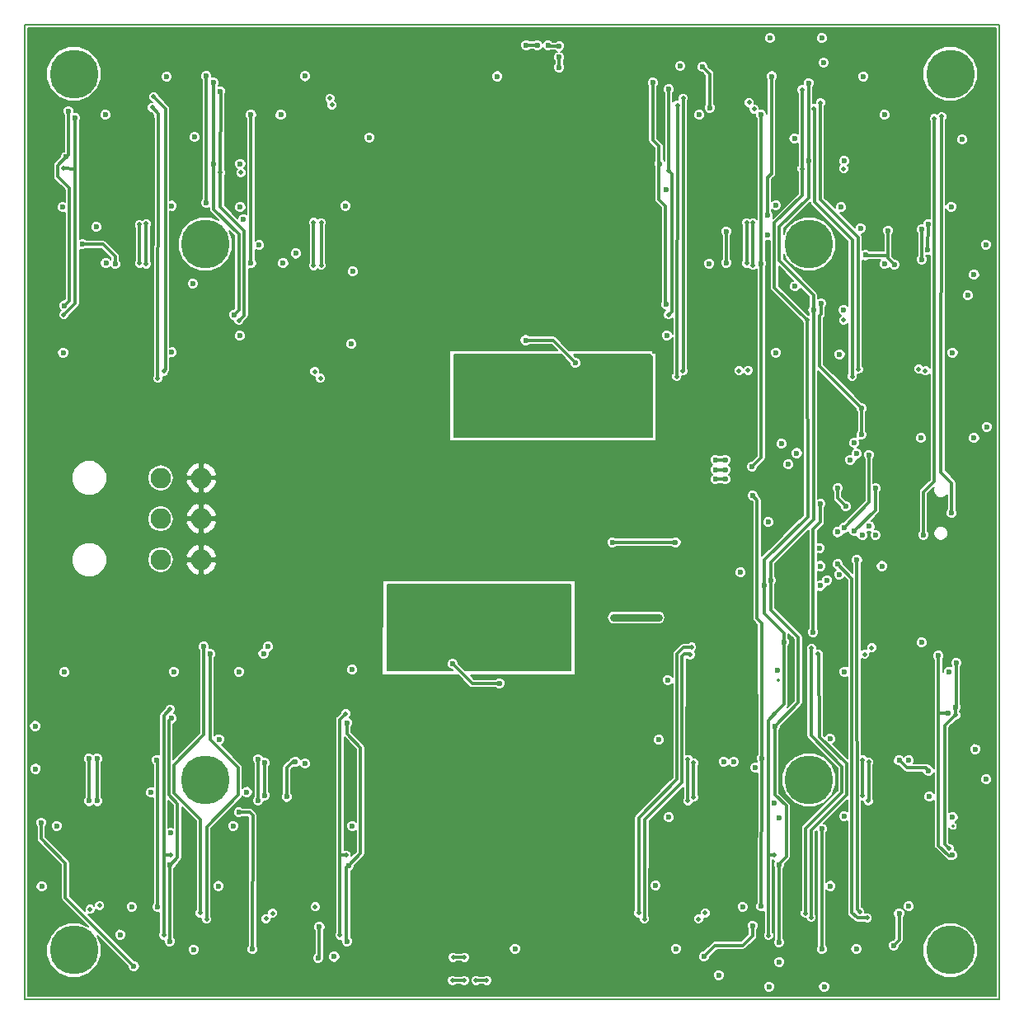
<source format=gbr>
G04 (created by PCBNEW (2013-05-16 BZR 4016)-stable) date 24. 12. 2013 17:08:04*
%MOIN*%
G04 Gerber Fmt 3.4, Leading zero omitted, Abs format*
%FSLAX34Y34*%
G01*
G70*
G90*
G04 APERTURE LIST*
%ADD10C,0.00590551*%
%ADD11C,0.19685*%
%ADD12O,0.0826X0.0826*%
%ADD13C,0.023622*%
%ADD14C,0.019685*%
%ADD15C,0.011811*%
%ADD16C,0.0314961*%
%ADD17C,0.00787402*%
G04 APERTURE END LIST*
G54D10*
X38779Y-61023D02*
X78149Y-61023D01*
X78149Y-61023D02*
X78149Y-21653D01*
X78149Y-21653D02*
X38779Y-21653D01*
X38779Y-21653D02*
X38779Y-61023D01*
G54D11*
X46062Y-30511D03*
X40748Y-23622D03*
X40748Y-59055D03*
X46062Y-52165D03*
X70472Y-52165D03*
X76181Y-59055D03*
X76181Y-23622D03*
X70472Y-30511D03*
G54D12*
X44252Y-43267D03*
X44252Y-41614D03*
X44252Y-39961D03*
X45904Y-39961D03*
X45904Y-41614D03*
X45904Y-43267D03*
G54D13*
X62578Y-45610D03*
X64389Y-45610D03*
X57952Y-48267D03*
X56062Y-47480D03*
X59015Y-34389D03*
X61023Y-35314D03*
X62519Y-42559D03*
X65078Y-42559D03*
G54D14*
X59665Y-35393D03*
X59665Y-35098D03*
X60039Y-35393D03*
X59291Y-35393D03*
X60039Y-35098D03*
X59311Y-35098D03*
X57437Y-36828D03*
X59484Y-36946D03*
X57342Y-47323D03*
X57342Y-47618D03*
X57716Y-47618D03*
X56968Y-47618D03*
X57716Y-47322D03*
X56988Y-47322D03*
X57688Y-45578D03*
X59641Y-45804D03*
G54D13*
X65266Y-23307D03*
X72559Y-29862D03*
X72667Y-23730D03*
X50098Y-23720D03*
X47608Y-29517D03*
X41653Y-29812D03*
X44507Y-23740D03*
X57874Y-23724D03*
X68976Y-23724D03*
X46102Y-23720D03*
X46102Y-28838D03*
X68809Y-29350D03*
X69074Y-53100D03*
X72381Y-59005D03*
X65088Y-58996D03*
X75344Y-52844D03*
X43877Y-52677D03*
X51278Y-59320D03*
X45590Y-59025D03*
X58582Y-58995D03*
X47972Y-59015D03*
X70984Y-59011D03*
X70984Y-54143D03*
X47421Y-53484D03*
X73523Y-31318D03*
X49212Y-31279D03*
X49114Y-25275D03*
X68543Y-31299D03*
X66437Y-31299D03*
X42047Y-31259D03*
X42027Y-25275D03*
X47913Y-25275D03*
X47913Y-31279D03*
X68169Y-39507D03*
X68543Y-25275D03*
X73523Y-25275D03*
X66043Y-25275D03*
X68188Y-40669D03*
X44094Y-51358D03*
X67421Y-51437D03*
X74507Y-51377D03*
X50098Y-51515D03*
G54D14*
X50511Y-57303D03*
G54D13*
X43090Y-57303D03*
X68562Y-51299D03*
X68543Y-57283D03*
X74507Y-57283D03*
X67785Y-57303D03*
X44129Y-57307D03*
X68818Y-41751D03*
X71624Y-42155D03*
G54D14*
X73011Y-46830D03*
X70570Y-46850D03*
X70326Y-57559D03*
X66271Y-57549D03*
X72724Y-47090D03*
X70846Y-47086D03*
X70561Y-57724D03*
X66003Y-57793D03*
X72889Y-51448D03*
X72866Y-53019D03*
X72645Y-52807D03*
X72641Y-51358D03*
X65807Y-52870D03*
X65807Y-51484D03*
X65580Y-51338D03*
X65578Y-53015D03*
X48789Y-57559D03*
X63582Y-57549D03*
X65728Y-46801D03*
X48523Y-57785D03*
X63818Y-57795D03*
X65669Y-47106D03*
G54D13*
X48602Y-46781D03*
X46003Y-46781D03*
G54D14*
X45856Y-57549D03*
X41791Y-57253D03*
X41407Y-57401D03*
X46122Y-57805D03*
G54D13*
X46259Y-47076D03*
X48415Y-47066D03*
X48464Y-51486D03*
X48464Y-52795D03*
X48198Y-53001D03*
X48198Y-51328D03*
X41692Y-51318D03*
X41692Y-53021D03*
X41358Y-53021D03*
X41358Y-51318D03*
G54D14*
X50492Y-35657D03*
X44393Y-35645D03*
X43980Y-24555D03*
X50716Y-35937D03*
X44145Y-35937D03*
X43917Y-24984D03*
X65381Y-24610D03*
X65374Y-35633D03*
X67645Y-35625D03*
X51098Y-24618D03*
X65149Y-24889D03*
X65127Y-35860D03*
X68011Y-35606D03*
X51181Y-24881D03*
X43405Y-31287D03*
X43397Y-29716D03*
X43677Y-31311D03*
X43673Y-29688D03*
X50440Y-31374D03*
X50444Y-29633D03*
X50751Y-29641D03*
X50751Y-31366D03*
X68051Y-24779D03*
X70935Y-24789D03*
X72468Y-35570D03*
X74909Y-35561D03*
X75177Y-35637D03*
X72214Y-35856D03*
X70679Y-25033D03*
X68248Y-25043D03*
G54D13*
X72913Y-41919D03*
X76240Y-41377D03*
G54D14*
X75836Y-25354D03*
G54D13*
X73159Y-42273D03*
X75098Y-42263D03*
G54D14*
X75531Y-25437D03*
X67952Y-29641D03*
X67952Y-31283D03*
X68212Y-29645D03*
X68208Y-31370D03*
G54D13*
X75031Y-31133D03*
X75031Y-29909D03*
X75275Y-30748D03*
X75283Y-29696D03*
X72637Y-42283D03*
X71643Y-43445D03*
G54D14*
X72824Y-57755D03*
G54D13*
X72411Y-43277D03*
G54D14*
X72529Y-57507D03*
G54D13*
X72391Y-38986D03*
X69350Y-38582D03*
X69980Y-38956D03*
X72145Y-39232D03*
X71889Y-41988D03*
X72893Y-39025D03*
X73415Y-43523D03*
X71692Y-43868D03*
X73149Y-40383D03*
X72312Y-42116D03*
X70935Y-43523D03*
X69084Y-49990D03*
X70944Y-44320D03*
X68917Y-44104D03*
X44645Y-55610D03*
X44625Y-58700D03*
X44685Y-49685D03*
X51850Y-55629D03*
X51791Y-58700D03*
X51791Y-49862D03*
X76102Y-49488D03*
X69251Y-55590D03*
X69251Y-58740D03*
X76259Y-55216D03*
X64429Y-27263D03*
X64153Y-23976D03*
X64685Y-32952D03*
X46397Y-27263D03*
X47480Y-27263D03*
X46397Y-23976D03*
X47224Y-33366D03*
X40433Y-26988D03*
X40374Y-32992D03*
X40531Y-25127D03*
X70452Y-23996D03*
X70452Y-27145D03*
X71889Y-27145D03*
X71870Y-33169D03*
X70649Y-33169D03*
X75708Y-47155D03*
X76397Y-49232D03*
G54D14*
X76141Y-54940D03*
X76397Y-49547D03*
G54D13*
X69468Y-46594D03*
X76417Y-47440D03*
X64803Y-24251D03*
X68651Y-44320D03*
X46673Y-24330D03*
G54D14*
X44665Y-55216D03*
X44389Y-58444D03*
X44645Y-49311D03*
X51763Y-55212D03*
X51503Y-58444D03*
X51744Y-49496D03*
X69074Y-55212D03*
X68830Y-58456D03*
X69070Y-49519D03*
X64803Y-27539D03*
X64791Y-33370D03*
X70196Y-24271D03*
X71877Y-27460D03*
X70196Y-27460D03*
X70413Y-33582D03*
X71870Y-33582D03*
X47500Y-27618D03*
X46673Y-27618D03*
X47429Y-33590D03*
X40342Y-33366D03*
X40334Y-27452D03*
G54D13*
X40807Y-25403D03*
X39202Y-51722D03*
X77185Y-50925D03*
X68897Y-22185D03*
X68858Y-60531D03*
X77145Y-38346D03*
X77145Y-31751D03*
X43179Y-59704D03*
X39429Y-53897D03*
X66820Y-60059D03*
X77637Y-52145D03*
X70984Y-22185D03*
X71082Y-60531D03*
X77618Y-30531D03*
X77657Y-37893D03*
X70935Y-41003D03*
X70639Y-46190D03*
X75019Y-46614D03*
X72588Y-38208D03*
X70964Y-32903D03*
X72598Y-37145D03*
X73385Y-44576D03*
X73769Y-44566D03*
X73779Y-44891D03*
X72696Y-44468D03*
X73385Y-44891D03*
X70954Y-40610D03*
G54D14*
X55954Y-43129D03*
X55954Y-42736D03*
X55954Y-42342D03*
X53582Y-43129D03*
X53582Y-42736D03*
X53582Y-42342D03*
X53582Y-41948D03*
X53976Y-41948D03*
X53976Y-42342D03*
X53976Y-42736D03*
X51299Y-43129D03*
X51692Y-43139D03*
X51692Y-42746D03*
X51692Y-42352D03*
X51692Y-41958D03*
X51299Y-41958D03*
X51299Y-42352D03*
X51299Y-42746D03*
X49744Y-43120D03*
X49350Y-43129D03*
X49350Y-42736D03*
X49350Y-42342D03*
X49350Y-41948D03*
X49744Y-41948D03*
X49744Y-42342D03*
X49744Y-42736D03*
G54D13*
X73041Y-60265D03*
X66220Y-60078D03*
X67244Y-59517D03*
X66456Y-22588D03*
X49478Y-59370D03*
X71210Y-44822D03*
X69448Y-44429D03*
X67805Y-45068D03*
X64586Y-45088D03*
X43523Y-59389D03*
X40285Y-50925D03*
X47125Y-32244D03*
X74393Y-36578D03*
X67519Y-24537D03*
X50137Y-24488D03*
X42906Y-24562D03*
G54D14*
X74015Y-55551D03*
X74015Y-55984D03*
X74448Y-55984D03*
X74881Y-55984D03*
X74881Y-55551D03*
X74448Y-55551D03*
X74015Y-55118D03*
X74015Y-55137D03*
X74448Y-54704D03*
X74448Y-54271D03*
X74881Y-54271D03*
X74881Y-54704D03*
X74881Y-55137D03*
X74448Y-55137D03*
X74005Y-54694D03*
X74005Y-54261D03*
X73572Y-54261D03*
X73139Y-54261D03*
X73139Y-54694D03*
X73572Y-54694D03*
X74005Y-55127D03*
X74005Y-55127D03*
X73572Y-55561D03*
X73572Y-55994D03*
X73139Y-55994D03*
X73139Y-55561D03*
X73139Y-55127D03*
X73572Y-55127D03*
X66929Y-55551D03*
X66929Y-55984D03*
X67362Y-55984D03*
X67795Y-55984D03*
X67795Y-55551D03*
X67362Y-55551D03*
X66929Y-55118D03*
X66929Y-55137D03*
X67362Y-54704D03*
X67362Y-54271D03*
X67795Y-54271D03*
X67795Y-54704D03*
X67795Y-55137D03*
X67362Y-55137D03*
X66919Y-54694D03*
X66919Y-54261D03*
X66486Y-54261D03*
X66053Y-54261D03*
X66053Y-54694D03*
X66486Y-54694D03*
X66919Y-55127D03*
X66919Y-55127D03*
X66486Y-55561D03*
X66486Y-55994D03*
X66053Y-55994D03*
X66053Y-55561D03*
X66053Y-55127D03*
X66486Y-55127D03*
X74015Y-49645D03*
X74015Y-50078D03*
X74448Y-50078D03*
X74881Y-50078D03*
X74881Y-49645D03*
X74448Y-49645D03*
X74015Y-49212D03*
X74015Y-49232D03*
X74448Y-48799D03*
X74448Y-48366D03*
X74881Y-48366D03*
X74881Y-48799D03*
X74881Y-49232D03*
X74448Y-49232D03*
X74005Y-48789D03*
X74005Y-48356D03*
X73572Y-48356D03*
X73139Y-48356D03*
X73139Y-48789D03*
X73572Y-48789D03*
X74005Y-49222D03*
X74005Y-49222D03*
X73572Y-49655D03*
X73572Y-50088D03*
X73139Y-50088D03*
X73139Y-49655D03*
X73139Y-49222D03*
X73572Y-49222D03*
X66486Y-49222D03*
X66053Y-49222D03*
X66053Y-49655D03*
X66053Y-50088D03*
X66486Y-50088D03*
X66486Y-49655D03*
X66919Y-49222D03*
X66919Y-49222D03*
X66486Y-48789D03*
X66053Y-48789D03*
X66053Y-48356D03*
X66486Y-48356D03*
X66919Y-48356D03*
X66919Y-48789D03*
X67362Y-49232D03*
X67795Y-49232D03*
X67795Y-48799D03*
X67795Y-48366D03*
X67362Y-48366D03*
X67362Y-48799D03*
X66929Y-49232D03*
X66929Y-49212D03*
X67362Y-49645D03*
X67795Y-49645D03*
X67795Y-50078D03*
X67362Y-50078D03*
X66929Y-50078D03*
X66929Y-49645D03*
X49163Y-55127D03*
X48730Y-55127D03*
X48730Y-55561D03*
X48730Y-55994D03*
X49163Y-55994D03*
X49163Y-55561D03*
X49596Y-55127D03*
X49596Y-55127D03*
X49163Y-54694D03*
X48730Y-54694D03*
X48730Y-54261D03*
X49163Y-54261D03*
X49596Y-54261D03*
X49596Y-54694D03*
X50039Y-55137D03*
X50472Y-55137D03*
X50472Y-54704D03*
X50472Y-54271D03*
X50039Y-54271D03*
X50039Y-54704D03*
X49606Y-55137D03*
X49606Y-55118D03*
X50039Y-55551D03*
X50472Y-55551D03*
X50472Y-55984D03*
X50039Y-55984D03*
X49606Y-55984D03*
X49606Y-55551D03*
X49163Y-49222D03*
X48730Y-49222D03*
X48730Y-49655D03*
X48730Y-50088D03*
X49163Y-50088D03*
X49163Y-49655D03*
X49596Y-49222D03*
X49596Y-49222D03*
X49163Y-48789D03*
X48730Y-48789D03*
X48730Y-48356D03*
X49163Y-48356D03*
X49596Y-48356D03*
X49596Y-48789D03*
X50039Y-49232D03*
X50472Y-49232D03*
X50472Y-48799D03*
X50472Y-48366D03*
X50039Y-48366D03*
X50039Y-48799D03*
X49606Y-49232D03*
X49606Y-49212D03*
X50039Y-49645D03*
X50472Y-49645D03*
X50472Y-50078D03*
X50039Y-50078D03*
X49606Y-50078D03*
X49606Y-49645D03*
X42076Y-55127D03*
X41643Y-55127D03*
X41643Y-55561D03*
X41643Y-55994D03*
X42076Y-55994D03*
X42076Y-55561D03*
X42509Y-55127D03*
X42509Y-55127D03*
X42076Y-54694D03*
X41643Y-54694D03*
X41643Y-54261D03*
X42076Y-54261D03*
X42509Y-54261D03*
X42509Y-54694D03*
X42952Y-55137D03*
X43385Y-55137D03*
X43385Y-54704D03*
X43385Y-54271D03*
X42952Y-54271D03*
X42952Y-54704D03*
X42519Y-55137D03*
X42519Y-55118D03*
X42952Y-55551D03*
X43385Y-55551D03*
X43385Y-55984D03*
X42952Y-55984D03*
X42519Y-55984D03*
X42519Y-55551D03*
X42519Y-49645D03*
X42519Y-50078D03*
X42952Y-50078D03*
X43385Y-50078D03*
X43385Y-49645D03*
X42952Y-49645D03*
X42519Y-49212D03*
X42519Y-49232D03*
X42952Y-48799D03*
X42952Y-48366D03*
X43385Y-48366D03*
X43385Y-48799D03*
X43385Y-49232D03*
X42952Y-49232D03*
X42509Y-48789D03*
X42509Y-48356D03*
X42076Y-48356D03*
X41643Y-48356D03*
X41643Y-48789D03*
X42076Y-48789D03*
X42509Y-49222D03*
X42509Y-49222D03*
X42076Y-49655D03*
X42076Y-50088D03*
X41643Y-50088D03*
X41643Y-49655D03*
X41643Y-49222D03*
X42076Y-49222D03*
X74458Y-33454D03*
X74891Y-33454D03*
X74891Y-33021D03*
X74891Y-32588D03*
X74458Y-32588D03*
X74458Y-33021D03*
X74025Y-33454D03*
X74025Y-33454D03*
X74458Y-33887D03*
X74891Y-33887D03*
X74891Y-34320D03*
X74458Y-34320D03*
X74025Y-34320D03*
X74025Y-33887D03*
X73582Y-33444D03*
X73149Y-33444D03*
X73149Y-33877D03*
X73149Y-34311D03*
X73582Y-34311D03*
X73582Y-33877D03*
X74015Y-33444D03*
X74015Y-33464D03*
X73582Y-33031D03*
X73149Y-33031D03*
X73149Y-32598D03*
X73582Y-32598D03*
X74015Y-32598D03*
X74015Y-33031D03*
X67372Y-33454D03*
X67805Y-33454D03*
X67805Y-33021D03*
X67805Y-32588D03*
X67372Y-32588D03*
X67372Y-33021D03*
X66938Y-33454D03*
X66938Y-33454D03*
X67372Y-33887D03*
X67805Y-33887D03*
X67805Y-34320D03*
X67372Y-34320D03*
X66938Y-34320D03*
X66938Y-33887D03*
X66496Y-33444D03*
X66062Y-33444D03*
X66062Y-33877D03*
X66062Y-34311D03*
X66496Y-34311D03*
X66496Y-33877D03*
X66929Y-33444D03*
X66929Y-33464D03*
X66496Y-33031D03*
X66062Y-33031D03*
X66062Y-32598D03*
X66496Y-32598D03*
X66929Y-32598D03*
X66929Y-33031D03*
X74458Y-27549D03*
X74891Y-27549D03*
X74891Y-27116D03*
X74891Y-26683D03*
X74458Y-26683D03*
X74458Y-27116D03*
X74025Y-27549D03*
X74025Y-27549D03*
X74458Y-27982D03*
X74891Y-27982D03*
X74891Y-28415D03*
X74458Y-28415D03*
X74025Y-28415D03*
X74025Y-27982D03*
X73582Y-27539D03*
X73149Y-27539D03*
X73149Y-27972D03*
X73149Y-28405D03*
X73582Y-28405D03*
X73582Y-27972D03*
X74015Y-27539D03*
X74015Y-27559D03*
X73582Y-27125D03*
X73149Y-27125D03*
X73149Y-26692D03*
X73582Y-26692D03*
X74015Y-26692D03*
X74015Y-27125D03*
X66929Y-27125D03*
X66929Y-26692D03*
X66496Y-26692D03*
X66062Y-26692D03*
X66062Y-27125D03*
X66496Y-27125D03*
X66929Y-27559D03*
X66929Y-27539D03*
X66496Y-27972D03*
X66496Y-28405D03*
X66062Y-28405D03*
X66062Y-27972D03*
X66062Y-27539D03*
X66496Y-27539D03*
X66938Y-27982D03*
X66938Y-28415D03*
X67372Y-28415D03*
X67805Y-28415D03*
X67805Y-27982D03*
X67372Y-27982D03*
X66938Y-27549D03*
X66938Y-27549D03*
X67372Y-27116D03*
X67372Y-26683D03*
X67805Y-26683D03*
X67805Y-27116D03*
X67805Y-27549D03*
X67372Y-27549D03*
X49606Y-33031D03*
X49606Y-32598D03*
X49173Y-32598D03*
X48740Y-32598D03*
X48740Y-33031D03*
X49173Y-33031D03*
X49606Y-33464D03*
X49606Y-33444D03*
X49173Y-33877D03*
X49173Y-34311D03*
X48740Y-34311D03*
X48740Y-33877D03*
X48740Y-33444D03*
X49173Y-33444D03*
X49616Y-33887D03*
X49616Y-34320D03*
X50049Y-34320D03*
X50482Y-34320D03*
X50482Y-33887D03*
X50049Y-33887D03*
X49616Y-33454D03*
X49616Y-33454D03*
X50049Y-33021D03*
X50049Y-32588D03*
X50482Y-32588D03*
X50482Y-33021D03*
X50482Y-33454D03*
X50049Y-33454D03*
X42519Y-33031D03*
X42519Y-32598D03*
X42086Y-32598D03*
X41653Y-32598D03*
X41653Y-33031D03*
X42086Y-33031D03*
X42519Y-33464D03*
X42519Y-33444D03*
X42086Y-33877D03*
X42086Y-34311D03*
X41653Y-34311D03*
X41653Y-33877D03*
X41653Y-33444D03*
X42086Y-33444D03*
X42529Y-33887D03*
X42529Y-34320D03*
X42962Y-34320D03*
X43395Y-34320D03*
X43395Y-33887D03*
X42962Y-33887D03*
X42529Y-33454D03*
X42529Y-33454D03*
X42962Y-33021D03*
X42962Y-32588D03*
X43395Y-32588D03*
X43395Y-33021D03*
X43395Y-33454D03*
X42962Y-33454D03*
X49606Y-27125D03*
X49606Y-26692D03*
X49173Y-26692D03*
X48740Y-26692D03*
X48740Y-27125D03*
X49173Y-27125D03*
X49606Y-27559D03*
X49606Y-27539D03*
X49173Y-27972D03*
X49173Y-28405D03*
X48740Y-28405D03*
X48740Y-27972D03*
X48740Y-27539D03*
X49173Y-27539D03*
X49616Y-27982D03*
X49616Y-28415D03*
X50049Y-28415D03*
X50482Y-28415D03*
X50482Y-27982D03*
X50049Y-27982D03*
X49616Y-27549D03*
X49616Y-27549D03*
X50049Y-27116D03*
X50049Y-26683D03*
X50482Y-26683D03*
X50482Y-27116D03*
X50482Y-27549D03*
X50049Y-27549D03*
X42962Y-27549D03*
X43395Y-27549D03*
X43395Y-27116D03*
X43395Y-26683D03*
X42962Y-26683D03*
X42962Y-27116D03*
X42529Y-27549D03*
X42529Y-27549D03*
X42962Y-27982D03*
X43395Y-27982D03*
X43395Y-28415D03*
X42962Y-28415D03*
X42529Y-28415D03*
X42529Y-27982D03*
X42086Y-27539D03*
X41653Y-27539D03*
X41653Y-27972D03*
X41653Y-28405D03*
X42086Y-28405D03*
X42086Y-27972D03*
X42519Y-27539D03*
X42519Y-27559D03*
X42086Y-27125D03*
X41653Y-27125D03*
X41653Y-26692D03*
X42086Y-26692D03*
X42519Y-26692D03*
X42519Y-27125D03*
G54D13*
X62913Y-22145D03*
X66850Y-22145D03*
X77204Y-24862D03*
X76417Y-56318D03*
X77342Y-57480D03*
X74783Y-60098D03*
X42194Y-58070D03*
X53267Y-60570D03*
X49330Y-60570D03*
X45393Y-60570D03*
X41456Y-60570D03*
X73614Y-58122D03*
G54D14*
X58937Y-60216D03*
X59409Y-60216D03*
X59881Y-60216D03*
X60354Y-60216D03*
G54D13*
X65078Y-60570D03*
X61141Y-60570D03*
X68031Y-42322D03*
X67362Y-42992D03*
X66535Y-43759D03*
X65433Y-43799D03*
X64566Y-43996D03*
X68110Y-37775D03*
X66535Y-37775D03*
X64566Y-37775D03*
X63700Y-44350D03*
X63700Y-46318D03*
X63700Y-48287D03*
X63700Y-51043D03*
X63070Y-51574D03*
X59448Y-49625D03*
X59842Y-49625D03*
X60236Y-49625D03*
X60629Y-49625D03*
X61023Y-49625D03*
X61417Y-49625D03*
X61811Y-49625D03*
X59055Y-51555D03*
X57165Y-51555D03*
X54133Y-51082D03*
X54133Y-49507D03*
X54133Y-48326D03*
G54D14*
X74551Y-24598D03*
G54D13*
X73070Y-22972D03*
X56614Y-22539D03*
X56141Y-22539D03*
X57086Y-22539D03*
X57559Y-22539D03*
X43425Y-22145D03*
X47362Y-22145D03*
X51299Y-22145D03*
X55236Y-22145D03*
X57559Y-33110D03*
X57165Y-33110D03*
X56771Y-33110D03*
X56377Y-33110D03*
X55984Y-33110D03*
X55590Y-33110D03*
X55196Y-33110D03*
X63307Y-31377D03*
X63307Y-32952D03*
X63307Y-34704D03*
X61988Y-34704D03*
X58031Y-31082D03*
X59881Y-31082D03*
X53661Y-36732D03*
X52992Y-36732D03*
X52992Y-34960D03*
X52992Y-32992D03*
X52992Y-31023D03*
X54133Y-30984D03*
G54D14*
X48188Y-45098D03*
X48582Y-45098D03*
X48976Y-45098D03*
X49370Y-45098D03*
X49763Y-45098D03*
X52125Y-45098D03*
X51732Y-45098D03*
X51338Y-45098D03*
X50944Y-45098D03*
X50551Y-45098D03*
X50157Y-45098D03*
X53976Y-43129D03*
X55954Y-41948D03*
X55561Y-41948D03*
X55561Y-42342D03*
X55561Y-42736D03*
X55561Y-43129D03*
G54D13*
X66948Y-52282D03*
X71830Y-56318D03*
X76377Y-32007D03*
G54D14*
X50141Y-36555D03*
X66653Y-58055D03*
G54D13*
X39823Y-34291D03*
X76181Y-26338D03*
X39940Y-56318D03*
X43287Y-46181D03*
X45610Y-50295D03*
X45294Y-48366D03*
X46969Y-28405D03*
X39804Y-28385D03*
X76692Y-28366D03*
X67775Y-46141D03*
X64763Y-47618D03*
X69783Y-48385D03*
X66397Y-46141D03*
X64763Y-56338D03*
X64292Y-54271D03*
X69842Y-54271D03*
X76790Y-34291D03*
X76790Y-54271D03*
X73956Y-52302D03*
X74547Y-46141D03*
X73405Y-46102D03*
X71811Y-50413D03*
X71201Y-34311D03*
X76712Y-48366D03*
X76643Y-50177D03*
X71260Y-28385D03*
X71092Y-32312D03*
X71456Y-25984D03*
X73917Y-30433D03*
X66830Y-30355D03*
X67263Y-36480D03*
X69448Y-32204D03*
X66141Y-36456D03*
X73188Y-36437D03*
X52204Y-26299D03*
X43208Y-36535D03*
X48799Y-36515D03*
X45059Y-32204D03*
X41771Y-36515D03*
X64232Y-34822D03*
X69409Y-26299D03*
X64173Y-28917D03*
X52706Y-56013D03*
X45078Y-56082D03*
X52480Y-48405D03*
X49350Y-46161D03*
X49625Y-52361D03*
X51889Y-53524D03*
X44655Y-53316D03*
X42539Y-52184D03*
X51535Y-32263D03*
X46948Y-34803D03*
X49448Y-30432D03*
X42519Y-30392D03*
X68937Y-23169D03*
X62224Y-33169D03*
X62224Y-33562D03*
X62224Y-33956D03*
X62224Y-34350D03*
X63425Y-41968D03*
X63425Y-41574D03*
X63425Y-41181D03*
X55118Y-49507D03*
X55118Y-49114D03*
X55118Y-48720D03*
X55118Y-48326D03*
X66496Y-38543D03*
X66102Y-38543D03*
X65708Y-38543D03*
X65314Y-38543D03*
G54D14*
X65098Y-41751D03*
X64744Y-41751D03*
X65098Y-41417D03*
X64744Y-41417D03*
G54D13*
X68543Y-40078D03*
X47342Y-56534D03*
X41948Y-46161D03*
X47342Y-50629D03*
X52568Y-50403D03*
X69793Y-50442D03*
X69812Y-56505D03*
X69566Y-28346D03*
X64468Y-25905D03*
X69625Y-34271D03*
X64153Y-32047D03*
X51850Y-34034D03*
X52224Y-28385D03*
X45196Y-34271D03*
X45137Y-26299D03*
X45216Y-28366D03*
X47106Y-26574D03*
X39458Y-32234D03*
X40039Y-26318D03*
X46909Y-48405D03*
X71397Y-54330D03*
X47322Y-54546D03*
X40196Y-54546D03*
X39881Y-48405D03*
X71417Y-48385D03*
X71958Y-41112D03*
X71633Y-40374D03*
X42421Y-31318D03*
X41092Y-30511D03*
X49723Y-30885D03*
X48238Y-30551D03*
X50679Y-58120D03*
X50620Y-59370D03*
X42618Y-58425D03*
X47746Y-52658D03*
X49350Y-52854D03*
X49704Y-51437D03*
X66456Y-25000D03*
X66171Y-23346D03*
X67125Y-31259D03*
X67125Y-30000D03*
X68809Y-30147D03*
X72765Y-30954D03*
X73917Y-31338D03*
X73661Y-29960D03*
X68306Y-51673D03*
X67027Y-51427D03*
X75305Y-51791D03*
X74114Y-51377D03*
X66220Y-59311D03*
X68188Y-58061D03*
X74114Y-57559D03*
X73897Y-58858D03*
X70905Y-42795D03*
X69635Y-39419D03*
X69133Y-34901D03*
X71200Y-44094D03*
X67706Y-43780D03*
X76279Y-34901D03*
X39183Y-49990D03*
G54D14*
X57440Y-60275D03*
X57007Y-60275D03*
X56535Y-60275D03*
X56062Y-60275D03*
X56082Y-59340D03*
X56545Y-59340D03*
G54D13*
X60374Y-23366D03*
X60374Y-22952D03*
X60374Y-22500D03*
X59921Y-22480D03*
X59488Y-22460D03*
X59035Y-22460D03*
X76663Y-26279D03*
X47480Y-29015D03*
X40314Y-34901D03*
X64409Y-50551D03*
X64763Y-48129D03*
X69192Y-47755D03*
X64271Y-56437D03*
X64803Y-53681D03*
X69271Y-53700D03*
X71338Y-56456D03*
X76279Y-53681D03*
X71889Y-53641D03*
X71318Y-50511D03*
X71712Y-34960D03*
X76122Y-47795D03*
X71909Y-47795D03*
X71771Y-29015D03*
X76889Y-32578D03*
X76220Y-28996D03*
X69911Y-32214D03*
X64724Y-34192D03*
X69881Y-26240D03*
X69133Y-28937D03*
X64685Y-28307D03*
X52007Y-47716D03*
X46614Y-50531D03*
X47421Y-47795D03*
X46594Y-56456D03*
X52007Y-54035D03*
X47185Y-54035D03*
X44665Y-54311D03*
X39448Y-56476D03*
X40059Y-54035D03*
X40374Y-47814D03*
X44783Y-47795D03*
X52027Y-31614D03*
X51968Y-34547D03*
X47460Y-34212D03*
X45551Y-32106D03*
X52696Y-26200D03*
X45629Y-26181D03*
X40295Y-29015D03*
X72303Y-38543D03*
X67086Y-40019D03*
X66692Y-40019D03*
X66692Y-39625D03*
X67086Y-39625D03*
X67086Y-39232D03*
X66692Y-39232D03*
X75000Y-38346D03*
X51732Y-28956D03*
X44704Y-34881D03*
X44704Y-28956D03*
X69271Y-59527D03*
X71062Y-23169D03*
G54D15*
X76299Y-54036D02*
X76299Y-54035D01*
X69232Y-48130D02*
X69232Y-48129D01*
G54D16*
X64389Y-45610D02*
X62578Y-45610D01*
G54D15*
X56850Y-48267D02*
X57952Y-48267D01*
X56062Y-47480D02*
X56850Y-48267D01*
X60137Y-34389D02*
X59015Y-34389D01*
X61023Y-35314D02*
X60137Y-34389D01*
X65078Y-42559D02*
X62519Y-42559D01*
X57342Y-47323D02*
X57342Y-47322D01*
X68956Y-23744D02*
X68956Y-27657D01*
X68956Y-23744D02*
X68976Y-23724D01*
X68799Y-27814D02*
X68799Y-29350D01*
X68956Y-27657D02*
X68799Y-27814D01*
X68799Y-29350D02*
X68809Y-29350D01*
X46102Y-28838D02*
X46102Y-23720D01*
X47982Y-53602D02*
X47972Y-59015D01*
X47982Y-53602D02*
X47864Y-53484D01*
X70984Y-59011D02*
X70984Y-54143D01*
X70984Y-59011D02*
X70984Y-59011D01*
X47864Y-53484D02*
X47421Y-53484D01*
X47913Y-25275D02*
X47913Y-31279D01*
X68169Y-39507D02*
X68543Y-39133D01*
X68543Y-39133D02*
X68543Y-31299D01*
X68543Y-31299D02*
X68543Y-25275D01*
X68553Y-46250D02*
X68553Y-45826D01*
X68375Y-40856D02*
X68188Y-40669D01*
X68375Y-45649D02*
X68375Y-40856D01*
X68553Y-45826D02*
X68375Y-45649D01*
X68553Y-46230D02*
X68553Y-46250D01*
X68553Y-46250D02*
X68553Y-46230D01*
X68553Y-46230D02*
X68562Y-51299D01*
X68562Y-51299D02*
X68543Y-57283D01*
X44094Y-51358D02*
X44129Y-51507D01*
X44129Y-51507D02*
X44133Y-52027D01*
X44133Y-52027D02*
X44129Y-57307D01*
X70570Y-46850D02*
X70551Y-46870D01*
X70551Y-46870D02*
X70551Y-50383D01*
X70551Y-50383D02*
X71791Y-51645D01*
X71791Y-51645D02*
X71791Y-52687D01*
X71791Y-52687D02*
X70334Y-54122D01*
X70334Y-54122D02*
X70326Y-57559D01*
X70846Y-47086D02*
X70875Y-47116D01*
X70875Y-47116D02*
X70885Y-50433D01*
X70885Y-50433D02*
X71988Y-51514D01*
X71988Y-51514D02*
X71988Y-52765D01*
X71988Y-52765D02*
X70551Y-54202D01*
X70551Y-54202D02*
X70561Y-57724D01*
X72885Y-53000D02*
X72889Y-51448D01*
X72866Y-53019D02*
X72885Y-53000D01*
X72641Y-51358D02*
X72645Y-52807D01*
X65807Y-51484D02*
X65807Y-52870D01*
X65580Y-51338D02*
X65578Y-53015D01*
X63582Y-53700D02*
X63582Y-57549D01*
X65137Y-52145D02*
X63582Y-53700D01*
X65137Y-47086D02*
X65137Y-52145D01*
X65403Y-46820D02*
X65137Y-47086D01*
X65708Y-46820D02*
X65403Y-46820D01*
X65728Y-46801D02*
X65708Y-46820D01*
X63838Y-53779D02*
X63818Y-57795D01*
X65334Y-52283D02*
X63838Y-53779D01*
X65344Y-47165D02*
X65334Y-52283D01*
X65423Y-47086D02*
X65344Y-47165D01*
X65649Y-47086D02*
X65423Y-47086D01*
X65669Y-47106D02*
X65649Y-47086D01*
X46003Y-50354D02*
X46003Y-46781D01*
X44793Y-51564D02*
X46003Y-50354D01*
X44793Y-52696D02*
X44793Y-51564D01*
X45866Y-53769D02*
X44793Y-52696D01*
X45866Y-57539D02*
X45866Y-53769D01*
X45856Y-57549D02*
X45866Y-57539D01*
X46122Y-54064D02*
X46122Y-57805D01*
X47401Y-52785D02*
X46122Y-54064D01*
X47401Y-51683D02*
X47401Y-52785D01*
X46269Y-50551D02*
X47401Y-51683D01*
X46269Y-47086D02*
X46269Y-50551D01*
X46259Y-47076D02*
X46269Y-47086D01*
X48464Y-52795D02*
X48464Y-51486D01*
X48198Y-51328D02*
X48198Y-53001D01*
X41692Y-51299D02*
X41692Y-51318D01*
X41692Y-53021D02*
X41692Y-51299D01*
X41358Y-51318D02*
X41358Y-53021D01*
X44393Y-35645D02*
X44452Y-35586D01*
X44452Y-35586D02*
X44456Y-29132D01*
X44456Y-29132D02*
X44456Y-29132D01*
X44452Y-25051D02*
X44452Y-25027D01*
X44456Y-29132D02*
X44452Y-25051D01*
X44452Y-25027D02*
X43980Y-24555D01*
X44157Y-25421D02*
X44157Y-25224D01*
X44157Y-25421D02*
X44145Y-35937D01*
X44157Y-25224D02*
X43917Y-24984D01*
X65383Y-35624D02*
X65381Y-24610D01*
X65374Y-35633D02*
X65383Y-35624D01*
X65149Y-24889D02*
X65127Y-35860D01*
X43397Y-31279D02*
X43397Y-29716D01*
X43405Y-31287D02*
X43397Y-31279D01*
X43677Y-29692D02*
X43677Y-31311D01*
X43673Y-29688D02*
X43677Y-29692D01*
X50444Y-29633D02*
X50440Y-31374D01*
X50751Y-31366D02*
X50751Y-29641D01*
X70935Y-28700D02*
X70935Y-24789D01*
X72460Y-30226D02*
X70935Y-28700D01*
X72468Y-35570D02*
X72460Y-30226D01*
X72214Y-30334D02*
X72214Y-35856D01*
X70698Y-28818D02*
X72214Y-30334D01*
X70698Y-25053D02*
X70698Y-28818D01*
X70679Y-25033D02*
X70698Y-25053D01*
X76240Y-40157D02*
X75807Y-39724D01*
X75807Y-39724D02*
X75836Y-25354D01*
X76240Y-40157D02*
X76240Y-41377D01*
X75531Y-25437D02*
X75531Y-40108D01*
X75531Y-40108D02*
X75098Y-40541D01*
X75098Y-40541D02*
X75098Y-42263D01*
X67952Y-29641D02*
X67952Y-31283D01*
X68208Y-31370D02*
X68212Y-29645D01*
X75031Y-31133D02*
X75031Y-29909D01*
X75283Y-29696D02*
X75275Y-30748D01*
X72194Y-44025D02*
X72185Y-44025D01*
X72185Y-44025D02*
X71643Y-43445D01*
X71643Y-43445D02*
X71633Y-43435D01*
X72194Y-44025D02*
X72194Y-44025D01*
X72194Y-44025D02*
X72196Y-57531D01*
X72421Y-57755D02*
X72824Y-57755D01*
X72196Y-57531D02*
X72421Y-57755D01*
X72194Y-44025D02*
X72194Y-44025D01*
X72411Y-43690D02*
X72411Y-43277D01*
X72417Y-57397D02*
X72411Y-43690D01*
X72529Y-57507D02*
X72417Y-57397D01*
X72903Y-40935D02*
X71889Y-41988D01*
X72903Y-39035D02*
X72903Y-40935D01*
X72893Y-39025D02*
X72903Y-39035D01*
X73149Y-41269D02*
X73149Y-40383D01*
X72312Y-42116D02*
X73149Y-41269D01*
X68917Y-45295D02*
X68917Y-44104D01*
X68917Y-44104D02*
X68917Y-44104D01*
X44645Y-55610D02*
X44625Y-55629D01*
X44625Y-55629D02*
X44625Y-58700D01*
X44940Y-55314D02*
X44625Y-55629D01*
X44940Y-53129D02*
X44940Y-55314D01*
X44596Y-52785D02*
X44940Y-53129D01*
X44596Y-49773D02*
X44596Y-52785D01*
X44685Y-49685D02*
X44596Y-49773D01*
X51791Y-50314D02*
X51791Y-49862D01*
X52342Y-50866D02*
X51791Y-50314D01*
X52342Y-55137D02*
X52342Y-50866D01*
X51771Y-55708D02*
X51850Y-55629D01*
X51850Y-55629D02*
X52342Y-55137D01*
X51771Y-58681D02*
X51771Y-55708D01*
X51771Y-58681D02*
X51791Y-58700D01*
X76102Y-49488D02*
X75708Y-49488D01*
X69251Y-55570D02*
X69251Y-55590D01*
X69084Y-49990D02*
X69094Y-52765D01*
X69094Y-52765D02*
X69547Y-53218D01*
X69547Y-53218D02*
X69547Y-55275D01*
X69547Y-55275D02*
X69251Y-55570D01*
X69251Y-55590D02*
X69251Y-58740D01*
X70039Y-49045D02*
X69084Y-49990D01*
X68917Y-45295D02*
X70039Y-46407D01*
X70039Y-46407D02*
X70039Y-49045D01*
X76220Y-55255D02*
X76259Y-55216D01*
X64429Y-27263D02*
X64409Y-27263D01*
X64153Y-26299D02*
X64153Y-23976D01*
X64409Y-26555D02*
X64153Y-26299D01*
X64409Y-28700D02*
X64409Y-27263D01*
X64409Y-27263D02*
X64409Y-26555D01*
X64665Y-28956D02*
X64409Y-28700D01*
X64665Y-32933D02*
X64665Y-28956D01*
X64685Y-32952D02*
X64665Y-32933D01*
X46397Y-29094D02*
X46397Y-27263D01*
X46397Y-27263D02*
X46397Y-23976D01*
X47421Y-30098D02*
X46397Y-29094D01*
X47421Y-31673D02*
X47421Y-30098D01*
X47421Y-32204D02*
X47421Y-31673D01*
X47421Y-33169D02*
X47421Y-32204D01*
X47224Y-33366D02*
X47421Y-33169D01*
X40098Y-27342D02*
X40098Y-27322D01*
X70452Y-27145D02*
X70452Y-23996D01*
X40374Y-32992D02*
X40570Y-32795D01*
X40570Y-32795D02*
X40570Y-28248D01*
X40570Y-28248D02*
X40098Y-27775D01*
X40098Y-27775D02*
X40098Y-27342D01*
X40531Y-26889D02*
X40531Y-25127D01*
X40098Y-27322D02*
X40433Y-26988D01*
X40433Y-26988D02*
X40531Y-26889D01*
X70452Y-27145D02*
X70452Y-28631D01*
X76141Y-55255D02*
X76220Y-55255D01*
X75708Y-54822D02*
X76141Y-55255D01*
X70649Y-32559D02*
X70649Y-33169D01*
X70649Y-33169D02*
X70649Y-37795D01*
X70649Y-37795D02*
X70649Y-41633D01*
X70649Y-41633D02*
X68917Y-43376D01*
X68917Y-43376D02*
X68917Y-44104D01*
X69271Y-31181D02*
X70649Y-32559D01*
X69271Y-29812D02*
X69271Y-31181D01*
X70452Y-28631D02*
X69271Y-29812D01*
X68917Y-45295D02*
X68917Y-45295D01*
X75708Y-49488D02*
X75708Y-54822D01*
X75708Y-47155D02*
X75708Y-49488D01*
X76397Y-49232D02*
X76417Y-49232D01*
X76397Y-49547D02*
X75964Y-49980D01*
X75964Y-54763D02*
X76141Y-54940D01*
X75964Y-50039D02*
X75964Y-54763D01*
X75964Y-49980D02*
X75964Y-50039D01*
X76417Y-47440D02*
X76417Y-49232D01*
X76417Y-49232D02*
X76397Y-49330D01*
X76397Y-49330D02*
X76397Y-49547D01*
X69074Y-49515D02*
X69074Y-49507D01*
X69468Y-46732D02*
X69468Y-46594D01*
X69468Y-49114D02*
X69468Y-46732D01*
X69074Y-49507D02*
X69468Y-49114D01*
X68651Y-45433D02*
X68651Y-44320D01*
X69468Y-46594D02*
X69468Y-46594D01*
X69468Y-46594D02*
X69468Y-46250D01*
X69468Y-46250D02*
X68651Y-45433D01*
X64803Y-27539D02*
X64799Y-24255D01*
X64799Y-24255D02*
X64803Y-24251D01*
X70413Y-33582D02*
X70417Y-41531D01*
X70417Y-41531D02*
X68651Y-43267D01*
X68651Y-43267D02*
X68651Y-44320D01*
X46681Y-24338D02*
X46673Y-27618D01*
X46673Y-24330D02*
X46681Y-24338D01*
X44665Y-55216D02*
X44389Y-55216D01*
X44389Y-49566D02*
X44389Y-55216D01*
X44389Y-55216D02*
X44389Y-58444D01*
X44645Y-49311D02*
X44389Y-49566D01*
X51759Y-55216D02*
X51503Y-55216D01*
X51763Y-55212D02*
X51759Y-55216D01*
X51503Y-49736D02*
X51503Y-55216D01*
X51503Y-55216D02*
X51503Y-58444D01*
X51744Y-49496D02*
X51503Y-49736D01*
X69074Y-55212D02*
X68830Y-55212D01*
X68830Y-49759D02*
X68830Y-55212D01*
X68830Y-55212D02*
X68830Y-58456D01*
X69070Y-49519D02*
X69074Y-49515D01*
X69074Y-49515D02*
X68830Y-49759D01*
X64940Y-27677D02*
X64803Y-27539D01*
X64933Y-33228D02*
X64933Y-30688D01*
X64933Y-30688D02*
X64940Y-27677D01*
X64791Y-33370D02*
X64933Y-33228D01*
X70196Y-24271D02*
X70196Y-27460D01*
X69074Y-32263D02*
X69074Y-30688D01*
X70389Y-33573D02*
X69074Y-32263D01*
X70389Y-33559D02*
X70389Y-33573D01*
X70413Y-33582D02*
X70389Y-33559D01*
X69074Y-30688D02*
X69074Y-29655D01*
X70196Y-28533D02*
X70196Y-27460D01*
X69074Y-29655D02*
X70196Y-28533D01*
X47429Y-33590D02*
X47637Y-33389D01*
X47637Y-33389D02*
X47637Y-29980D01*
X47637Y-29980D02*
X46673Y-29015D01*
X46673Y-29015D02*
X46673Y-27618D01*
X40334Y-27452D02*
X40807Y-27460D01*
X40807Y-32913D02*
X40807Y-27460D01*
X40807Y-27460D02*
X40807Y-25403D01*
X40342Y-33366D02*
X40807Y-32913D01*
X39429Y-54547D02*
X39429Y-53897D01*
X40413Y-55531D02*
X39429Y-54547D01*
X40413Y-56938D02*
X40413Y-55531D01*
X40413Y-56938D02*
X43179Y-59704D01*
X70639Y-46190D02*
X70639Y-42043D01*
X70639Y-42043D02*
X70935Y-41738D01*
X70935Y-41738D02*
X70935Y-41003D01*
X72598Y-37883D02*
X72598Y-38208D01*
X72598Y-38208D02*
X72588Y-38208D01*
X72598Y-37145D02*
X72598Y-37883D01*
X70885Y-35433D02*
X70885Y-33415D01*
X70964Y-33336D02*
X70964Y-32903D01*
X70885Y-33415D02*
X70964Y-33336D01*
X70885Y-35433D02*
X70885Y-35433D01*
X70885Y-35433D02*
X72598Y-37145D01*
X68937Y-23188D02*
X67893Y-23188D01*
X67893Y-23188D02*
X66850Y-22145D01*
X49330Y-60570D02*
X53267Y-60570D01*
X41456Y-60570D02*
X45393Y-60570D01*
X61141Y-60570D02*
X65078Y-60570D01*
X68110Y-37775D02*
X68110Y-37795D01*
X64566Y-37775D02*
X66535Y-37775D01*
X47362Y-22145D02*
X43425Y-22145D01*
X55236Y-22145D02*
X51299Y-22145D01*
X55118Y-49114D02*
X55118Y-49507D01*
X55118Y-48326D02*
X55118Y-48720D01*
X66102Y-38543D02*
X66496Y-38543D01*
X65314Y-38543D02*
X65708Y-38543D01*
X71958Y-41112D02*
X71633Y-40787D01*
X71633Y-40787D02*
X71633Y-40374D01*
X41102Y-30521D02*
X41092Y-30511D01*
X41929Y-30521D02*
X41102Y-30521D01*
X42421Y-31013D02*
X41929Y-30521D01*
X42421Y-31318D02*
X42421Y-31013D01*
X50679Y-59311D02*
X50679Y-58120D01*
X50620Y-59370D02*
X50679Y-59311D01*
X49350Y-52854D02*
X49350Y-51673D01*
X49350Y-51673D02*
X49586Y-51437D01*
X49586Y-51437D02*
X49704Y-51437D01*
X66456Y-25000D02*
X66456Y-23631D01*
X66456Y-23631D02*
X66171Y-23346D01*
X67125Y-30000D02*
X67125Y-31259D01*
X72775Y-30964D02*
X73661Y-30964D01*
X72765Y-30954D02*
X72775Y-30964D01*
X73661Y-31082D02*
X73661Y-30964D01*
X73661Y-30964D02*
X73661Y-29960D01*
X73661Y-31082D02*
X73917Y-31338D01*
X74419Y-51683D02*
X74114Y-51377D01*
X75196Y-51683D02*
X74419Y-51683D01*
X75305Y-51791D02*
X75196Y-51683D01*
X68188Y-58474D02*
X68188Y-58061D01*
X67805Y-58858D02*
X68188Y-58474D01*
X66674Y-58858D02*
X67805Y-58858D01*
X66220Y-59311D02*
X66674Y-58858D01*
X74114Y-58641D02*
X74114Y-57559D01*
X73897Y-58858D02*
X74114Y-58641D01*
X67706Y-43780D02*
X67706Y-43789D01*
X57440Y-60275D02*
X57007Y-60275D01*
X56535Y-60275D02*
X56062Y-60275D01*
X56082Y-59340D02*
X56545Y-59340D01*
X60374Y-22952D02*
X60374Y-23366D01*
X59940Y-22500D02*
X60374Y-22500D01*
X59921Y-22480D02*
X59940Y-22500D01*
X59035Y-22460D02*
X59488Y-22460D01*
X66692Y-40019D02*
X67086Y-40019D01*
X67086Y-39625D02*
X66692Y-39625D01*
X66692Y-39232D02*
X67086Y-39232D01*
G54D10*
G36*
X44763Y-54096D02*
X44712Y-54074D01*
X44618Y-54074D01*
X44566Y-54096D01*
X44566Y-53006D01*
X44763Y-53203D01*
X44763Y-54096D01*
X44763Y-54096D01*
G37*
G54D17*
X44763Y-54096D02*
X44712Y-54074D01*
X44618Y-54074D01*
X44566Y-54096D01*
X44566Y-53006D01*
X44763Y-53203D01*
X44763Y-54096D01*
G54D10*
G36*
X52165Y-55064D02*
X51980Y-55249D01*
X51980Y-55169D01*
X51947Y-55090D01*
X51886Y-55029D01*
X51807Y-54996D01*
X51720Y-54996D01*
X51681Y-55012D01*
X51681Y-50455D01*
X52165Y-50939D01*
X52165Y-53858D01*
X52141Y-53835D01*
X52055Y-53799D01*
X51961Y-53799D01*
X51874Y-53835D01*
X51807Y-53901D01*
X51771Y-53988D01*
X51771Y-54082D01*
X51807Y-54169D01*
X51873Y-54235D01*
X51960Y-54271D01*
X52054Y-54271D01*
X52141Y-54235D01*
X52165Y-54212D01*
X52165Y-55064D01*
X52165Y-55064D01*
G37*
G54D17*
X52165Y-55064D02*
X51980Y-55249D01*
X51980Y-55169D01*
X51947Y-55090D01*
X51886Y-55029D01*
X51807Y-54996D01*
X51720Y-54996D01*
X51681Y-55012D01*
X51681Y-50455D01*
X52165Y-50939D01*
X52165Y-53858D01*
X52141Y-53835D01*
X52055Y-53799D01*
X51961Y-53799D01*
X51874Y-53835D01*
X51807Y-53901D01*
X51771Y-53988D01*
X51771Y-54082D01*
X51807Y-54169D01*
X51873Y-54235D01*
X51960Y-54271D01*
X52054Y-54271D01*
X52141Y-54235D01*
X52165Y-54212D01*
X52165Y-55064D01*
G54D10*
G36*
X69862Y-48971D02*
X69598Y-49232D01*
X69632Y-49181D01*
X69645Y-49114D01*
X69645Y-46751D01*
X69668Y-46728D01*
X69704Y-46641D01*
X69704Y-46547D01*
X69668Y-46460D01*
X69645Y-46437D01*
X69645Y-46268D01*
X69862Y-46483D01*
X69862Y-48971D01*
X69862Y-48971D01*
G37*
G54D17*
X69862Y-48971D02*
X69598Y-49232D01*
X69632Y-49181D01*
X69645Y-49114D01*
X69645Y-46751D01*
X69668Y-46728D01*
X69704Y-46641D01*
X69704Y-46547D01*
X69668Y-46460D01*
X69645Y-46437D01*
X69645Y-46268D01*
X69862Y-46483D01*
X69862Y-48971D01*
G54D10*
G36*
X70472Y-33372D02*
X70456Y-33366D01*
X70432Y-33366D01*
X69251Y-32190D01*
X69251Y-31411D01*
X69831Y-31991D01*
X69777Y-32014D01*
X69711Y-32080D01*
X69675Y-32167D01*
X69675Y-32261D01*
X69711Y-32348D01*
X69777Y-32414D01*
X69864Y-32450D01*
X69958Y-32450D01*
X70045Y-32414D01*
X70111Y-32348D01*
X70134Y-32294D01*
X70472Y-32632D01*
X70472Y-33012D01*
X70449Y-33035D01*
X70413Y-33122D01*
X70413Y-33216D01*
X70449Y-33302D01*
X70472Y-33326D01*
X70472Y-33372D01*
X70472Y-33372D01*
G37*
G54D17*
X70472Y-33372D02*
X70456Y-33366D01*
X70432Y-33366D01*
X69251Y-32190D01*
X69251Y-31411D01*
X69831Y-31991D01*
X69777Y-32014D01*
X69711Y-32080D01*
X69675Y-32167D01*
X69675Y-32261D01*
X69711Y-32348D01*
X69777Y-32414D01*
X69864Y-32450D01*
X69958Y-32450D01*
X70045Y-32414D01*
X70111Y-32348D01*
X70134Y-32294D01*
X70472Y-32632D01*
X70472Y-33012D01*
X70449Y-33035D01*
X70413Y-33122D01*
X70413Y-33216D01*
X70449Y-33302D01*
X70472Y-33326D01*
X70472Y-33372D01*
G54D10*
G36*
X78031Y-60905D02*
X77893Y-60905D01*
X77893Y-37846D01*
X77857Y-37760D01*
X77854Y-37756D01*
X77854Y-30484D01*
X77818Y-30397D01*
X77752Y-30331D01*
X77665Y-30295D01*
X77571Y-30295D01*
X77484Y-30331D01*
X77417Y-30397D01*
X77381Y-30484D01*
X77381Y-30578D01*
X77417Y-30665D01*
X77484Y-30731D01*
X77570Y-30767D01*
X77664Y-30767D01*
X77751Y-30731D01*
X77818Y-30665D01*
X77854Y-30578D01*
X77854Y-30484D01*
X77854Y-37756D01*
X77791Y-37693D01*
X77704Y-37657D01*
X77610Y-37657D01*
X77523Y-37693D01*
X77457Y-37759D01*
X77421Y-37846D01*
X77421Y-37940D01*
X77457Y-38027D01*
X77523Y-38093D01*
X77610Y-38129D01*
X77704Y-38129D01*
X77791Y-38094D01*
X77857Y-38027D01*
X77893Y-37940D01*
X77893Y-37846D01*
X77893Y-60905D01*
X77874Y-60905D01*
X77874Y-52098D01*
X77838Y-52012D01*
X77771Y-51945D01*
X77684Y-51909D01*
X77591Y-51909D01*
X77504Y-51945D01*
X77437Y-52011D01*
X77421Y-52051D01*
X77421Y-50878D01*
X77385Y-50791D01*
X77381Y-50788D01*
X77381Y-38299D01*
X77381Y-31705D01*
X77346Y-31618D01*
X77283Y-31555D01*
X77283Y-23403D01*
X77116Y-22998D01*
X76806Y-22688D01*
X76401Y-22519D01*
X75962Y-22519D01*
X75557Y-22686D01*
X75247Y-22996D01*
X75078Y-23401D01*
X75078Y-23840D01*
X75246Y-24245D01*
X75555Y-24556D01*
X75960Y-24724D01*
X76399Y-24724D01*
X76804Y-24557D01*
X77115Y-24247D01*
X77283Y-23842D01*
X77283Y-23403D01*
X77283Y-31555D01*
X77279Y-31551D01*
X77192Y-31515D01*
X77098Y-31515D01*
X77012Y-31551D01*
X76945Y-31617D01*
X76909Y-31704D01*
X76909Y-31798D01*
X76945Y-31885D01*
X77011Y-31952D01*
X77098Y-31988D01*
X77192Y-31988D01*
X77279Y-31952D01*
X77345Y-31885D01*
X77381Y-31799D01*
X77381Y-31705D01*
X77381Y-38299D01*
X77346Y-38212D01*
X77279Y-38146D01*
X77192Y-38110D01*
X77126Y-38110D01*
X77126Y-32531D01*
X77090Y-32445D01*
X77023Y-32378D01*
X76936Y-32342D01*
X76899Y-32342D01*
X76899Y-26232D01*
X76863Y-26145D01*
X76797Y-26079D01*
X76710Y-26043D01*
X76616Y-26043D01*
X76529Y-26079D01*
X76463Y-26145D01*
X76427Y-26232D01*
X76427Y-26326D01*
X76463Y-26413D01*
X76529Y-26479D01*
X76616Y-26515D01*
X76710Y-26515D01*
X76797Y-26479D01*
X76863Y-26413D01*
X76899Y-26326D01*
X76899Y-26232D01*
X76899Y-32342D01*
X76842Y-32342D01*
X76756Y-32378D01*
X76689Y-32444D01*
X76653Y-32531D01*
X76653Y-32625D01*
X76689Y-32712D01*
X76755Y-32778D01*
X76842Y-32814D01*
X76936Y-32815D01*
X77023Y-32779D01*
X77089Y-32712D01*
X77125Y-32625D01*
X77126Y-32531D01*
X77126Y-38110D01*
X77098Y-38110D01*
X77012Y-38146D01*
X76945Y-38212D01*
X76909Y-38299D01*
X76909Y-38393D01*
X76945Y-38480D01*
X77011Y-38546D01*
X77098Y-38582D01*
X77192Y-38582D01*
X77279Y-38546D01*
X77345Y-38480D01*
X77381Y-38393D01*
X77381Y-38299D01*
X77381Y-50788D01*
X77319Y-50725D01*
X77232Y-50689D01*
X77138Y-50688D01*
X77051Y-50724D01*
X76984Y-50791D01*
X76948Y-50878D01*
X76948Y-50971D01*
X76984Y-51058D01*
X77051Y-51125D01*
X77137Y-51161D01*
X77231Y-51161D01*
X77318Y-51125D01*
X77385Y-51059D01*
X77421Y-50972D01*
X77421Y-50878D01*
X77421Y-52051D01*
X77401Y-52098D01*
X77401Y-52192D01*
X77437Y-52279D01*
X77503Y-52345D01*
X77590Y-52381D01*
X77684Y-52381D01*
X77771Y-52346D01*
X77837Y-52279D01*
X77873Y-52192D01*
X77874Y-52098D01*
X77874Y-60905D01*
X77283Y-60905D01*
X77283Y-58836D01*
X77116Y-58431D01*
X76806Y-58121D01*
X76653Y-58057D01*
X76653Y-47394D01*
X76617Y-47307D01*
X76551Y-47240D01*
X76515Y-47226D01*
X76515Y-34854D01*
X76479Y-34767D01*
X76413Y-34701D01*
X76326Y-34665D01*
X76232Y-34665D01*
X76145Y-34701D01*
X76079Y-34767D01*
X76043Y-34854D01*
X76043Y-34948D01*
X76079Y-35035D01*
X76145Y-35101D01*
X76232Y-35137D01*
X76326Y-35137D01*
X76413Y-35101D01*
X76479Y-35035D01*
X76515Y-34948D01*
X76515Y-34854D01*
X76515Y-47226D01*
X76476Y-47209D01*
X76476Y-41331D01*
X76440Y-41244D01*
X76417Y-41221D01*
X76417Y-40157D01*
X76417Y-40157D01*
X76403Y-40089D01*
X76365Y-40032D01*
X76365Y-40032D01*
X75984Y-39651D01*
X76002Y-29087D01*
X76020Y-29129D01*
X76086Y-29196D01*
X76173Y-29232D01*
X76267Y-29232D01*
X76354Y-29196D01*
X76420Y-29130D01*
X76456Y-29043D01*
X76456Y-28949D01*
X76420Y-28862D01*
X76354Y-28795D01*
X76267Y-28759D01*
X76173Y-28759D01*
X76086Y-28795D01*
X76020Y-28862D01*
X76003Y-28903D01*
X76009Y-25488D01*
X76020Y-25477D01*
X76053Y-25397D01*
X76053Y-25311D01*
X76020Y-25231D01*
X75959Y-25170D01*
X75879Y-25137D01*
X75793Y-25137D01*
X75714Y-25170D01*
X75653Y-25231D01*
X75645Y-25249D01*
X75574Y-25220D01*
X75488Y-25220D01*
X75408Y-25253D01*
X75348Y-25314D01*
X75314Y-25393D01*
X75314Y-25479D01*
X75347Y-25559D01*
X75354Y-25566D01*
X75354Y-29470D01*
X75330Y-29460D01*
X75236Y-29460D01*
X75149Y-29496D01*
X75083Y-29562D01*
X75047Y-29649D01*
X75047Y-29673D01*
X74984Y-29673D01*
X74897Y-29709D01*
X74831Y-29775D01*
X74795Y-29862D01*
X74795Y-29956D01*
X74831Y-30043D01*
X74854Y-30066D01*
X74854Y-30976D01*
X74831Y-30999D01*
X74795Y-31086D01*
X74795Y-31180D01*
X74831Y-31267D01*
X74897Y-31333D01*
X74984Y-31370D01*
X75078Y-31370D01*
X75165Y-31334D01*
X75231Y-31267D01*
X75267Y-31181D01*
X75267Y-31087D01*
X75231Y-31000D01*
X75208Y-30976D01*
X75208Y-30976D01*
X75228Y-30984D01*
X75322Y-30984D01*
X75354Y-30971D01*
X75354Y-35508D01*
X75299Y-35454D01*
X75220Y-35421D01*
X75134Y-35421D01*
X75092Y-35438D01*
X75032Y-35377D01*
X74952Y-35344D01*
X74866Y-35344D01*
X74786Y-35377D01*
X74725Y-35438D01*
X74692Y-35517D01*
X74692Y-35603D01*
X74725Y-35683D01*
X74786Y-35744D01*
X74866Y-35777D01*
X74952Y-35777D01*
X74993Y-35760D01*
X75054Y-35821D01*
X75133Y-35854D01*
X75220Y-35854D01*
X75299Y-35821D01*
X75354Y-35766D01*
X75354Y-40034D01*
X75236Y-40152D01*
X75236Y-38299D01*
X75200Y-38212D01*
X75133Y-38146D01*
X75047Y-38110D01*
X74953Y-38110D01*
X74866Y-38146D01*
X74799Y-38212D01*
X74763Y-38299D01*
X74763Y-38393D01*
X74799Y-38480D01*
X74866Y-38546D01*
X74952Y-38582D01*
X75046Y-38582D01*
X75133Y-38546D01*
X75200Y-38480D01*
X75236Y-38393D01*
X75236Y-38299D01*
X75236Y-40152D01*
X74973Y-40416D01*
X74934Y-40473D01*
X74921Y-40541D01*
X74921Y-42106D01*
X74898Y-42129D01*
X74862Y-42216D01*
X74862Y-42310D01*
X74898Y-42397D01*
X74964Y-42463D01*
X75051Y-42499D01*
X75145Y-42500D01*
X75232Y-42464D01*
X75298Y-42397D01*
X75334Y-42310D01*
X75334Y-42216D01*
X75298Y-42130D01*
X75275Y-42106D01*
X75275Y-40614D01*
X75538Y-40351D01*
X75512Y-40413D01*
X75512Y-40531D01*
X75557Y-40639D01*
X75640Y-40722D01*
X75748Y-40767D01*
X75866Y-40767D01*
X75974Y-40722D01*
X76057Y-40639D01*
X76062Y-40627D01*
X76062Y-41221D01*
X76040Y-41243D01*
X76003Y-41330D01*
X76003Y-41424D01*
X76039Y-41511D01*
X76106Y-41578D01*
X76192Y-41614D01*
X76286Y-41614D01*
X76373Y-41578D01*
X76440Y-41511D01*
X76476Y-41425D01*
X76476Y-41331D01*
X76476Y-47209D01*
X76464Y-47204D01*
X76370Y-47204D01*
X76283Y-47240D01*
X76217Y-47306D01*
X76181Y-47393D01*
X76181Y-47487D01*
X76216Y-47574D01*
X76224Y-47581D01*
X76169Y-47559D01*
X76102Y-47559D01*
X76102Y-42146D01*
X76058Y-42037D01*
X75975Y-41954D01*
X75866Y-41909D01*
X75749Y-41909D01*
X75640Y-41954D01*
X75557Y-42037D01*
X75512Y-42145D01*
X75512Y-42263D01*
X75557Y-42371D01*
X75640Y-42454D01*
X75748Y-42499D01*
X75866Y-42499D01*
X75974Y-42454D01*
X76057Y-42371D01*
X76102Y-42263D01*
X76102Y-42146D01*
X76102Y-47559D01*
X76075Y-47559D01*
X75988Y-47594D01*
X75921Y-47661D01*
X75885Y-47748D01*
X75885Y-47795D01*
X75885Y-47312D01*
X75908Y-47289D01*
X75944Y-47202D01*
X75944Y-47108D01*
X75909Y-47021D01*
X75842Y-46955D01*
X75755Y-46919D01*
X75661Y-46919D01*
X75575Y-46955D01*
X75508Y-47021D01*
X75472Y-47108D01*
X75472Y-47202D01*
X75508Y-47289D01*
X75531Y-47312D01*
X75531Y-49488D01*
X75531Y-51720D01*
X75505Y-51657D01*
X75439Y-51591D01*
X75352Y-51555D01*
X75318Y-51555D01*
X75264Y-51519D01*
X75255Y-51517D01*
X75255Y-46567D01*
X75220Y-46480D01*
X75153Y-46414D01*
X75066Y-46377D01*
X74972Y-46377D01*
X74886Y-46413D01*
X74819Y-46480D01*
X74783Y-46566D01*
X74783Y-46660D01*
X74819Y-46747D01*
X74885Y-46814D01*
X74972Y-46850D01*
X75066Y-46850D01*
X75153Y-46814D01*
X75219Y-46748D01*
X75255Y-46661D01*
X75255Y-46567D01*
X75255Y-51517D01*
X75196Y-51505D01*
X74710Y-51505D01*
X74744Y-51425D01*
X74744Y-51331D01*
X74708Y-51244D01*
X74641Y-51177D01*
X74555Y-51141D01*
X74461Y-51141D01*
X74374Y-51177D01*
X74310Y-51240D01*
X74248Y-51177D01*
X74161Y-51141D01*
X74154Y-51141D01*
X74154Y-31291D01*
X74118Y-31204D01*
X74051Y-31138D01*
X73964Y-31102D01*
X73932Y-31102D01*
X73838Y-31008D01*
X73838Y-30964D01*
X73838Y-30117D01*
X73861Y-30094D01*
X73897Y-30007D01*
X73897Y-29913D01*
X73861Y-29826D01*
X73795Y-29760D01*
X73759Y-29745D01*
X73759Y-25228D01*
X73723Y-25141D01*
X73657Y-25075D01*
X73570Y-25039D01*
X73476Y-25039D01*
X73389Y-25075D01*
X73323Y-25141D01*
X73287Y-25228D01*
X73287Y-25322D01*
X73323Y-25409D01*
X73389Y-25475D01*
X73476Y-25511D01*
X73570Y-25511D01*
X73657Y-25475D01*
X73723Y-25409D01*
X73759Y-25322D01*
X73759Y-25228D01*
X73759Y-29745D01*
X73708Y-29724D01*
X73614Y-29724D01*
X73527Y-29760D01*
X73461Y-29826D01*
X73425Y-29913D01*
X73425Y-30007D01*
X73461Y-30094D01*
X73484Y-30117D01*
X73484Y-30787D01*
X72932Y-30787D01*
X72903Y-30758D01*
X72903Y-23683D01*
X72867Y-23596D01*
X72801Y-23530D01*
X72714Y-23494D01*
X72620Y-23494D01*
X72533Y-23529D01*
X72467Y-23596D01*
X72431Y-23683D01*
X72431Y-23777D01*
X72466Y-23863D01*
X72533Y-23930D01*
X72620Y-23966D01*
X72714Y-23966D01*
X72800Y-23930D01*
X72867Y-23864D01*
X72903Y-23777D01*
X72903Y-23683D01*
X72903Y-30758D01*
X72899Y-30754D01*
X72812Y-30718D01*
X72718Y-30718D01*
X72638Y-30751D01*
X72637Y-30225D01*
X72630Y-30192D01*
X72624Y-30158D01*
X72623Y-30158D01*
X72623Y-30158D01*
X72604Y-30129D01*
X72585Y-30100D01*
X72583Y-30098D01*
X72605Y-30098D01*
X72692Y-30062D01*
X72759Y-29996D01*
X72795Y-29909D01*
X72795Y-29815D01*
X72759Y-29728D01*
X72693Y-29662D01*
X72606Y-29626D01*
X72512Y-29625D01*
X72425Y-29661D01*
X72358Y-29728D01*
X72322Y-29815D01*
X72322Y-29838D01*
X72126Y-29641D01*
X72126Y-27098D01*
X72090Y-27012D01*
X72023Y-26945D01*
X71936Y-26909D01*
X71842Y-26909D01*
X71756Y-26945D01*
X71689Y-27011D01*
X71653Y-27098D01*
X71653Y-27192D01*
X71689Y-27279D01*
X71721Y-27311D01*
X71694Y-27337D01*
X71661Y-27417D01*
X71661Y-27503D01*
X71694Y-27583D01*
X71755Y-27644D01*
X71834Y-27677D01*
X71920Y-27677D01*
X72000Y-27644D01*
X72061Y-27583D01*
X72094Y-27503D01*
X72094Y-27417D01*
X72061Y-27338D01*
X72046Y-27322D01*
X72089Y-27279D01*
X72125Y-27192D01*
X72126Y-27098D01*
X72126Y-29641D01*
X71736Y-29251D01*
X71818Y-29252D01*
X71905Y-29216D01*
X71971Y-29149D01*
X72007Y-29062D01*
X72007Y-28968D01*
X71972Y-28882D01*
X71905Y-28815D01*
X71818Y-28779D01*
X71724Y-28779D01*
X71638Y-28815D01*
X71571Y-28881D01*
X71535Y-28968D01*
X71535Y-29050D01*
X71299Y-28814D01*
X71299Y-23122D01*
X71263Y-23035D01*
X71220Y-22992D01*
X71220Y-22138D01*
X71184Y-22051D01*
X71118Y-21984D01*
X71031Y-21948D01*
X70937Y-21948D01*
X70850Y-21984D01*
X70784Y-22051D01*
X70748Y-22137D01*
X70747Y-22231D01*
X70783Y-22318D01*
X70850Y-22385D01*
X70937Y-22421D01*
X71031Y-22421D01*
X71117Y-22385D01*
X71184Y-22319D01*
X71220Y-22232D01*
X71220Y-22138D01*
X71220Y-22992D01*
X71196Y-22969D01*
X71110Y-22933D01*
X71016Y-22933D01*
X70929Y-22968D01*
X70862Y-23035D01*
X70826Y-23122D01*
X70826Y-23216D01*
X70862Y-23302D01*
X70929Y-23369D01*
X71015Y-23405D01*
X71109Y-23405D01*
X71196Y-23369D01*
X71263Y-23303D01*
X71299Y-23216D01*
X71299Y-23122D01*
X71299Y-28814D01*
X71112Y-28627D01*
X71112Y-24918D01*
X71118Y-24912D01*
X71151Y-24832D01*
X71151Y-24746D01*
X71118Y-24666D01*
X71057Y-24605D01*
X70978Y-24572D01*
X70892Y-24572D01*
X70812Y-24605D01*
X70751Y-24666D01*
X70718Y-24746D01*
X70718Y-24816D01*
X70636Y-24816D01*
X70629Y-24819D01*
X70629Y-24152D01*
X70652Y-24130D01*
X70688Y-24043D01*
X70689Y-23949D01*
X70653Y-23862D01*
X70586Y-23795D01*
X70499Y-23759D01*
X70405Y-23759D01*
X70319Y-23795D01*
X70252Y-23862D01*
X70216Y-23948D01*
X70216Y-24042D01*
X70221Y-24055D01*
X70153Y-24055D01*
X70074Y-24087D01*
X70013Y-24148D01*
X69980Y-24228D01*
X69980Y-24314D01*
X70013Y-24394D01*
X70019Y-24400D01*
X70019Y-26043D01*
X70015Y-26040D01*
X69929Y-26003D01*
X69835Y-26003D01*
X69748Y-26039D01*
X69681Y-26106D01*
X69645Y-26192D01*
X69645Y-26286D01*
X69681Y-26373D01*
X69747Y-26440D01*
X69834Y-26476D01*
X69928Y-26476D01*
X70015Y-26440D01*
X70019Y-26436D01*
X70019Y-27331D01*
X70013Y-27337D01*
X69980Y-27417D01*
X69980Y-27503D01*
X70013Y-27583D01*
X70019Y-27589D01*
X70019Y-28460D01*
X69019Y-29460D01*
X69045Y-29397D01*
X69045Y-29303D01*
X69009Y-29216D01*
X68976Y-29183D01*
X68976Y-29113D01*
X68999Y-29137D01*
X69086Y-29173D01*
X69180Y-29173D01*
X69267Y-29137D01*
X69333Y-29070D01*
X69370Y-28984D01*
X69370Y-28890D01*
X69334Y-28803D01*
X69267Y-28736D01*
X69181Y-28700D01*
X69087Y-28700D01*
X69000Y-28736D01*
X68976Y-28760D01*
X68976Y-27888D01*
X69081Y-27782D01*
X69120Y-27725D01*
X69133Y-27657D01*
X69133Y-23901D01*
X69176Y-23858D01*
X69212Y-23772D01*
X69212Y-23678D01*
X69176Y-23591D01*
X69133Y-23548D01*
X69133Y-22138D01*
X69098Y-22051D01*
X69031Y-21984D01*
X68944Y-21948D01*
X68850Y-21948D01*
X68764Y-21984D01*
X68697Y-22051D01*
X68661Y-22137D01*
X68661Y-22231D01*
X68697Y-22318D01*
X68763Y-22385D01*
X68850Y-22421D01*
X68944Y-22421D01*
X69031Y-22385D01*
X69097Y-22319D01*
X69133Y-22232D01*
X69133Y-22138D01*
X69133Y-23548D01*
X69110Y-23524D01*
X69023Y-23488D01*
X68929Y-23488D01*
X68842Y-23524D01*
X68776Y-23590D01*
X68740Y-23677D01*
X68740Y-23771D01*
X68776Y-23858D01*
X68779Y-23862D01*
X68779Y-25228D01*
X68743Y-25141D01*
X68677Y-25075D01*
X68590Y-25039D01*
X68496Y-25039D01*
X68464Y-25052D01*
X68464Y-25000D01*
X68431Y-24920D01*
X68370Y-24859D01*
X68291Y-24826D01*
X68266Y-24826D01*
X68267Y-24822D01*
X68267Y-24736D01*
X68234Y-24657D01*
X68173Y-24596D01*
X68094Y-24563D01*
X68008Y-24562D01*
X67928Y-24595D01*
X67867Y-24656D01*
X67834Y-24736D01*
X67834Y-24822D01*
X67867Y-24902D01*
X67928Y-24962D01*
X68007Y-24996D01*
X68033Y-24996D01*
X68031Y-25000D01*
X68031Y-25086D01*
X68064Y-25165D01*
X68125Y-25226D01*
X68204Y-25259D01*
X68290Y-25259D01*
X68307Y-25253D01*
X68307Y-25322D01*
X68342Y-25409D01*
X68366Y-25432D01*
X68366Y-29492D01*
X68335Y-29462D01*
X68255Y-29429D01*
X68169Y-29429D01*
X68090Y-29461D01*
X68084Y-29467D01*
X68075Y-29458D01*
X67996Y-29425D01*
X67909Y-29425D01*
X67830Y-29458D01*
X67769Y-29518D01*
X67736Y-29598D01*
X67736Y-29684D01*
X67769Y-29764D01*
X67775Y-29770D01*
X67775Y-31154D01*
X67769Y-31160D01*
X67736Y-31240D01*
X67736Y-31326D01*
X67769Y-31405D01*
X67829Y-31466D01*
X67909Y-31499D01*
X67995Y-31500D01*
X68023Y-31488D01*
X68024Y-31492D01*
X68085Y-31553D01*
X68165Y-31586D01*
X68251Y-31586D01*
X68331Y-31553D01*
X68366Y-31518D01*
X68366Y-39060D01*
X68228Y-39198D01*
X68228Y-35563D01*
X68195Y-35483D01*
X68134Y-35422D01*
X68055Y-35389D01*
X67968Y-35389D01*
X67889Y-35422D01*
X67828Y-35483D01*
X67822Y-35496D01*
X67768Y-35442D01*
X67688Y-35409D01*
X67602Y-35409D01*
X67523Y-35442D01*
X67462Y-35503D01*
X67429Y-35582D01*
X67429Y-35668D01*
X67461Y-35748D01*
X67522Y-35809D01*
X67602Y-35842D01*
X67688Y-35842D01*
X67768Y-35809D01*
X67829Y-35748D01*
X67834Y-35735D01*
X67888Y-35789D01*
X67968Y-35822D01*
X68054Y-35822D01*
X68134Y-35789D01*
X68195Y-35729D01*
X68228Y-35649D01*
X68228Y-35563D01*
X68228Y-39198D01*
X68154Y-39271D01*
X68122Y-39271D01*
X68035Y-39307D01*
X67969Y-39373D01*
X67933Y-39460D01*
X67933Y-39554D01*
X67968Y-39641D01*
X68035Y-39708D01*
X68122Y-39744D01*
X68216Y-39744D01*
X68302Y-39708D01*
X68369Y-39641D01*
X68405Y-39555D01*
X68405Y-39522D01*
X68668Y-39259D01*
X68668Y-39259D01*
X68668Y-39259D01*
X68706Y-39201D01*
X68720Y-39133D01*
X68720Y-39133D01*
X68720Y-31456D01*
X68743Y-31433D01*
X68779Y-31346D01*
X68779Y-31252D01*
X68743Y-31165D01*
X68720Y-31142D01*
X68720Y-30366D01*
X68761Y-30383D01*
X68855Y-30383D01*
X68897Y-30366D01*
X68897Y-30688D01*
X68897Y-32263D01*
X68897Y-32263D01*
X68897Y-32264D01*
X68904Y-32297D01*
X68911Y-32331D01*
X68911Y-32331D01*
X68911Y-32331D01*
X68930Y-32360D01*
X68949Y-32389D01*
X68949Y-32389D01*
X68949Y-32389D01*
X70201Y-33636D01*
X70229Y-33705D01*
X70236Y-33711D01*
X70236Y-41462D01*
X70216Y-41481D01*
X70216Y-38909D01*
X70180Y-38823D01*
X70114Y-38756D01*
X70027Y-38720D01*
X69933Y-38720D01*
X69846Y-38756D01*
X69780Y-38822D01*
X69744Y-38909D01*
X69744Y-39003D01*
X69779Y-39090D01*
X69846Y-39156D01*
X69933Y-39192D01*
X70027Y-39192D01*
X70113Y-39157D01*
X70180Y-39090D01*
X70216Y-39003D01*
X70216Y-38909D01*
X70216Y-41481D01*
X69872Y-41819D01*
X69872Y-39372D01*
X69836Y-39285D01*
X69769Y-39219D01*
X69683Y-39183D01*
X69589Y-39183D01*
X69586Y-39184D01*
X69586Y-38535D01*
X69550Y-38449D01*
X69484Y-38382D01*
X69397Y-38346D01*
X69370Y-38346D01*
X69370Y-34854D01*
X69334Y-34767D01*
X69267Y-34701D01*
X69181Y-34665D01*
X69087Y-34665D01*
X69000Y-34701D01*
X68933Y-34767D01*
X68897Y-34854D01*
X68897Y-34948D01*
X68933Y-35035D01*
X68999Y-35101D01*
X69086Y-35137D01*
X69180Y-35137D01*
X69267Y-35101D01*
X69333Y-35035D01*
X69370Y-34948D01*
X69370Y-34854D01*
X69370Y-38346D01*
X69303Y-38346D01*
X69216Y-38382D01*
X69150Y-38448D01*
X69114Y-38535D01*
X69114Y-38629D01*
X69150Y-38716D01*
X69216Y-38782D01*
X69303Y-38818D01*
X69397Y-38818D01*
X69484Y-38783D01*
X69550Y-38716D01*
X69586Y-38629D01*
X69586Y-38535D01*
X69586Y-39184D01*
X69502Y-39218D01*
X69435Y-39285D01*
X69399Y-39372D01*
X69399Y-39466D01*
X69435Y-39552D01*
X69501Y-39619D01*
X69588Y-39655D01*
X69682Y-39655D01*
X69769Y-39619D01*
X69835Y-39553D01*
X69872Y-39466D01*
X69872Y-39372D01*
X69872Y-41819D01*
X69055Y-42622D01*
X69055Y-41705D01*
X69019Y-41618D01*
X68952Y-41551D01*
X68866Y-41515D01*
X68772Y-41515D01*
X68685Y-41551D01*
X68618Y-41617D01*
X68582Y-41704D01*
X68582Y-41798D01*
X68618Y-41885D01*
X68684Y-41952D01*
X68771Y-41988D01*
X68865Y-41988D01*
X68952Y-41952D01*
X69019Y-41885D01*
X69055Y-41799D01*
X69055Y-41705D01*
X69055Y-42622D01*
X68553Y-43116D01*
X68553Y-40856D01*
X68539Y-40788D01*
X68501Y-40731D01*
X68425Y-40654D01*
X68425Y-40622D01*
X68389Y-40535D01*
X68322Y-40469D01*
X68236Y-40433D01*
X68142Y-40433D01*
X68055Y-40468D01*
X67988Y-40535D01*
X67952Y-40622D01*
X67952Y-40716D01*
X67988Y-40802D01*
X68054Y-40869D01*
X68141Y-40905D01*
X68174Y-40905D01*
X68198Y-40929D01*
X68198Y-45649D01*
X68212Y-45717D01*
X68250Y-45774D01*
X68375Y-45900D01*
X68375Y-46230D01*
X68375Y-46250D01*
X68376Y-46250D01*
X68384Y-51143D01*
X68362Y-51165D01*
X68326Y-51252D01*
X68326Y-51345D01*
X68362Y-51432D01*
X68376Y-51446D01*
X68353Y-51437D01*
X68259Y-51436D01*
X68172Y-51472D01*
X68106Y-51539D01*
X68070Y-51626D01*
X68069Y-51720D01*
X68105Y-51806D01*
X68172Y-51873D01*
X68258Y-51909D01*
X68352Y-51909D01*
X68384Y-51896D01*
X68366Y-57125D01*
X68343Y-57149D01*
X68307Y-57236D01*
X68307Y-57330D01*
X68342Y-57417D01*
X68409Y-57483D01*
X68496Y-57519D01*
X68590Y-57519D01*
X68653Y-57493D01*
X68653Y-58327D01*
X68647Y-58333D01*
X68614Y-58413D01*
X68614Y-58499D01*
X68647Y-58579D01*
X68707Y-58640D01*
X68787Y-58673D01*
X68873Y-58673D01*
X68953Y-58640D01*
X69014Y-58579D01*
X69047Y-58499D01*
X69047Y-58413D01*
X69014Y-58334D01*
X69007Y-58327D01*
X69007Y-55419D01*
X69031Y-55429D01*
X69079Y-55429D01*
X69051Y-55456D01*
X69015Y-55543D01*
X69015Y-55637D01*
X69051Y-55724D01*
X69074Y-55747D01*
X69074Y-58583D01*
X69051Y-58606D01*
X69015Y-58692D01*
X69015Y-58786D01*
X69051Y-58873D01*
X69117Y-58940D01*
X69204Y-58976D01*
X69298Y-58976D01*
X69385Y-58940D01*
X69452Y-58874D01*
X69488Y-58787D01*
X69488Y-58693D01*
X69452Y-58606D01*
X69429Y-58583D01*
X69429Y-55747D01*
X69452Y-55724D01*
X69488Y-55637D01*
X69488Y-55585D01*
X69672Y-55400D01*
X69710Y-55343D01*
X69710Y-55343D01*
X69724Y-55275D01*
X69724Y-53218D01*
X69710Y-53150D01*
X69672Y-53093D01*
X69271Y-52691D01*
X69262Y-50146D01*
X69284Y-50124D01*
X69320Y-50037D01*
X69320Y-50005D01*
X70164Y-49171D01*
X70164Y-49170D01*
X70164Y-49170D01*
X70175Y-49153D01*
X70202Y-49113D01*
X70202Y-49113D01*
X70203Y-49113D01*
X70207Y-49091D01*
X70216Y-49046D01*
X70216Y-49045D01*
X70216Y-49045D01*
X70216Y-46407D01*
X70203Y-46339D01*
X70164Y-46282D01*
X70158Y-46278D01*
X69094Y-45221D01*
X69094Y-44261D01*
X69117Y-44238D01*
X69153Y-44151D01*
X69153Y-44057D01*
X69117Y-43970D01*
X69094Y-43947D01*
X69094Y-43449D01*
X70462Y-42071D01*
X70462Y-46034D01*
X70439Y-46056D01*
X70403Y-46143D01*
X70403Y-46237D01*
X70439Y-46324D01*
X70505Y-46391D01*
X70592Y-46427D01*
X70686Y-46427D01*
X70773Y-46391D01*
X70839Y-46324D01*
X70875Y-46238D01*
X70876Y-46144D01*
X70840Y-46057D01*
X70816Y-46034D01*
X70816Y-44523D01*
X70897Y-44557D01*
X70991Y-44557D01*
X71078Y-44521D01*
X71145Y-44454D01*
X71181Y-44368D01*
X71181Y-44330D01*
X71247Y-44330D01*
X71334Y-44294D01*
X71400Y-44228D01*
X71436Y-44141D01*
X71437Y-44047D01*
X71401Y-43960D01*
X71334Y-43894D01*
X71247Y-43858D01*
X71154Y-43858D01*
X71067Y-43894D01*
X71000Y-43960D01*
X70964Y-44047D01*
X70964Y-44084D01*
X70898Y-44084D01*
X70816Y-44118D01*
X70816Y-43730D01*
X70887Y-43759D01*
X70981Y-43759D01*
X71068Y-43723D01*
X71135Y-43657D01*
X71171Y-43570D01*
X71171Y-43476D01*
X71135Y-43389D01*
X71069Y-43323D01*
X70982Y-43287D01*
X70888Y-43287D01*
X70816Y-43316D01*
X70816Y-43014D01*
X70858Y-43031D01*
X70952Y-43031D01*
X71039Y-42995D01*
X71105Y-42929D01*
X71141Y-42842D01*
X71141Y-42748D01*
X71105Y-42661D01*
X71039Y-42595D01*
X70952Y-42559D01*
X70858Y-42559D01*
X70816Y-42576D01*
X70816Y-42115D01*
X71062Y-41861D01*
X71090Y-41818D01*
X71098Y-41805D01*
X71098Y-41805D01*
X71099Y-41803D01*
X71108Y-41755D01*
X71112Y-41738D01*
X71112Y-41736D01*
X71112Y-41735D01*
X71112Y-41734D01*
X71112Y-41160D01*
X71135Y-41137D01*
X71171Y-41051D01*
X71171Y-40957D01*
X71135Y-40870D01*
X71069Y-40803D01*
X70982Y-40767D01*
X70888Y-40767D01*
X70826Y-40793D01*
X70826Y-37795D01*
X70826Y-35624D01*
X72362Y-37159D01*
X72362Y-37192D01*
X72398Y-37279D01*
X72421Y-37302D01*
X72421Y-37883D01*
X72421Y-38041D01*
X72388Y-38074D01*
X72352Y-38161D01*
X72352Y-38255D01*
X72378Y-38318D01*
X72350Y-38307D01*
X72256Y-38307D01*
X72169Y-38342D01*
X72103Y-38409D01*
X72066Y-38496D01*
X72066Y-38590D01*
X72102Y-38676D01*
X72169Y-38743D01*
X72255Y-38779D01*
X72273Y-38779D01*
X72258Y-38785D01*
X72191Y-38852D01*
X72155Y-38939D01*
X72155Y-38996D01*
X72098Y-38996D01*
X72012Y-39031D01*
X71945Y-39098D01*
X71909Y-39185D01*
X71909Y-39279D01*
X71945Y-39365D01*
X72011Y-39432D01*
X72098Y-39468D01*
X72192Y-39468D01*
X72279Y-39432D01*
X72345Y-39366D01*
X72381Y-39279D01*
X72381Y-39222D01*
X72438Y-39222D01*
X72525Y-39186D01*
X72591Y-39120D01*
X72627Y-39033D01*
X72627Y-38939D01*
X72592Y-38852D01*
X72525Y-38786D01*
X72438Y-38750D01*
X72421Y-38750D01*
X72436Y-38743D01*
X72503Y-38677D01*
X72539Y-38590D01*
X72539Y-38496D01*
X72513Y-38433D01*
X72541Y-38444D01*
X72635Y-38444D01*
X72722Y-38409D01*
X72788Y-38342D01*
X72824Y-38255D01*
X72824Y-38161D01*
X72788Y-38075D01*
X72775Y-38061D01*
X72775Y-37883D01*
X72775Y-37302D01*
X72798Y-37279D01*
X72834Y-37192D01*
X72834Y-37098D01*
X72798Y-37012D01*
X72732Y-36945D01*
X72645Y-36909D01*
X72612Y-36909D01*
X71948Y-36245D01*
X71948Y-34913D01*
X71912Y-34826D01*
X71846Y-34760D01*
X71759Y-34724D01*
X71665Y-34724D01*
X71578Y-34760D01*
X71512Y-34826D01*
X71476Y-34913D01*
X71476Y-35007D01*
X71512Y-35094D01*
X71578Y-35160D01*
X71665Y-35196D01*
X71759Y-35196D01*
X71846Y-35161D01*
X71912Y-35094D01*
X71948Y-35007D01*
X71948Y-34913D01*
X71948Y-36245D01*
X71062Y-35359D01*
X71062Y-33488D01*
X71089Y-33461D01*
X71089Y-33461D01*
X71128Y-33404D01*
X71141Y-33336D01*
X71141Y-33336D01*
X71141Y-33060D01*
X71164Y-33037D01*
X71200Y-32950D01*
X71200Y-32856D01*
X71164Y-32769D01*
X71098Y-32703D01*
X71011Y-32667D01*
X70917Y-32667D01*
X70830Y-32703D01*
X70826Y-32707D01*
X70826Y-32559D01*
X70813Y-32491D01*
X70774Y-32433D01*
X69448Y-31107D01*
X69448Y-30921D01*
X69537Y-31135D01*
X69847Y-31445D01*
X70252Y-31613D01*
X70690Y-31614D01*
X71096Y-31446D01*
X71406Y-31137D01*
X71574Y-30732D01*
X71574Y-30293D01*
X71407Y-29888D01*
X71097Y-29577D01*
X70692Y-29409D01*
X70254Y-29409D01*
X69848Y-29576D01*
X69538Y-29886D01*
X69448Y-30102D01*
X69448Y-29886D01*
X70521Y-28813D01*
X70521Y-28818D01*
X70535Y-28886D01*
X70573Y-28944D01*
X72037Y-30408D01*
X72037Y-33002D01*
X72004Y-32969D01*
X71917Y-32933D01*
X71823Y-32933D01*
X71736Y-32968D01*
X71669Y-33035D01*
X71633Y-33122D01*
X71633Y-33216D01*
X71669Y-33302D01*
X71736Y-33369D01*
X71777Y-33386D01*
X71747Y-33399D01*
X71686Y-33459D01*
X71653Y-33539D01*
X71653Y-33625D01*
X71686Y-33705D01*
X71747Y-33766D01*
X71826Y-33799D01*
X71912Y-33799D01*
X71992Y-33766D01*
X72037Y-33721D01*
X72037Y-35727D01*
X72031Y-35733D01*
X71998Y-35813D01*
X71997Y-35899D01*
X72030Y-35978D01*
X72091Y-36039D01*
X72171Y-36072D01*
X72257Y-36072D01*
X72337Y-36039D01*
X72398Y-35979D01*
X72431Y-35899D01*
X72431Y-35813D01*
X72419Y-35784D01*
X72425Y-35787D01*
X72511Y-35787D01*
X72591Y-35754D01*
X72651Y-35693D01*
X72685Y-35614D01*
X72685Y-35527D01*
X72652Y-35448D01*
X72646Y-35442D01*
X72639Y-31157D01*
X72718Y-31190D01*
X72812Y-31190D01*
X72899Y-31155D01*
X72912Y-31141D01*
X73366Y-31141D01*
X73323Y-31184D01*
X73287Y-31271D01*
X73287Y-31365D01*
X73323Y-31452D01*
X73389Y-31519D01*
X73476Y-31555D01*
X73570Y-31555D01*
X73657Y-31519D01*
X73713Y-31463D01*
X73717Y-31472D01*
X73783Y-31538D01*
X73870Y-31574D01*
X73964Y-31574D01*
X74051Y-31538D01*
X74117Y-31472D01*
X74153Y-31385D01*
X74154Y-31291D01*
X74154Y-51141D01*
X74067Y-51141D01*
X73980Y-51177D01*
X73914Y-51243D01*
X73877Y-51330D01*
X73877Y-51424D01*
X73913Y-51511D01*
X73980Y-51578D01*
X74066Y-51614D01*
X74099Y-51614D01*
X74294Y-51808D01*
X74351Y-51846D01*
X74419Y-51860D01*
X75077Y-51860D01*
X75104Y-51924D01*
X75171Y-51991D01*
X75257Y-52027D01*
X75351Y-52027D01*
X75438Y-51991D01*
X75505Y-51925D01*
X75531Y-51862D01*
X75531Y-52697D01*
X75478Y-52644D01*
X75391Y-52608D01*
X75297Y-52608D01*
X75210Y-52644D01*
X75144Y-52710D01*
X75108Y-52797D01*
X75108Y-52891D01*
X75144Y-52978D01*
X75210Y-53044D01*
X75297Y-53080D01*
X75391Y-53080D01*
X75478Y-53044D01*
X75531Y-52991D01*
X75531Y-54822D01*
X75544Y-54890D01*
X75583Y-54948D01*
X76016Y-55381D01*
X76016Y-55381D01*
X76073Y-55419D01*
X76141Y-55433D01*
X76141Y-55433D01*
X76165Y-55433D01*
X76212Y-55452D01*
X76306Y-55452D01*
X76393Y-55416D01*
X76459Y-55350D01*
X76496Y-55263D01*
X76496Y-55169D01*
X76460Y-55082D01*
X76393Y-55016D01*
X76352Y-54999D01*
X76358Y-54984D01*
X76358Y-54898D01*
X76325Y-54818D01*
X76264Y-54757D01*
X76184Y-54724D01*
X76175Y-54724D01*
X76141Y-54690D01*
X76141Y-54113D01*
X76173Y-54161D01*
X76231Y-54200D01*
X76299Y-54213D01*
X76367Y-54200D01*
X76424Y-54161D01*
X76462Y-54104D01*
X76476Y-54036D01*
X76476Y-54035D01*
X76462Y-53967D01*
X76424Y-53910D01*
X76393Y-53889D01*
X76413Y-53881D01*
X76479Y-53815D01*
X76515Y-53728D01*
X76515Y-53634D01*
X76479Y-53547D01*
X76413Y-53480D01*
X76326Y-53444D01*
X76232Y-53444D01*
X76145Y-53480D01*
X76141Y-53484D01*
X76141Y-50053D01*
X76431Y-49763D01*
X76440Y-49763D01*
X76520Y-49730D01*
X76581Y-49670D01*
X76614Y-49590D01*
X76614Y-49504D01*
X76581Y-49424D01*
X76574Y-49418D01*
X76574Y-49389D01*
X76597Y-49366D01*
X76633Y-49279D01*
X76633Y-49185D01*
X76598Y-49098D01*
X76594Y-49095D01*
X76594Y-47597D01*
X76617Y-47574D01*
X76653Y-47488D01*
X76653Y-47394D01*
X76653Y-58057D01*
X76401Y-57952D01*
X75962Y-57952D01*
X75557Y-58120D01*
X75247Y-58429D01*
X75078Y-58834D01*
X75078Y-59273D01*
X75246Y-59678D01*
X75555Y-59989D01*
X75960Y-60157D01*
X76399Y-60157D01*
X76804Y-59990D01*
X77115Y-59680D01*
X77283Y-59275D01*
X77283Y-58836D01*
X77283Y-60905D01*
X74744Y-60905D01*
X74744Y-57236D01*
X74708Y-57149D01*
X74641Y-57083D01*
X74555Y-57047D01*
X74461Y-57047D01*
X74374Y-57083D01*
X74307Y-57149D01*
X74271Y-57236D01*
X74271Y-57330D01*
X74307Y-57417D01*
X74373Y-57483D01*
X74460Y-57519D01*
X74554Y-57519D01*
X74641Y-57483D01*
X74708Y-57417D01*
X74744Y-57330D01*
X74744Y-57236D01*
X74744Y-60905D01*
X74350Y-60905D01*
X74350Y-57512D01*
X74314Y-57425D01*
X74248Y-57358D01*
X74161Y-57322D01*
X74067Y-57322D01*
X73980Y-57358D01*
X73914Y-57425D01*
X73877Y-57511D01*
X73877Y-57605D01*
X73913Y-57692D01*
X73937Y-57715D01*
X73937Y-58568D01*
X73883Y-58622D01*
X73850Y-58622D01*
X73764Y-58657D01*
X73697Y-58724D01*
X73661Y-58811D01*
X73661Y-58905D01*
X73697Y-58991D01*
X73763Y-59058D01*
X73850Y-59094D01*
X73944Y-59094D01*
X74031Y-59058D01*
X74097Y-58992D01*
X74133Y-58905D01*
X74133Y-58872D01*
X74239Y-58767D01*
X74277Y-58709D01*
X74291Y-58641D01*
X74291Y-57715D01*
X74314Y-57693D01*
X74350Y-57606D01*
X74350Y-57512D01*
X74350Y-60905D01*
X73651Y-60905D01*
X73651Y-43476D01*
X73615Y-43389D01*
X73549Y-43323D01*
X73462Y-43287D01*
X73395Y-43287D01*
X73395Y-42226D01*
X73359Y-42139D01*
X73293Y-42073D01*
X73206Y-42037D01*
X73120Y-42037D01*
X73149Y-41966D01*
X73149Y-41872D01*
X73113Y-41785D01*
X73047Y-41719D01*
X72981Y-41691D01*
X73276Y-41394D01*
X73314Y-41337D01*
X73327Y-41269D01*
X73326Y-41266D01*
X73326Y-40540D01*
X73349Y-40517D01*
X73385Y-40431D01*
X73385Y-40337D01*
X73349Y-40250D01*
X73283Y-40183D01*
X73196Y-40147D01*
X73102Y-40147D01*
X73080Y-40156D01*
X73080Y-39172D01*
X73093Y-39159D01*
X73129Y-39072D01*
X73129Y-38978D01*
X73094Y-38891D01*
X73027Y-38825D01*
X72940Y-38789D01*
X72846Y-38789D01*
X72760Y-38825D01*
X72693Y-38891D01*
X72657Y-38978D01*
X72657Y-39072D01*
X72693Y-39159D01*
X72726Y-39192D01*
X72726Y-40863D01*
X72194Y-41415D01*
X72194Y-41065D01*
X72159Y-40978D01*
X72092Y-40912D01*
X72005Y-40876D01*
X71973Y-40875D01*
X71811Y-40714D01*
X71811Y-40530D01*
X71833Y-40507D01*
X71870Y-40421D01*
X71870Y-40327D01*
X71834Y-40240D01*
X71767Y-40173D01*
X71681Y-40137D01*
X71587Y-40137D01*
X71500Y-40173D01*
X71433Y-40240D01*
X71397Y-40326D01*
X71397Y-40420D01*
X71433Y-40507D01*
X71456Y-40530D01*
X71456Y-40787D01*
X71470Y-40855D01*
X71508Y-40912D01*
X71722Y-41126D01*
X71722Y-41158D01*
X71758Y-41245D01*
X71824Y-41312D01*
X71911Y-41348D01*
X72005Y-41348D01*
X72092Y-41312D01*
X72158Y-41246D01*
X72194Y-41159D01*
X72194Y-41065D01*
X72194Y-41415D01*
X71871Y-41751D01*
X71842Y-41751D01*
X71756Y-41787D01*
X71689Y-41854D01*
X71662Y-41919D01*
X71577Y-41919D01*
X71490Y-41955D01*
X71423Y-42021D01*
X71387Y-42108D01*
X71387Y-42202D01*
X71423Y-42289D01*
X71490Y-42355D01*
X71576Y-42391D01*
X71670Y-42391D01*
X71757Y-42355D01*
X71824Y-42289D01*
X71851Y-42224D01*
X71936Y-42224D01*
X72023Y-42188D01*
X72076Y-42135D01*
X72076Y-42162D01*
X72112Y-42249D01*
X72179Y-42316D01*
X72265Y-42352D01*
X72359Y-42352D01*
X72403Y-42334D01*
X72437Y-42417D01*
X72503Y-42483D01*
X72590Y-42519D01*
X72684Y-42519D01*
X72771Y-42483D01*
X72837Y-42417D01*
X72873Y-42330D01*
X72874Y-42236D01*
X72838Y-42149D01*
X72827Y-42139D01*
X72866Y-42155D01*
X72952Y-42155D01*
X72923Y-42226D01*
X72923Y-42320D01*
X72959Y-42407D01*
X73025Y-42473D01*
X73112Y-42509D01*
X73206Y-42509D01*
X73293Y-42473D01*
X73359Y-42407D01*
X73395Y-42320D01*
X73395Y-42226D01*
X73395Y-43287D01*
X73368Y-43287D01*
X73281Y-43323D01*
X73215Y-43389D01*
X73179Y-43476D01*
X73179Y-43570D01*
X73214Y-43657D01*
X73281Y-43723D01*
X73368Y-43759D01*
X73462Y-43759D01*
X73548Y-43723D01*
X73615Y-43657D01*
X73651Y-43570D01*
X73651Y-43476D01*
X73651Y-60905D01*
X73228Y-60905D01*
X73228Y-46787D01*
X73195Y-46708D01*
X73134Y-46647D01*
X73055Y-46614D01*
X72968Y-46614D01*
X72889Y-46647D01*
X72828Y-46707D01*
X72795Y-46787D01*
X72795Y-46873D01*
X72801Y-46887D01*
X72767Y-46874D01*
X72681Y-46873D01*
X72601Y-46906D01*
X72588Y-46920D01*
X72588Y-43690D01*
X72588Y-43434D01*
X72611Y-43411D01*
X72647Y-43324D01*
X72647Y-43230D01*
X72611Y-43143D01*
X72545Y-43077D01*
X72458Y-43041D01*
X72364Y-43041D01*
X72277Y-43077D01*
X72211Y-43143D01*
X72175Y-43230D01*
X72175Y-43324D01*
X72211Y-43411D01*
X72234Y-43434D01*
X72234Y-43690D01*
X72234Y-43819D01*
X71879Y-43438D01*
X71879Y-43398D01*
X71843Y-43311D01*
X71777Y-43245D01*
X71690Y-43209D01*
X71596Y-43208D01*
X71509Y-43244D01*
X71443Y-43311D01*
X71407Y-43398D01*
X71407Y-43491D01*
X71442Y-43578D01*
X71509Y-43645D01*
X71561Y-43666D01*
X71559Y-43667D01*
X71492Y-43734D01*
X71456Y-43820D01*
X71456Y-43914D01*
X71492Y-44001D01*
X71558Y-44068D01*
X71645Y-44104D01*
X71739Y-44104D01*
X71826Y-44068D01*
X71893Y-44002D01*
X71901Y-43981D01*
X72017Y-44106D01*
X72017Y-47584D01*
X71956Y-47559D01*
X71862Y-47559D01*
X71775Y-47594D01*
X71709Y-47661D01*
X71673Y-47748D01*
X71673Y-47842D01*
X71709Y-47928D01*
X71775Y-47995D01*
X71862Y-48031D01*
X71956Y-48031D01*
X72017Y-48006D01*
X72017Y-51296D01*
X71431Y-50720D01*
X71452Y-50712D01*
X71519Y-50645D01*
X71555Y-50559D01*
X71555Y-50465D01*
X71519Y-50378D01*
X71452Y-50311D01*
X71366Y-50275D01*
X71272Y-50275D01*
X71185Y-50311D01*
X71118Y-50377D01*
X71108Y-50403D01*
X71064Y-50360D01*
X71053Y-47153D01*
X71062Y-47129D01*
X71063Y-47043D01*
X71030Y-46964D01*
X70969Y-46903D01*
X70889Y-46870D01*
X70803Y-46870D01*
X70787Y-46876D01*
X70787Y-46807D01*
X70754Y-46727D01*
X70693Y-46666D01*
X70614Y-46633D01*
X70527Y-46633D01*
X70448Y-46666D01*
X70387Y-46727D01*
X70354Y-46807D01*
X70354Y-46893D01*
X70374Y-46941D01*
X70374Y-50383D01*
X70380Y-50416D01*
X70386Y-50450D01*
X70387Y-50450D01*
X70387Y-50451D01*
X70406Y-50479D01*
X70424Y-50507D01*
X71614Y-51718D01*
X71614Y-52611D01*
X71574Y-52650D01*
X71574Y-51947D01*
X71407Y-51541D01*
X71097Y-51231D01*
X70692Y-51063D01*
X70254Y-51062D01*
X69848Y-51230D01*
X69538Y-51540D01*
X69370Y-51945D01*
X69369Y-52383D01*
X69537Y-52788D01*
X69847Y-53099D01*
X70252Y-53267D01*
X70690Y-53267D01*
X71096Y-53100D01*
X71406Y-52790D01*
X71574Y-52385D01*
X71574Y-51947D01*
X71574Y-52650D01*
X70211Y-53994D01*
X70207Y-53997D01*
X70169Y-54054D01*
X70155Y-54122D01*
X70149Y-57429D01*
X70143Y-57436D01*
X70110Y-57515D01*
X70110Y-57601D01*
X70143Y-57681D01*
X70203Y-57742D01*
X70283Y-57775D01*
X70347Y-57775D01*
X70377Y-57846D01*
X70438Y-57907D01*
X70517Y-57940D01*
X70603Y-57940D01*
X70683Y-57908D01*
X70744Y-57847D01*
X70777Y-57767D01*
X70777Y-57681D01*
X70744Y-57601D01*
X70740Y-57597D01*
X70729Y-54275D01*
X70767Y-54237D01*
X70783Y-54277D01*
X70807Y-54300D01*
X70807Y-58854D01*
X70784Y-58877D01*
X70748Y-58964D01*
X70747Y-59058D01*
X70783Y-59145D01*
X70850Y-59212D01*
X70937Y-59248D01*
X71031Y-59248D01*
X71117Y-59212D01*
X71184Y-59145D01*
X71220Y-59059D01*
X71220Y-58965D01*
X71184Y-58878D01*
X71161Y-58855D01*
X71161Y-56613D01*
X71204Y-56656D01*
X71291Y-56692D01*
X71385Y-56692D01*
X71472Y-56657D01*
X71538Y-56590D01*
X71574Y-56503D01*
X71574Y-56409D01*
X71538Y-56323D01*
X71472Y-56256D01*
X71385Y-56220D01*
X71291Y-56220D01*
X71204Y-56256D01*
X71161Y-56299D01*
X71161Y-54300D01*
X71184Y-54277D01*
X71220Y-54190D01*
X71220Y-54096D01*
X71184Y-54010D01*
X71118Y-53943D01*
X71077Y-53926D01*
X72017Y-52986D01*
X72017Y-53439D01*
X71936Y-53405D01*
X71842Y-53405D01*
X71756Y-53441D01*
X71689Y-53507D01*
X71653Y-53594D01*
X71653Y-53688D01*
X71689Y-53775D01*
X71755Y-53841D01*
X71842Y-53877D01*
X71936Y-53877D01*
X72017Y-53844D01*
X72017Y-57531D01*
X72031Y-57599D01*
X72069Y-57656D01*
X72075Y-57660D01*
X72295Y-57881D01*
X72295Y-57881D01*
X72353Y-57919D01*
X72421Y-57933D01*
X72421Y-57933D01*
X72695Y-57933D01*
X72701Y-57939D01*
X72781Y-57972D01*
X72867Y-57972D01*
X72947Y-57939D01*
X73008Y-57878D01*
X73041Y-57799D01*
X73041Y-57713D01*
X73008Y-57633D01*
X72947Y-57572D01*
X72868Y-57539D01*
X72781Y-57539D01*
X72744Y-57554D01*
X72746Y-57551D01*
X72746Y-57464D01*
X72713Y-57385D01*
X72652Y-57324D01*
X72588Y-57297D01*
X72588Y-53017D01*
X72602Y-53023D01*
X72649Y-53023D01*
X72649Y-53062D01*
X72682Y-53142D01*
X72743Y-53203D01*
X72822Y-53236D01*
X72909Y-53236D01*
X72988Y-53203D01*
X73049Y-53142D01*
X73082Y-53062D01*
X73082Y-52976D01*
X73063Y-52929D01*
X73065Y-51579D01*
X73073Y-51571D01*
X73106Y-51492D01*
X73106Y-51405D01*
X73073Y-51326D01*
X73012Y-51265D01*
X72933Y-51232D01*
X72846Y-51232D01*
X72827Y-51240D01*
X72825Y-51235D01*
X72764Y-51174D01*
X72684Y-51141D01*
X72598Y-51141D01*
X72588Y-51145D01*
X72588Y-47260D01*
X72601Y-47274D01*
X72681Y-47307D01*
X72767Y-47307D01*
X72846Y-47274D01*
X72907Y-47213D01*
X72940Y-47133D01*
X72940Y-47047D01*
X72935Y-47033D01*
X72968Y-47047D01*
X73054Y-47047D01*
X73134Y-47014D01*
X73195Y-46953D01*
X73228Y-46873D01*
X73228Y-46787D01*
X73228Y-60905D01*
X72618Y-60905D01*
X72618Y-58959D01*
X72582Y-58872D01*
X72515Y-58805D01*
X72429Y-58769D01*
X72335Y-58769D01*
X72248Y-58805D01*
X72181Y-58871D01*
X72145Y-58958D01*
X72145Y-59052D01*
X72181Y-59139D01*
X72247Y-59206D01*
X72334Y-59242D01*
X72428Y-59242D01*
X72515Y-59206D01*
X72582Y-59139D01*
X72618Y-59053D01*
X72618Y-58959D01*
X72618Y-60905D01*
X71318Y-60905D01*
X71318Y-60484D01*
X71283Y-60397D01*
X71216Y-60331D01*
X71129Y-60295D01*
X71035Y-60295D01*
X70949Y-60331D01*
X70882Y-60397D01*
X70846Y-60484D01*
X70846Y-60578D01*
X70882Y-60665D01*
X70948Y-60731D01*
X71035Y-60767D01*
X71129Y-60767D01*
X71216Y-60731D01*
X71282Y-60665D01*
X71318Y-60578D01*
X71318Y-60484D01*
X71318Y-60905D01*
X69507Y-60905D01*
X69507Y-59480D01*
X69472Y-59393D01*
X69405Y-59327D01*
X69318Y-59291D01*
X69224Y-59291D01*
X69138Y-59327D01*
X69071Y-59393D01*
X69035Y-59480D01*
X69035Y-59574D01*
X69071Y-59661D01*
X69137Y-59727D01*
X69224Y-59763D01*
X69318Y-59763D01*
X69405Y-59727D01*
X69471Y-59661D01*
X69507Y-59574D01*
X69507Y-59480D01*
X69507Y-60905D01*
X69094Y-60905D01*
X69094Y-60484D01*
X69058Y-60397D01*
X68992Y-60331D01*
X68905Y-60295D01*
X68811Y-60295D01*
X68724Y-60331D01*
X68658Y-60397D01*
X68622Y-60484D01*
X68622Y-60578D01*
X68657Y-60665D01*
X68724Y-60731D01*
X68811Y-60767D01*
X68905Y-60767D01*
X68991Y-60731D01*
X69058Y-60665D01*
X69094Y-60578D01*
X69094Y-60484D01*
X69094Y-60905D01*
X68425Y-60905D01*
X68425Y-58014D01*
X68389Y-57927D01*
X68322Y-57860D01*
X68236Y-57824D01*
X68142Y-57824D01*
X68055Y-57860D01*
X68021Y-57894D01*
X68021Y-57256D01*
X67985Y-57169D01*
X67942Y-57126D01*
X67942Y-43733D01*
X67907Y-43646D01*
X67840Y-43580D01*
X67753Y-43543D01*
X67659Y-43543D01*
X67573Y-43579D01*
X67506Y-43646D01*
X67470Y-43732D01*
X67470Y-43826D01*
X67506Y-43913D01*
X67572Y-43980D01*
X67659Y-44016D01*
X67753Y-44016D01*
X67840Y-43980D01*
X67906Y-43914D01*
X67942Y-43827D01*
X67942Y-43733D01*
X67942Y-57126D01*
X67919Y-57103D01*
X67832Y-57066D01*
X67738Y-57066D01*
X67657Y-57100D01*
X67657Y-51390D01*
X67621Y-51303D01*
X67555Y-51236D01*
X67468Y-51200D01*
X67374Y-51200D01*
X67362Y-51205D01*
X67362Y-31213D01*
X67326Y-31126D01*
X67303Y-31102D01*
X67303Y-30156D01*
X67326Y-30133D01*
X67362Y-30047D01*
X67362Y-29953D01*
X67326Y-29866D01*
X67259Y-29799D01*
X67173Y-29763D01*
X67079Y-29763D01*
X66992Y-29799D01*
X66925Y-29866D01*
X66889Y-29952D01*
X66889Y-30046D01*
X66925Y-30133D01*
X66948Y-30156D01*
X66948Y-31102D01*
X66925Y-31125D01*
X66889Y-31212D01*
X66889Y-31306D01*
X66925Y-31393D01*
X66992Y-31459D01*
X67078Y-31496D01*
X67172Y-31496D01*
X67259Y-31460D01*
X67326Y-31393D01*
X67362Y-31307D01*
X67362Y-31213D01*
X67362Y-51205D01*
X67322Y-51222D01*
X67322Y-39972D01*
X67286Y-39886D01*
X67223Y-39822D01*
X67286Y-39759D01*
X67322Y-39673D01*
X67322Y-39579D01*
X67286Y-39492D01*
X67223Y-39429D01*
X67286Y-39366D01*
X67322Y-39279D01*
X67322Y-39185D01*
X67286Y-39098D01*
X67220Y-39032D01*
X67133Y-38996D01*
X67039Y-38996D01*
X66952Y-39031D01*
X66929Y-39055D01*
X66849Y-39055D01*
X66826Y-39032D01*
X66740Y-38996D01*
X66692Y-38996D01*
X66692Y-24953D01*
X66657Y-24866D01*
X66633Y-24843D01*
X66633Y-23631D01*
X66633Y-23631D01*
X66620Y-23564D01*
X66581Y-23506D01*
X66581Y-23506D01*
X66407Y-23332D01*
X66407Y-23299D01*
X66371Y-23212D01*
X66305Y-23146D01*
X66218Y-23110D01*
X66124Y-23110D01*
X66037Y-23146D01*
X65971Y-23212D01*
X65935Y-23299D01*
X65934Y-23393D01*
X65970Y-23480D01*
X66037Y-23546D01*
X66124Y-23582D01*
X66156Y-23582D01*
X66279Y-23705D01*
X66279Y-24843D01*
X66256Y-24866D01*
X66220Y-24952D01*
X66220Y-25046D01*
X66256Y-25133D01*
X66322Y-25200D01*
X66409Y-25236D01*
X66503Y-25236D01*
X66590Y-25200D01*
X66656Y-25133D01*
X66692Y-25047D01*
X66692Y-24953D01*
X66692Y-38996D01*
X66673Y-38996D01*
X66673Y-31252D01*
X66637Y-31165D01*
X66570Y-31099D01*
X66484Y-31063D01*
X66390Y-31062D01*
X66303Y-31098D01*
X66279Y-31122D01*
X66279Y-25228D01*
X66243Y-25141D01*
X66177Y-25075D01*
X66090Y-25039D01*
X65996Y-25039D01*
X65909Y-25075D01*
X65843Y-25141D01*
X65807Y-25228D01*
X65807Y-25322D01*
X65842Y-25409D01*
X65909Y-25475D01*
X65996Y-25511D01*
X66090Y-25511D01*
X66176Y-25475D01*
X66243Y-25409D01*
X66279Y-25322D01*
X66279Y-25228D01*
X66279Y-31122D01*
X66236Y-31165D01*
X66200Y-31252D01*
X66200Y-31345D01*
X66236Y-31432D01*
X66303Y-31499D01*
X66389Y-31535D01*
X66483Y-31535D01*
X66570Y-31499D01*
X66637Y-31433D01*
X66673Y-31346D01*
X66673Y-31252D01*
X66673Y-38996D01*
X66646Y-38996D01*
X66559Y-39031D01*
X66492Y-39098D01*
X66456Y-39185D01*
X66456Y-39279D01*
X66492Y-39365D01*
X66555Y-39429D01*
X66492Y-39492D01*
X66456Y-39578D01*
X66456Y-39672D01*
X66492Y-39759D01*
X66555Y-39822D01*
X66492Y-39885D01*
X66456Y-39972D01*
X66456Y-40066D01*
X66492Y-40153D01*
X66558Y-40219D01*
X66645Y-40255D01*
X66739Y-40255D01*
X66826Y-40220D01*
X66849Y-40196D01*
X66929Y-40196D01*
X66952Y-40219D01*
X67039Y-40255D01*
X67133Y-40255D01*
X67220Y-40220D01*
X67286Y-40153D01*
X67322Y-40066D01*
X67322Y-39972D01*
X67322Y-51222D01*
X67287Y-51236D01*
X67228Y-51295D01*
X67227Y-51293D01*
X67161Y-51227D01*
X67074Y-51190D01*
X66980Y-51190D01*
X66893Y-51226D01*
X66827Y-51293D01*
X66791Y-51379D01*
X66791Y-51473D01*
X66827Y-51560D01*
X66893Y-51627D01*
X66980Y-51663D01*
X67074Y-51663D01*
X67161Y-51627D01*
X67220Y-51568D01*
X67220Y-51570D01*
X67287Y-51637D01*
X67374Y-51673D01*
X67468Y-51673D01*
X67554Y-51637D01*
X67621Y-51570D01*
X67657Y-51484D01*
X67657Y-51390D01*
X67657Y-57100D01*
X67651Y-57102D01*
X67585Y-57169D01*
X67549Y-57255D01*
X67549Y-57349D01*
X67585Y-57436D01*
X67651Y-57503D01*
X67738Y-57539D01*
X67832Y-57539D01*
X67919Y-57503D01*
X67985Y-57437D01*
X68021Y-57350D01*
X68021Y-57256D01*
X68021Y-57894D01*
X67988Y-57927D01*
X67952Y-58013D01*
X67952Y-58107D01*
X67988Y-58194D01*
X68011Y-58217D01*
X68011Y-58401D01*
X67731Y-58681D01*
X66674Y-58681D01*
X66606Y-58694D01*
X66548Y-58732D01*
X66488Y-58793D01*
X66488Y-57506D01*
X66455Y-57426D01*
X66394Y-57365D01*
X66314Y-57332D01*
X66228Y-57332D01*
X66149Y-57365D01*
X66088Y-57426D01*
X66055Y-57505D01*
X66055Y-57580D01*
X66047Y-57576D01*
X66023Y-57576D01*
X66023Y-52827D01*
X65990Y-52747D01*
X65984Y-52741D01*
X65984Y-51613D01*
X65990Y-51607D01*
X66023Y-51527D01*
X66023Y-51441D01*
X65990Y-51361D01*
X65929Y-51300D01*
X65850Y-51267D01*
X65785Y-51267D01*
X65764Y-51216D01*
X65703Y-51155D01*
X65623Y-51122D01*
X65537Y-51122D01*
X65513Y-51131D01*
X65520Y-47263D01*
X65546Y-47289D01*
X65626Y-47322D01*
X65712Y-47322D01*
X65791Y-47289D01*
X65852Y-47229D01*
X65885Y-47149D01*
X65885Y-47063D01*
X65852Y-46983D01*
X65852Y-46983D01*
X65911Y-46923D01*
X65944Y-46844D01*
X65944Y-46758D01*
X65912Y-46678D01*
X65851Y-46617D01*
X65771Y-46584D01*
X65685Y-46584D01*
X65605Y-46617D01*
X65598Y-46624D01*
X65598Y-24567D01*
X65565Y-24487D01*
X65504Y-24426D01*
X65502Y-24425D01*
X65502Y-23260D01*
X65466Y-23173D01*
X65400Y-23106D01*
X65313Y-23070D01*
X65219Y-23070D01*
X65132Y-23106D01*
X65066Y-23173D01*
X65030Y-23259D01*
X65030Y-23353D01*
X65066Y-23440D01*
X65132Y-23507D01*
X65219Y-23543D01*
X65313Y-23543D01*
X65400Y-23507D01*
X65466Y-23441D01*
X65502Y-23354D01*
X65502Y-23260D01*
X65502Y-24425D01*
X65425Y-24393D01*
X65339Y-24393D01*
X65259Y-24426D01*
X65198Y-24487D01*
X65165Y-24566D01*
X65165Y-24653D01*
X65173Y-24673D01*
X65106Y-24673D01*
X65027Y-24706D01*
X64977Y-24755D01*
X64976Y-24412D01*
X65003Y-24385D01*
X65039Y-24299D01*
X65039Y-24205D01*
X65003Y-24118D01*
X64937Y-24051D01*
X64850Y-24015D01*
X64756Y-24015D01*
X64669Y-24051D01*
X64603Y-24117D01*
X64566Y-24204D01*
X64566Y-24298D01*
X64602Y-24385D01*
X64622Y-24405D01*
X64627Y-27127D01*
X64586Y-27087D01*
X64586Y-26555D01*
X64586Y-26555D01*
X64573Y-26487D01*
X64534Y-26429D01*
X64534Y-26429D01*
X64330Y-26225D01*
X64330Y-24133D01*
X64353Y-24110D01*
X64389Y-24023D01*
X64389Y-23929D01*
X64353Y-23842D01*
X64287Y-23776D01*
X64200Y-23740D01*
X64106Y-23740D01*
X64019Y-23776D01*
X63953Y-23842D01*
X63917Y-23929D01*
X63917Y-24023D01*
X63953Y-24110D01*
X63976Y-24133D01*
X63976Y-26299D01*
X63989Y-26367D01*
X64028Y-26424D01*
X64232Y-26628D01*
X64232Y-27126D01*
X64228Y-27129D01*
X64192Y-27216D01*
X64192Y-27310D01*
X64228Y-27397D01*
X64232Y-27400D01*
X64232Y-28700D01*
X64245Y-28768D01*
X64284Y-28826D01*
X64488Y-29030D01*
X64488Y-32815D01*
X64484Y-32818D01*
X64448Y-32905D01*
X64448Y-32999D01*
X64484Y-33086D01*
X64551Y-33152D01*
X64637Y-33188D01*
X64666Y-33188D01*
X64607Y-33247D01*
X64574Y-33326D01*
X64574Y-33412D01*
X64607Y-33492D01*
X64668Y-33553D01*
X64748Y-33586D01*
X64834Y-33586D01*
X64913Y-33553D01*
X64954Y-33512D01*
X64953Y-34129D01*
X64924Y-34059D01*
X64858Y-33992D01*
X64771Y-33956D01*
X64677Y-33956D01*
X64590Y-33992D01*
X64524Y-34058D01*
X64488Y-34145D01*
X64488Y-34239D01*
X64524Y-34326D01*
X64590Y-34393D01*
X64677Y-34429D01*
X64771Y-34429D01*
X64858Y-34393D01*
X64924Y-34326D01*
X64953Y-34256D01*
X64951Y-35730D01*
X64944Y-35737D01*
X64911Y-35816D01*
X64911Y-35903D01*
X64944Y-35982D01*
X65005Y-36043D01*
X65084Y-36076D01*
X65170Y-36076D01*
X65250Y-36043D01*
X65311Y-35983D01*
X65344Y-35903D01*
X65344Y-35850D01*
X65416Y-35850D01*
X65496Y-35817D01*
X65557Y-35756D01*
X65590Y-35677D01*
X65590Y-35590D01*
X65559Y-35514D01*
X65559Y-24739D01*
X65565Y-24733D01*
X65598Y-24653D01*
X65598Y-24567D01*
X65598Y-46624D01*
X65579Y-46643D01*
X65403Y-46643D01*
X65335Y-46657D01*
X65315Y-46671D01*
X65315Y-42512D01*
X65279Y-42425D01*
X65212Y-42358D01*
X65125Y-42322D01*
X65031Y-42322D01*
X64945Y-42358D01*
X64921Y-42381D01*
X64291Y-42381D01*
X64291Y-38484D01*
X64291Y-34803D01*
X60779Y-34803D01*
X60610Y-34626D01*
X60610Y-23319D01*
X60574Y-23232D01*
X60551Y-23209D01*
X60551Y-23109D01*
X60574Y-23086D01*
X60610Y-22999D01*
X60610Y-22905D01*
X60574Y-22819D01*
X60507Y-22752D01*
X60444Y-22726D01*
X60507Y-22700D01*
X60574Y-22633D01*
X60610Y-22547D01*
X60610Y-22453D01*
X60574Y-22366D01*
X60507Y-22299D01*
X60421Y-22263D01*
X60327Y-22263D01*
X60240Y-22299D01*
X60217Y-22322D01*
X60097Y-22322D01*
X60055Y-22280D01*
X59968Y-22244D01*
X59874Y-22244D01*
X59787Y-22279D01*
X59721Y-22346D01*
X59708Y-22375D01*
X59688Y-22326D01*
X59622Y-22260D01*
X59535Y-22224D01*
X59441Y-22224D01*
X59354Y-22260D01*
X59331Y-22283D01*
X59192Y-22283D01*
X59169Y-22260D01*
X59082Y-22224D01*
X58988Y-22224D01*
X58901Y-22260D01*
X58835Y-22326D01*
X58799Y-22413D01*
X58799Y-22507D01*
X58835Y-22594D01*
X58901Y-22660D01*
X58988Y-22696D01*
X59082Y-22696D01*
X59169Y-22661D01*
X59192Y-22637D01*
X59331Y-22637D01*
X59354Y-22660D01*
X59440Y-22696D01*
X59534Y-22696D01*
X59621Y-22661D01*
X59688Y-22594D01*
X59700Y-22564D01*
X59720Y-22613D01*
X59787Y-22680D01*
X59874Y-22716D01*
X59968Y-22716D01*
X60054Y-22680D01*
X60058Y-22677D01*
X60217Y-22677D01*
X60240Y-22700D01*
X60303Y-22726D01*
X60240Y-22752D01*
X60173Y-22818D01*
X60137Y-22905D01*
X60137Y-22999D01*
X60173Y-23086D01*
X60196Y-23109D01*
X60196Y-23209D01*
X60173Y-23232D01*
X60137Y-23318D01*
X60137Y-23412D01*
X60173Y-23499D01*
X60240Y-23566D01*
X60326Y-23602D01*
X60420Y-23602D01*
X60507Y-23566D01*
X60574Y-23500D01*
X60610Y-23413D01*
X60610Y-23319D01*
X60610Y-34626D01*
X60265Y-34267D01*
X60264Y-34266D01*
X60263Y-34264D01*
X60235Y-34246D01*
X60209Y-34227D01*
X60207Y-34227D01*
X60205Y-34226D01*
X60173Y-34219D01*
X60141Y-34212D01*
X60139Y-34212D01*
X60137Y-34212D01*
X59172Y-34212D01*
X59149Y-34189D01*
X59062Y-34153D01*
X58968Y-34153D01*
X58882Y-34189D01*
X58815Y-34255D01*
X58779Y-34342D01*
X58779Y-34436D01*
X58815Y-34523D01*
X58881Y-34589D01*
X58968Y-34625D01*
X59062Y-34626D01*
X59149Y-34590D01*
X59172Y-34566D01*
X60062Y-34566D01*
X60288Y-34803D01*
X58110Y-34803D01*
X58110Y-23678D01*
X58074Y-23591D01*
X58007Y-23524D01*
X57921Y-23488D01*
X57827Y-23488D01*
X57740Y-23524D01*
X57673Y-23590D01*
X57637Y-23677D01*
X57637Y-23771D01*
X57673Y-23858D01*
X57740Y-23924D01*
X57826Y-23961D01*
X57920Y-23961D01*
X58007Y-23925D01*
X58074Y-23858D01*
X58110Y-23772D01*
X58110Y-23678D01*
X58110Y-34803D01*
X55944Y-34803D01*
X55944Y-38484D01*
X64291Y-38484D01*
X64291Y-42381D01*
X62676Y-42381D01*
X62653Y-42358D01*
X62566Y-42322D01*
X62472Y-42322D01*
X62386Y-42358D01*
X62319Y-42425D01*
X62283Y-42511D01*
X62283Y-42605D01*
X62319Y-42692D01*
X62385Y-42759D01*
X62472Y-42795D01*
X62566Y-42795D01*
X62653Y-42759D01*
X62676Y-42736D01*
X64291Y-42736D01*
X64921Y-42736D01*
X64944Y-42759D01*
X65031Y-42795D01*
X65125Y-42795D01*
X65212Y-42759D01*
X65278Y-42693D01*
X65314Y-42606D01*
X65315Y-42512D01*
X65315Y-46671D01*
X65278Y-46695D01*
X65012Y-46961D01*
X64974Y-47018D01*
X64960Y-47086D01*
X64960Y-47992D01*
X64897Y-47929D01*
X64810Y-47893D01*
X64716Y-47893D01*
X64665Y-47914D01*
X64665Y-45610D01*
X64644Y-45504D01*
X64584Y-45415D01*
X64495Y-45355D01*
X64389Y-45334D01*
X64291Y-45334D01*
X62578Y-45334D01*
X62473Y-45355D01*
X62383Y-45415D01*
X62324Y-45504D01*
X62303Y-45610D01*
X62324Y-45715D01*
X62383Y-45805D01*
X62473Y-45864D01*
X62578Y-45885D01*
X64291Y-45885D01*
X64389Y-45885D01*
X64495Y-45864D01*
X64584Y-45805D01*
X64644Y-45715D01*
X64665Y-45610D01*
X64665Y-47914D01*
X64630Y-47929D01*
X64563Y-47995D01*
X64527Y-48082D01*
X64527Y-48176D01*
X64563Y-48263D01*
X64629Y-48330D01*
X64716Y-48366D01*
X64810Y-48366D01*
X64897Y-48330D01*
X64960Y-48267D01*
X64960Y-52072D01*
X64645Y-52387D01*
X64645Y-50504D01*
X64609Y-50417D01*
X64543Y-50351D01*
X64456Y-50315D01*
X64362Y-50314D01*
X64291Y-50344D01*
X64275Y-50350D01*
X64209Y-50417D01*
X64173Y-50503D01*
X64173Y-50597D01*
X64209Y-50684D01*
X64275Y-50751D01*
X64291Y-50757D01*
X64362Y-50787D01*
X64456Y-50787D01*
X64543Y-50751D01*
X64609Y-50685D01*
X64645Y-50598D01*
X64645Y-50504D01*
X64645Y-52387D01*
X64291Y-52741D01*
X63457Y-53575D01*
X63418Y-53632D01*
X63405Y-53700D01*
X63405Y-57420D01*
X63399Y-57426D01*
X63366Y-57505D01*
X63366Y-57592D01*
X63399Y-57671D01*
X63459Y-57732D01*
X63539Y-57765D01*
X63602Y-57765D01*
X63602Y-57838D01*
X63635Y-57917D01*
X63696Y-57978D01*
X63775Y-58011D01*
X63861Y-58011D01*
X63941Y-57978D01*
X64002Y-57918D01*
X64035Y-57838D01*
X64035Y-57752D01*
X64002Y-57672D01*
X63996Y-57666D01*
X64016Y-53851D01*
X64291Y-53577D01*
X65402Y-52466D01*
X65401Y-52886D01*
X65395Y-52892D01*
X65362Y-52972D01*
X65362Y-53058D01*
X65395Y-53138D01*
X65455Y-53199D01*
X65535Y-53232D01*
X65621Y-53232D01*
X65701Y-53199D01*
X65762Y-53138D01*
X65783Y-53086D01*
X65849Y-53086D01*
X65929Y-53053D01*
X65990Y-52992D01*
X66023Y-52913D01*
X66023Y-52827D01*
X66023Y-57576D01*
X65961Y-57576D01*
X65881Y-57609D01*
X65820Y-57670D01*
X65787Y-57750D01*
X65787Y-57836D01*
X65820Y-57915D01*
X65881Y-57976D01*
X65960Y-58009D01*
X66046Y-58009D01*
X66126Y-57976D01*
X66187Y-57916D01*
X66220Y-57836D01*
X66220Y-57762D01*
X66228Y-57765D01*
X66314Y-57765D01*
X66394Y-57732D01*
X66455Y-57672D01*
X66488Y-57592D01*
X66488Y-57506D01*
X66488Y-58793D01*
X66206Y-59075D01*
X66173Y-59075D01*
X66086Y-59111D01*
X66020Y-59177D01*
X65984Y-59264D01*
X65984Y-59358D01*
X66020Y-59445D01*
X66086Y-59512D01*
X66173Y-59548D01*
X66267Y-59548D01*
X66354Y-59512D01*
X66420Y-59445D01*
X66456Y-59359D01*
X66456Y-59326D01*
X66747Y-59035D01*
X67805Y-59035D01*
X67872Y-59021D01*
X67872Y-59021D01*
X67930Y-58983D01*
X68314Y-58599D01*
X68352Y-58542D01*
X68366Y-58474D01*
X68366Y-58217D01*
X68389Y-58195D01*
X68425Y-58108D01*
X68425Y-58014D01*
X68425Y-60905D01*
X67057Y-60905D01*
X67057Y-60012D01*
X67021Y-59925D01*
X66954Y-59858D01*
X66868Y-59822D01*
X66774Y-59822D01*
X66687Y-59858D01*
X66620Y-59925D01*
X66584Y-60011D01*
X66584Y-60105D01*
X66620Y-60192D01*
X66686Y-60259D01*
X66773Y-60295D01*
X66867Y-60295D01*
X66954Y-60259D01*
X67021Y-60193D01*
X67057Y-60106D01*
X67057Y-60012D01*
X67057Y-60905D01*
X65324Y-60905D01*
X65324Y-58949D01*
X65288Y-58862D01*
X65222Y-58795D01*
X65135Y-58759D01*
X65041Y-58759D01*
X65039Y-58760D01*
X65039Y-53634D01*
X65003Y-53547D01*
X64937Y-53480D01*
X64850Y-53444D01*
X64756Y-53444D01*
X64669Y-53480D01*
X64603Y-53547D01*
X64566Y-53633D01*
X64566Y-53727D01*
X64602Y-53814D01*
X64669Y-53881D01*
X64755Y-53917D01*
X64849Y-53917D01*
X64936Y-53881D01*
X65003Y-53815D01*
X65039Y-53728D01*
X65039Y-53634D01*
X65039Y-58760D01*
X64954Y-58795D01*
X64888Y-58862D01*
X64852Y-58948D01*
X64852Y-59042D01*
X64888Y-59129D01*
X64954Y-59196D01*
X65041Y-59232D01*
X65135Y-59232D01*
X65222Y-59196D01*
X65288Y-59130D01*
X65324Y-59043D01*
X65324Y-58949D01*
X65324Y-60905D01*
X64507Y-60905D01*
X64507Y-56390D01*
X64472Y-56303D01*
X64405Y-56236D01*
X64318Y-56200D01*
X64291Y-56200D01*
X64224Y-56200D01*
X64138Y-56236D01*
X64071Y-56303D01*
X64035Y-56389D01*
X64035Y-56483D01*
X64071Y-56570D01*
X64137Y-56637D01*
X64224Y-56673D01*
X64291Y-56673D01*
X64318Y-56673D01*
X64405Y-56637D01*
X64471Y-56570D01*
X64507Y-56484D01*
X64507Y-56390D01*
X64507Y-60905D01*
X64291Y-60905D01*
X61043Y-60905D01*
X61043Y-47952D01*
X61043Y-47874D01*
X61043Y-44094D01*
X53287Y-44094D01*
X53228Y-44094D01*
X53208Y-47952D01*
X53267Y-47952D01*
X56284Y-47952D01*
X56725Y-48392D01*
X56782Y-48431D01*
X56782Y-48431D01*
X56850Y-48444D01*
X57795Y-48444D01*
X57818Y-48467D01*
X57905Y-48503D01*
X57999Y-48503D01*
X58086Y-48468D01*
X58152Y-48401D01*
X58188Y-48314D01*
X58189Y-48220D01*
X58153Y-48134D01*
X58086Y-48067D01*
X57999Y-48031D01*
X57905Y-48031D01*
X57819Y-48067D01*
X57795Y-48090D01*
X56923Y-48090D01*
X56785Y-47952D01*
X61043Y-47952D01*
X61043Y-60905D01*
X58818Y-60905D01*
X58818Y-58948D01*
X58783Y-58861D01*
X58716Y-58795D01*
X58629Y-58759D01*
X58535Y-58759D01*
X58449Y-58795D01*
X58382Y-58861D01*
X58346Y-58948D01*
X58346Y-59042D01*
X58382Y-59129D01*
X58448Y-59195D01*
X58535Y-59231D01*
X58629Y-59231D01*
X58716Y-59195D01*
X58782Y-59129D01*
X58818Y-59042D01*
X58818Y-58948D01*
X58818Y-60905D01*
X57657Y-60905D01*
X57657Y-60232D01*
X57624Y-60153D01*
X57563Y-60092D01*
X57484Y-60059D01*
X57398Y-60059D01*
X57318Y-60091D01*
X57311Y-60098D01*
X57136Y-60098D01*
X57130Y-60092D01*
X57051Y-60059D01*
X56964Y-60059D01*
X56885Y-60091D01*
X56824Y-60152D01*
X56791Y-60232D01*
X56791Y-60318D01*
X56824Y-60398D01*
X56885Y-60459D01*
X56964Y-60492D01*
X57050Y-60492D01*
X57130Y-60459D01*
X57136Y-60452D01*
X57311Y-60452D01*
X57318Y-60459D01*
X57397Y-60492D01*
X57483Y-60492D01*
X57563Y-60459D01*
X57624Y-60398D01*
X57657Y-60318D01*
X57657Y-60232D01*
X57657Y-60905D01*
X56761Y-60905D01*
X56761Y-59297D01*
X56728Y-59218D01*
X56668Y-59157D01*
X56588Y-59124D01*
X56502Y-59123D01*
X56422Y-59156D01*
X56416Y-59163D01*
X56211Y-59163D01*
X56205Y-59157D01*
X56125Y-59124D01*
X56039Y-59123D01*
X55960Y-59156D01*
X55899Y-59217D01*
X55866Y-59297D01*
X55866Y-59383D01*
X55899Y-59463D01*
X55959Y-59524D01*
X56039Y-59557D01*
X56125Y-59557D01*
X56205Y-59524D01*
X56211Y-59517D01*
X56416Y-59517D01*
X56422Y-59524D01*
X56502Y-59557D01*
X56588Y-59557D01*
X56667Y-59524D01*
X56728Y-59463D01*
X56761Y-59383D01*
X56761Y-59297D01*
X56761Y-60905D01*
X56752Y-60905D01*
X56752Y-60232D01*
X56719Y-60153D01*
X56658Y-60092D01*
X56578Y-60059D01*
X56492Y-60059D01*
X56412Y-60091D01*
X56406Y-60098D01*
X56192Y-60098D01*
X56185Y-60092D01*
X56106Y-60059D01*
X56020Y-60059D01*
X55940Y-60091D01*
X55879Y-60152D01*
X55846Y-60232D01*
X55846Y-60318D01*
X55879Y-60398D01*
X55940Y-60459D01*
X56019Y-60492D01*
X56105Y-60492D01*
X56185Y-60459D01*
X56192Y-60452D01*
X56406Y-60452D01*
X56412Y-60459D01*
X56492Y-60492D01*
X56578Y-60492D01*
X56657Y-60459D01*
X56718Y-60398D01*
X56751Y-60318D01*
X56752Y-60232D01*
X56752Y-60905D01*
X52933Y-60905D01*
X52933Y-26154D01*
X52897Y-26067D01*
X52830Y-26000D01*
X52744Y-25964D01*
X52650Y-25964D01*
X52563Y-26000D01*
X52496Y-26066D01*
X52460Y-26153D01*
X52460Y-26247D01*
X52496Y-26334D01*
X52562Y-26400D01*
X52649Y-26436D01*
X52743Y-26437D01*
X52830Y-26401D01*
X52896Y-26334D01*
X52933Y-26247D01*
X52933Y-26154D01*
X52933Y-60905D01*
X52519Y-60905D01*
X52519Y-55137D01*
X52519Y-50866D01*
X52519Y-50866D01*
X52506Y-50798D01*
X52467Y-50740D01*
X52467Y-50740D01*
X52263Y-50536D01*
X52263Y-31567D01*
X52227Y-31480D01*
X52161Y-31414D01*
X52074Y-31377D01*
X51980Y-31377D01*
X51968Y-31382D01*
X51968Y-28909D01*
X51932Y-28823D01*
X51866Y-28756D01*
X51779Y-28720D01*
X51685Y-28720D01*
X51598Y-28756D01*
X51532Y-28822D01*
X51496Y-28909D01*
X51496Y-29003D01*
X51531Y-29090D01*
X51598Y-29156D01*
X51685Y-29192D01*
X51779Y-29192D01*
X51865Y-29157D01*
X51932Y-29090D01*
X51968Y-29003D01*
X51968Y-28909D01*
X51968Y-31382D01*
X51893Y-31413D01*
X51827Y-31480D01*
X51791Y-31566D01*
X51791Y-31660D01*
X51827Y-31747D01*
X51893Y-31814D01*
X51980Y-31850D01*
X52074Y-31850D01*
X52161Y-31814D01*
X52227Y-31748D01*
X52263Y-31661D01*
X52263Y-31567D01*
X52263Y-50536D01*
X52244Y-50517D01*
X52244Y-47669D01*
X52208Y-47582D01*
X52204Y-47579D01*
X52204Y-34500D01*
X52168Y-34413D01*
X52102Y-34347D01*
X52015Y-34311D01*
X51921Y-34310D01*
X51834Y-34346D01*
X51768Y-34413D01*
X51732Y-34500D01*
X51732Y-34594D01*
X51768Y-34680D01*
X51834Y-34747D01*
X51921Y-34783D01*
X52015Y-34783D01*
X52102Y-34747D01*
X52168Y-34681D01*
X52204Y-34594D01*
X52204Y-34500D01*
X52204Y-47579D01*
X52141Y-47516D01*
X52055Y-47480D01*
X51961Y-47480D01*
X51874Y-47516D01*
X51807Y-47582D01*
X51771Y-47669D01*
X51771Y-47763D01*
X51807Y-47850D01*
X51873Y-47916D01*
X51960Y-47952D01*
X52054Y-47952D01*
X52141Y-47916D01*
X52208Y-47850D01*
X52244Y-47763D01*
X52244Y-47669D01*
X52244Y-50517D01*
X51968Y-50241D01*
X51968Y-50019D01*
X51991Y-49996D01*
X52027Y-49909D01*
X52027Y-49815D01*
X51991Y-49728D01*
X51925Y-49662D01*
X51896Y-49650D01*
X51927Y-49618D01*
X51960Y-49539D01*
X51960Y-49453D01*
X51927Y-49373D01*
X51866Y-49312D01*
X51787Y-49279D01*
X51701Y-49279D01*
X51621Y-49312D01*
X51560Y-49373D01*
X51527Y-49452D01*
X51527Y-49462D01*
X51397Y-49591D01*
X51397Y-24839D01*
X51364Y-24759D01*
X51303Y-24698D01*
X51300Y-24696D01*
X51314Y-24661D01*
X51314Y-24575D01*
X51282Y-24495D01*
X51221Y-24434D01*
X51141Y-24401D01*
X51055Y-24401D01*
X50975Y-24434D01*
X50914Y-24495D01*
X50881Y-24574D01*
X50881Y-24660D01*
X50914Y-24740D01*
X50975Y-24801D01*
X50979Y-24803D01*
X50964Y-24838D01*
X50964Y-24924D01*
X50997Y-25004D01*
X51058Y-25065D01*
X51137Y-25098D01*
X51223Y-25098D01*
X51303Y-25065D01*
X51364Y-25004D01*
X51397Y-24925D01*
X51397Y-24839D01*
X51397Y-49591D01*
X51378Y-49610D01*
X51340Y-49668D01*
X51326Y-49736D01*
X51326Y-55216D01*
X51326Y-58315D01*
X51320Y-58322D01*
X51287Y-58401D01*
X51287Y-58487D01*
X51320Y-58567D01*
X51381Y-58628D01*
X51460Y-58661D01*
X51546Y-58661D01*
X51555Y-58658D01*
X51555Y-58747D01*
X51590Y-58834D01*
X51657Y-58900D01*
X51744Y-58936D01*
X51838Y-58937D01*
X51924Y-58901D01*
X51991Y-58834D01*
X52027Y-58747D01*
X52027Y-58654D01*
X51991Y-58567D01*
X51948Y-58524D01*
X51948Y-55844D01*
X51984Y-55830D01*
X52050Y-55763D01*
X52086Y-55677D01*
X52086Y-55644D01*
X52467Y-55263D01*
X52467Y-55263D01*
X52467Y-55263D01*
X52506Y-55205D01*
X52519Y-55137D01*
X52519Y-55137D01*
X52519Y-60905D01*
X51515Y-60905D01*
X51515Y-59274D01*
X51479Y-59187D01*
X51412Y-59120D01*
X51326Y-59084D01*
X51232Y-59084D01*
X51145Y-59120D01*
X51078Y-59186D01*
X51042Y-59273D01*
X51042Y-59367D01*
X51078Y-59454D01*
X51144Y-59521D01*
X51231Y-59557D01*
X51325Y-59557D01*
X51412Y-59521D01*
X51479Y-59454D01*
X51515Y-59368D01*
X51515Y-59274D01*
X51515Y-60905D01*
X50968Y-60905D01*
X50968Y-31323D01*
X50935Y-31243D01*
X50929Y-31237D01*
X50929Y-29770D01*
X50935Y-29764D01*
X50968Y-29684D01*
X50968Y-29598D01*
X50935Y-29519D01*
X50874Y-29458D01*
X50795Y-29425D01*
X50709Y-29425D01*
X50629Y-29458D01*
X50602Y-29485D01*
X50567Y-29450D01*
X50488Y-29417D01*
X50401Y-29417D01*
X50334Y-29445D01*
X50334Y-23673D01*
X50298Y-23586D01*
X50232Y-23520D01*
X50145Y-23484D01*
X50051Y-23484D01*
X49964Y-23520D01*
X49898Y-23586D01*
X49862Y-23673D01*
X49862Y-23767D01*
X49898Y-23854D01*
X49964Y-23920D01*
X50051Y-23956D01*
X50145Y-23956D01*
X50232Y-23920D01*
X50298Y-23854D01*
X50334Y-23767D01*
X50334Y-23673D01*
X50334Y-29445D01*
X50322Y-29450D01*
X50261Y-29511D01*
X50228Y-29590D01*
X50228Y-29676D01*
X50261Y-29756D01*
X50266Y-29761D01*
X50264Y-31244D01*
X50257Y-31251D01*
X50224Y-31330D01*
X50224Y-31416D01*
X50257Y-31496D01*
X50318Y-31557D01*
X50397Y-31590D01*
X50483Y-31590D01*
X50563Y-31557D01*
X50600Y-31520D01*
X50629Y-31549D01*
X50708Y-31582D01*
X50794Y-31582D01*
X50874Y-31549D01*
X50935Y-31488D01*
X50968Y-31409D01*
X50968Y-31323D01*
X50968Y-60905D01*
X50933Y-60905D01*
X50933Y-35894D01*
X50900Y-35814D01*
X50839Y-35753D01*
X50759Y-35720D01*
X50700Y-35720D01*
X50708Y-35700D01*
X50708Y-35614D01*
X50675Y-35534D01*
X50614Y-35474D01*
X50535Y-35440D01*
X50449Y-35440D01*
X50369Y-35473D01*
X50308Y-35534D01*
X50275Y-35614D01*
X50275Y-35700D01*
X50308Y-35779D01*
X50369Y-35840D01*
X50448Y-35873D01*
X50508Y-35874D01*
X50500Y-35893D01*
X50499Y-35979D01*
X50532Y-36059D01*
X50593Y-36120D01*
X50673Y-36153D01*
X50759Y-36153D01*
X50839Y-36120D01*
X50899Y-36059D01*
X50933Y-35980D01*
X50933Y-35894D01*
X50933Y-60905D01*
X50915Y-60905D01*
X50915Y-58073D01*
X50879Y-57986D01*
X50813Y-57919D01*
X50728Y-57884D01*
X50728Y-57260D01*
X50695Y-57180D01*
X50634Y-57119D01*
X50555Y-57086D01*
X50468Y-57086D01*
X50389Y-57119D01*
X50334Y-57174D01*
X50334Y-51468D01*
X50298Y-51382D01*
X50232Y-51315D01*
X50145Y-51279D01*
X50051Y-51279D01*
X49964Y-51315D01*
X49959Y-51320D01*
X49959Y-30839D01*
X49923Y-30752D01*
X49857Y-30685D01*
X49770Y-30649D01*
X49676Y-30649D01*
X49589Y-30685D01*
X49523Y-30751D01*
X49487Y-30838D01*
X49487Y-30932D01*
X49523Y-31019D01*
X49589Y-31085D01*
X49676Y-31122D01*
X49770Y-31122D01*
X49857Y-31086D01*
X49923Y-31019D01*
X49959Y-30933D01*
X49959Y-30839D01*
X49959Y-51320D01*
X49926Y-51354D01*
X49905Y-51303D01*
X49838Y-51236D01*
X49751Y-51200D01*
X49657Y-51200D01*
X49571Y-51236D01*
X49538Y-51269D01*
X49518Y-51273D01*
X49461Y-51311D01*
X49448Y-51324D01*
X49448Y-31232D01*
X49412Y-31145D01*
X49350Y-31083D01*
X49350Y-25228D01*
X49314Y-25141D01*
X49248Y-25075D01*
X49161Y-25039D01*
X49067Y-25039D01*
X48980Y-25075D01*
X48914Y-25141D01*
X48877Y-25228D01*
X48877Y-25322D01*
X48913Y-25409D01*
X48980Y-25475D01*
X49066Y-25511D01*
X49160Y-25511D01*
X49247Y-25475D01*
X49314Y-25409D01*
X49350Y-25322D01*
X49350Y-25228D01*
X49350Y-31083D01*
X49346Y-31079D01*
X49259Y-31043D01*
X49165Y-31043D01*
X49078Y-31079D01*
X49012Y-31145D01*
X48976Y-31232D01*
X48976Y-31326D01*
X49012Y-31413D01*
X49078Y-31479D01*
X49165Y-31515D01*
X49259Y-31515D01*
X49346Y-31479D01*
X49412Y-31413D01*
X49448Y-31326D01*
X49448Y-31232D01*
X49448Y-51324D01*
X49225Y-51547D01*
X49186Y-51605D01*
X49173Y-51673D01*
X49173Y-52697D01*
X49150Y-52720D01*
X49114Y-52807D01*
X49114Y-52901D01*
X49150Y-52987D01*
X49216Y-53054D01*
X49303Y-53090D01*
X49397Y-53090D01*
X49484Y-53054D01*
X49550Y-52988D01*
X49586Y-52901D01*
X49586Y-52807D01*
X49550Y-52720D01*
X49527Y-52697D01*
X49527Y-51746D01*
X49617Y-51656D01*
X49657Y-51673D01*
X49751Y-51673D01*
X49838Y-51637D01*
X49877Y-51598D01*
X49898Y-51649D01*
X49964Y-51715D01*
X50051Y-51751D01*
X50145Y-51752D01*
X50232Y-51716D01*
X50298Y-51649D01*
X50334Y-51562D01*
X50334Y-51468D01*
X50334Y-57174D01*
X50328Y-57180D01*
X50295Y-57259D01*
X50295Y-57346D01*
X50328Y-57425D01*
X50388Y-57486D01*
X50468Y-57519D01*
X50554Y-57519D01*
X50634Y-57486D01*
X50695Y-57425D01*
X50728Y-57346D01*
X50728Y-57260D01*
X50728Y-57884D01*
X50726Y-57883D01*
X50632Y-57883D01*
X50545Y-57919D01*
X50478Y-57986D01*
X50442Y-58072D01*
X50442Y-58166D01*
X50478Y-58253D01*
X50501Y-58276D01*
X50501Y-59163D01*
X50486Y-59169D01*
X50419Y-59236D01*
X50383Y-59322D01*
X50383Y-59416D01*
X50419Y-59503D01*
X50486Y-59570D01*
X50572Y-59606D01*
X50666Y-59606D01*
X50753Y-59570D01*
X50820Y-59504D01*
X50856Y-59417D01*
X50856Y-59323D01*
X50854Y-59319D01*
X50854Y-59319D01*
X50856Y-59311D01*
X50856Y-58276D01*
X50879Y-58254D01*
X50915Y-58167D01*
X50915Y-58073D01*
X50915Y-60905D01*
X49005Y-60905D01*
X49005Y-57516D01*
X48973Y-57436D01*
X48912Y-57375D01*
X48838Y-57345D01*
X48838Y-46734D01*
X48802Y-46647D01*
X48736Y-46581D01*
X48649Y-46545D01*
X48555Y-46545D01*
X48474Y-46578D01*
X48474Y-30504D01*
X48438Y-30417D01*
X48372Y-30351D01*
X48285Y-30315D01*
X48191Y-30314D01*
X48104Y-30350D01*
X48090Y-30364D01*
X48090Y-25432D01*
X48113Y-25409D01*
X48149Y-25322D01*
X48149Y-25228D01*
X48113Y-25141D01*
X48047Y-25075D01*
X47960Y-25039D01*
X47866Y-25039D01*
X47779Y-25075D01*
X47713Y-25141D01*
X47677Y-25228D01*
X47677Y-25322D01*
X47713Y-25409D01*
X47736Y-25432D01*
X47736Y-29315D01*
X47716Y-29306D01*
X47716Y-28968D01*
X47716Y-27216D01*
X47680Y-27130D01*
X47614Y-27063D01*
X47527Y-27027D01*
X47433Y-27027D01*
X47346Y-27063D01*
X47280Y-27129D01*
X47244Y-27216D01*
X47244Y-27310D01*
X47279Y-27397D01*
X47346Y-27463D01*
X47347Y-27464D01*
X47316Y-27495D01*
X47283Y-27574D01*
X47283Y-27660D01*
X47316Y-27740D01*
X47377Y-27801D01*
X47456Y-27834D01*
X47542Y-27834D01*
X47622Y-27801D01*
X47683Y-27740D01*
X47716Y-27661D01*
X47716Y-27575D01*
X47683Y-27495D01*
X47633Y-27444D01*
X47680Y-27397D01*
X47716Y-27310D01*
X47716Y-27216D01*
X47716Y-28968D01*
X47680Y-28882D01*
X47614Y-28815D01*
X47527Y-28779D01*
X47433Y-28779D01*
X47346Y-28815D01*
X47280Y-28881D01*
X47244Y-28968D01*
X47244Y-29062D01*
X47279Y-29149D01*
X47346Y-29215D01*
X47433Y-29251D01*
X47527Y-29252D01*
X47613Y-29216D01*
X47680Y-29149D01*
X47716Y-29062D01*
X47716Y-28968D01*
X47716Y-29306D01*
X47655Y-29281D01*
X47561Y-29281D01*
X47474Y-29317D01*
X47408Y-29383D01*
X47373Y-29465D01*
X46850Y-28942D01*
X46850Y-27747D01*
X46856Y-27740D01*
X46889Y-27661D01*
X46889Y-27575D01*
X46856Y-27495D01*
X46850Y-27489D01*
X46855Y-24482D01*
X46873Y-24464D01*
X46909Y-24377D01*
X46909Y-24283D01*
X46873Y-24197D01*
X46807Y-24130D01*
X46720Y-24094D01*
X46626Y-24094D01*
X46599Y-24105D01*
X46633Y-24023D01*
X46633Y-23929D01*
X46598Y-23842D01*
X46531Y-23776D01*
X46444Y-23740D01*
X46350Y-23740D01*
X46338Y-23745D01*
X46338Y-23673D01*
X46302Y-23586D01*
X46236Y-23520D01*
X46149Y-23484D01*
X46055Y-23484D01*
X45968Y-23520D01*
X45902Y-23586D01*
X45866Y-23673D01*
X45866Y-23767D01*
X45901Y-23854D01*
X45925Y-23877D01*
X45925Y-28681D01*
X45902Y-28704D01*
X45866Y-28791D01*
X45866Y-26134D01*
X45830Y-26047D01*
X45763Y-25980D01*
X45677Y-25944D01*
X45583Y-25944D01*
X45496Y-25980D01*
X45429Y-26047D01*
X45393Y-26133D01*
X45393Y-26227D01*
X45429Y-26314D01*
X45495Y-26381D01*
X45582Y-26417D01*
X45676Y-26417D01*
X45763Y-26381D01*
X45830Y-26315D01*
X45866Y-26228D01*
X45866Y-26134D01*
X45866Y-28791D01*
X45866Y-28885D01*
X45901Y-28972D01*
X45968Y-29038D01*
X46055Y-29074D01*
X46149Y-29074D01*
X46220Y-29045D01*
X46220Y-29094D01*
X46220Y-29095D01*
X46220Y-29096D01*
X46227Y-29129D01*
X46233Y-29162D01*
X46234Y-29163D01*
X46234Y-29163D01*
X46253Y-29191D01*
X46272Y-29219D01*
X46273Y-29220D01*
X46273Y-29221D01*
X46600Y-29541D01*
X46283Y-29409D01*
X45844Y-29409D01*
X45439Y-29576D01*
X45129Y-29886D01*
X44960Y-30291D01*
X44960Y-30730D01*
X45127Y-31135D01*
X45437Y-31445D01*
X45842Y-31613D01*
X46281Y-31614D01*
X46686Y-31446D01*
X46996Y-31137D01*
X47165Y-30732D01*
X47165Y-30293D01*
X47027Y-29959D01*
X47244Y-30171D01*
X47244Y-31673D01*
X47244Y-32204D01*
X47244Y-33095D01*
X47210Y-33129D01*
X47177Y-33129D01*
X47090Y-33165D01*
X47024Y-33232D01*
X46988Y-33318D01*
X46988Y-33412D01*
X47024Y-33499D01*
X47090Y-33566D01*
X47177Y-33602D01*
X47212Y-33602D01*
X47212Y-33633D01*
X47245Y-33713D01*
X47306Y-33774D01*
X47385Y-33807D01*
X47472Y-33807D01*
X47551Y-33774D01*
X47612Y-33713D01*
X47645Y-33633D01*
X47645Y-33627D01*
X47760Y-33516D01*
X47761Y-33515D01*
X47763Y-33514D01*
X47788Y-33477D01*
X47800Y-33459D01*
X47800Y-33458D01*
X47801Y-33457D01*
X47809Y-33414D01*
X47814Y-33392D01*
X47814Y-33391D01*
X47814Y-33389D01*
X47814Y-31494D01*
X47866Y-31515D01*
X47960Y-31515D01*
X48047Y-31479D01*
X48113Y-31413D01*
X48149Y-31326D01*
X48149Y-31232D01*
X48113Y-31145D01*
X48090Y-31122D01*
X48090Y-30737D01*
X48104Y-30751D01*
X48190Y-30787D01*
X48284Y-30787D01*
X48371Y-30751D01*
X48438Y-30685D01*
X48474Y-30598D01*
X48474Y-30504D01*
X48474Y-46578D01*
X48468Y-46581D01*
X48402Y-46647D01*
X48366Y-46734D01*
X48366Y-46828D01*
X48367Y-46831D01*
X48281Y-46866D01*
X48215Y-46932D01*
X48179Y-47019D01*
X48179Y-47113D01*
X48214Y-47200D01*
X48281Y-47267D01*
X48368Y-47303D01*
X48462Y-47303D01*
X48548Y-47267D01*
X48615Y-47200D01*
X48651Y-47114D01*
X48651Y-47020D01*
X48650Y-47017D01*
X48735Y-46981D01*
X48802Y-46915D01*
X48838Y-46828D01*
X48838Y-46734D01*
X48838Y-57345D01*
X48832Y-57342D01*
X48746Y-57342D01*
X48700Y-57361D01*
X48700Y-52748D01*
X48664Y-52661D01*
X48641Y-52638D01*
X48641Y-51643D01*
X48664Y-51620D01*
X48700Y-51533D01*
X48700Y-51439D01*
X48664Y-51352D01*
X48598Y-51286D01*
X48511Y-51250D01*
X48421Y-51249D01*
X48399Y-51195D01*
X48332Y-51128D01*
X48246Y-51092D01*
X48152Y-51092D01*
X48065Y-51128D01*
X47998Y-51194D01*
X47962Y-51281D01*
X47962Y-51375D01*
X47998Y-51462D01*
X48021Y-51485D01*
X48021Y-52845D01*
X47998Y-52867D01*
X47982Y-52907D01*
X47982Y-52611D01*
X47946Y-52524D01*
X47880Y-52457D01*
X47793Y-52421D01*
X47699Y-52421D01*
X47696Y-52422D01*
X47696Y-34165D01*
X47661Y-34078D01*
X47594Y-34012D01*
X47507Y-33976D01*
X47413Y-33976D01*
X47326Y-34012D01*
X47260Y-34078D01*
X47224Y-34165D01*
X47224Y-34259D01*
X47260Y-34346D01*
X47326Y-34412D01*
X47413Y-34448D01*
X47507Y-34448D01*
X47594Y-34412D01*
X47660Y-34346D01*
X47696Y-34259D01*
X47696Y-34165D01*
X47696Y-52422D01*
X47657Y-52439D01*
X47657Y-47748D01*
X47621Y-47661D01*
X47555Y-47595D01*
X47468Y-47559D01*
X47374Y-47559D01*
X47287Y-47594D01*
X47221Y-47661D01*
X47185Y-47748D01*
X47184Y-47842D01*
X47220Y-47928D01*
X47287Y-47995D01*
X47374Y-48031D01*
X47468Y-48031D01*
X47554Y-47995D01*
X47621Y-47929D01*
X47657Y-47842D01*
X47657Y-47748D01*
X47657Y-52439D01*
X47612Y-52457D01*
X47578Y-52491D01*
X47578Y-51683D01*
X47578Y-51683D01*
X47565Y-51615D01*
X47526Y-51557D01*
X47526Y-51557D01*
X46714Y-50745D01*
X46747Y-50731D01*
X46814Y-50665D01*
X46850Y-50578D01*
X46850Y-50484D01*
X46814Y-50397D01*
X46748Y-50331D01*
X46661Y-50295D01*
X46567Y-50295D01*
X46536Y-50307D01*
X46536Y-43428D01*
X46536Y-43105D01*
X46536Y-41775D01*
X46536Y-41452D01*
X46536Y-40122D01*
X46536Y-39799D01*
X46426Y-39570D01*
X46237Y-39400D01*
X46066Y-39329D01*
X45965Y-39371D01*
X45965Y-39900D01*
X46494Y-39900D01*
X46536Y-39799D01*
X46536Y-40122D01*
X46494Y-40021D01*
X45965Y-40021D01*
X45965Y-40550D01*
X46066Y-40593D01*
X46237Y-40522D01*
X46426Y-40352D01*
X46536Y-40122D01*
X46536Y-41452D01*
X46426Y-41223D01*
X46237Y-41053D01*
X46066Y-40982D01*
X45965Y-41024D01*
X45965Y-41553D01*
X46494Y-41553D01*
X46536Y-41452D01*
X46536Y-41775D01*
X46494Y-41674D01*
X45965Y-41674D01*
X45965Y-42203D01*
X46066Y-42246D01*
X46237Y-42175D01*
X46426Y-42005D01*
X46536Y-41775D01*
X46536Y-43105D01*
X46426Y-42876D01*
X46237Y-42706D01*
X46066Y-42635D01*
X45965Y-42677D01*
X45965Y-43206D01*
X46494Y-43206D01*
X46536Y-43105D01*
X46536Y-43428D01*
X46494Y-43327D01*
X45965Y-43327D01*
X45965Y-43856D01*
X46066Y-43899D01*
X46237Y-43828D01*
X46426Y-43658D01*
X46536Y-43428D01*
X46536Y-50307D01*
X46480Y-50331D01*
X46446Y-50364D01*
X46446Y-47223D01*
X46459Y-47210D01*
X46496Y-47123D01*
X46496Y-47029D01*
X46460Y-46943D01*
X46393Y-46876D01*
X46307Y-46840D01*
X46235Y-46840D01*
X46240Y-46828D01*
X46240Y-46734D01*
X46204Y-46647D01*
X46137Y-46581D01*
X46051Y-46545D01*
X45957Y-46545D01*
X45870Y-46581D01*
X45844Y-46607D01*
X45844Y-43856D01*
X45844Y-43327D01*
X45844Y-43206D01*
X45844Y-42677D01*
X45844Y-42203D01*
X45844Y-41674D01*
X45844Y-41553D01*
X45844Y-41024D01*
X45844Y-40550D01*
X45844Y-40021D01*
X45844Y-39900D01*
X45844Y-39371D01*
X45787Y-39347D01*
X45787Y-32059D01*
X45751Y-31972D01*
X45685Y-31906D01*
X45598Y-31870D01*
X45504Y-31870D01*
X45417Y-31905D01*
X45351Y-31972D01*
X45315Y-32059D01*
X45314Y-32153D01*
X45350Y-32239D01*
X45417Y-32306D01*
X45503Y-32342D01*
X45597Y-32342D01*
X45684Y-32306D01*
X45751Y-32240D01*
X45787Y-32153D01*
X45787Y-32059D01*
X45787Y-39347D01*
X45743Y-39329D01*
X45571Y-39400D01*
X45382Y-39570D01*
X45272Y-39799D01*
X45315Y-39900D01*
X45844Y-39900D01*
X45844Y-40021D01*
X45315Y-40021D01*
X45272Y-40122D01*
X45382Y-40352D01*
X45571Y-40522D01*
X45743Y-40593D01*
X45844Y-40550D01*
X45844Y-41024D01*
X45743Y-40982D01*
X45571Y-41053D01*
X45382Y-41223D01*
X45272Y-41452D01*
X45315Y-41553D01*
X45844Y-41553D01*
X45844Y-41674D01*
X45315Y-41674D01*
X45272Y-41775D01*
X45382Y-42005D01*
X45571Y-42175D01*
X45743Y-42246D01*
X45844Y-42203D01*
X45844Y-42677D01*
X45743Y-42635D01*
X45571Y-42706D01*
X45382Y-42876D01*
X45272Y-43105D01*
X45315Y-43206D01*
X45844Y-43206D01*
X45844Y-43327D01*
X45315Y-43327D01*
X45272Y-43428D01*
X45382Y-43658D01*
X45571Y-43828D01*
X45743Y-43899D01*
X45844Y-43856D01*
X45844Y-46607D01*
X45803Y-46647D01*
X45767Y-46734D01*
X45767Y-46828D01*
X45803Y-46915D01*
X45826Y-46938D01*
X45826Y-50280D01*
X45019Y-51087D01*
X45019Y-47748D01*
X44983Y-47661D01*
X44940Y-47618D01*
X44940Y-34835D01*
X44905Y-34748D01*
X44838Y-34681D01*
X44751Y-34645D01*
X44657Y-34645D01*
X44629Y-34657D01*
X44629Y-29181D01*
X44657Y-29192D01*
X44751Y-29192D01*
X44838Y-29157D01*
X44904Y-29090D01*
X44940Y-29003D01*
X44940Y-28909D01*
X44905Y-28823D01*
X44838Y-28756D01*
X44751Y-28720D01*
X44744Y-28720D01*
X44744Y-23693D01*
X44708Y-23606D01*
X44641Y-23540D01*
X44555Y-23503D01*
X44461Y-23503D01*
X44374Y-23539D01*
X44307Y-23606D01*
X44271Y-23692D01*
X44271Y-23786D01*
X44307Y-23873D01*
X44373Y-23940D01*
X44460Y-23976D01*
X44554Y-23976D01*
X44641Y-23940D01*
X44708Y-23874D01*
X44744Y-23787D01*
X44744Y-23693D01*
X44744Y-28720D01*
X44657Y-28720D01*
X44636Y-28729D01*
X44629Y-25051D01*
X44629Y-25051D01*
X44629Y-25027D01*
X44616Y-24959D01*
X44578Y-24902D01*
X44196Y-24521D01*
X44196Y-24512D01*
X44163Y-24432D01*
X44103Y-24371D01*
X44023Y-24338D01*
X43937Y-24338D01*
X43857Y-24371D01*
X43796Y-24432D01*
X43763Y-24511D01*
X43763Y-24598D01*
X43796Y-24677D01*
X43857Y-24738D01*
X43927Y-24767D01*
X43874Y-24767D01*
X43794Y-24800D01*
X43733Y-24861D01*
X43700Y-24940D01*
X43700Y-25027D01*
X43733Y-25106D01*
X43794Y-25167D01*
X43874Y-25200D01*
X43883Y-25200D01*
X43980Y-25297D01*
X43980Y-25421D01*
X43986Y-25453D01*
X43968Y-35807D01*
X43962Y-35814D01*
X43929Y-35893D01*
X43929Y-35979D01*
X43961Y-36059D01*
X44022Y-36120D01*
X44102Y-36153D01*
X44188Y-36153D01*
X44268Y-36120D01*
X44329Y-36059D01*
X44362Y-35980D01*
X44362Y-35894D01*
X44348Y-35861D01*
X44350Y-35862D01*
X44436Y-35862D01*
X44516Y-35829D01*
X44577Y-35768D01*
X44610Y-35688D01*
X44610Y-35663D01*
X44616Y-35654D01*
X44616Y-35654D01*
X44629Y-35586D01*
X44629Y-35106D01*
X44657Y-35118D01*
X44751Y-35118D01*
X44838Y-35082D01*
X44904Y-35015D01*
X44940Y-34929D01*
X44940Y-34835D01*
X44940Y-47618D01*
X44917Y-47595D01*
X44830Y-47559D01*
X44783Y-47559D01*
X44783Y-43277D01*
X44783Y-43256D01*
X44783Y-41624D01*
X44783Y-41603D01*
X44783Y-39971D01*
X44783Y-39950D01*
X44743Y-39747D01*
X44628Y-39575D01*
X44455Y-39460D01*
X44252Y-39419D01*
X44049Y-39460D01*
X43893Y-39564D01*
X43893Y-31268D01*
X43860Y-31188D01*
X43854Y-31182D01*
X43854Y-29814D01*
X43856Y-29811D01*
X43889Y-29732D01*
X43889Y-29646D01*
X43856Y-29566D01*
X43796Y-29505D01*
X43716Y-29472D01*
X43630Y-29472D01*
X43550Y-29505D01*
X43521Y-29534D01*
X43520Y-29533D01*
X43440Y-29500D01*
X43354Y-29499D01*
X43275Y-29532D01*
X43214Y-29593D01*
X43181Y-29673D01*
X43181Y-29759D01*
X43213Y-29839D01*
X43220Y-29845D01*
X43220Y-31168D01*
X43189Y-31244D01*
X43188Y-31330D01*
X43221Y-31409D01*
X43282Y-31470D01*
X43362Y-31503D01*
X43448Y-31503D01*
X43528Y-31471D01*
X43529Y-31469D01*
X43554Y-31494D01*
X43633Y-31527D01*
X43720Y-31527D01*
X43799Y-31494D01*
X43860Y-31433D01*
X43893Y-31354D01*
X43893Y-31268D01*
X43893Y-39564D01*
X43877Y-39575D01*
X43762Y-39747D01*
X43721Y-39950D01*
X43721Y-39971D01*
X43762Y-40174D01*
X43877Y-40347D01*
X44049Y-40462D01*
X44252Y-40502D01*
X44455Y-40462D01*
X44628Y-40347D01*
X44743Y-40174D01*
X44783Y-39971D01*
X44783Y-41603D01*
X44743Y-41400D01*
X44628Y-41228D01*
X44455Y-41113D01*
X44252Y-41072D01*
X44049Y-41113D01*
X43877Y-41228D01*
X43762Y-41400D01*
X43721Y-41603D01*
X43721Y-41624D01*
X43762Y-41827D01*
X43877Y-42000D01*
X44049Y-42115D01*
X44252Y-42155D01*
X44455Y-42115D01*
X44628Y-42000D01*
X44743Y-41827D01*
X44783Y-41624D01*
X44783Y-43256D01*
X44743Y-43053D01*
X44628Y-42881D01*
X44455Y-42766D01*
X44252Y-42725D01*
X44049Y-42766D01*
X43877Y-42881D01*
X43762Y-43053D01*
X43721Y-43256D01*
X43721Y-43277D01*
X43762Y-43480D01*
X43877Y-43653D01*
X44049Y-43768D01*
X44252Y-43808D01*
X44455Y-43768D01*
X44628Y-43653D01*
X44743Y-43480D01*
X44783Y-43277D01*
X44783Y-47559D01*
X44736Y-47559D01*
X44649Y-47594D01*
X44583Y-47661D01*
X44547Y-47748D01*
X44547Y-47842D01*
X44583Y-47928D01*
X44649Y-47995D01*
X44736Y-48031D01*
X44830Y-48031D01*
X44917Y-47995D01*
X44983Y-47929D01*
X45019Y-47842D01*
X45019Y-47748D01*
X45019Y-51087D01*
X44773Y-51334D01*
X44773Y-49904D01*
X44818Y-49885D01*
X44885Y-49819D01*
X44921Y-49732D01*
X44921Y-49638D01*
X44885Y-49551D01*
X44819Y-49484D01*
X44790Y-49472D01*
X44829Y-49433D01*
X44862Y-49354D01*
X44862Y-49268D01*
X44829Y-49188D01*
X44768Y-49127D01*
X44688Y-49094D01*
X44602Y-49094D01*
X44523Y-49127D01*
X44462Y-49188D01*
X44429Y-49267D01*
X44429Y-49276D01*
X44264Y-49441D01*
X44226Y-49499D01*
X44212Y-49566D01*
X44212Y-51151D01*
X44141Y-51122D01*
X44047Y-51122D01*
X43960Y-51157D01*
X43894Y-51224D01*
X43858Y-51311D01*
X43858Y-51405D01*
X43894Y-51491D01*
X43953Y-51550D01*
X43956Y-52009D01*
X43952Y-52027D01*
X43952Y-52452D01*
X43925Y-52440D01*
X43831Y-52440D01*
X43744Y-52476D01*
X43677Y-52543D01*
X43641Y-52629D01*
X43641Y-52723D01*
X43677Y-52810D01*
X43743Y-52877D01*
X43830Y-52913D01*
X43924Y-52913D01*
X43952Y-52901D01*
X43952Y-57150D01*
X43929Y-57173D01*
X43893Y-57259D01*
X43893Y-57353D01*
X43929Y-57440D01*
X43995Y-57507D01*
X44082Y-57543D01*
X44176Y-57543D01*
X44212Y-57528D01*
X44212Y-58315D01*
X44206Y-58322D01*
X44173Y-58401D01*
X44173Y-58487D01*
X44206Y-58567D01*
X44266Y-58628D01*
X44346Y-58661D01*
X44389Y-58661D01*
X44389Y-58747D01*
X44425Y-58834D01*
X44492Y-58900D01*
X44578Y-58936D01*
X44672Y-58937D01*
X44759Y-58901D01*
X44826Y-58834D01*
X44862Y-58747D01*
X44862Y-58654D01*
X44826Y-58567D01*
X44803Y-58543D01*
X44803Y-55786D01*
X44845Y-55744D01*
X44881Y-55657D01*
X44881Y-55624D01*
X45066Y-55440D01*
X45066Y-55440D01*
X45066Y-55440D01*
X45104Y-55382D01*
X45118Y-55314D01*
X45118Y-55314D01*
X45118Y-53272D01*
X45688Y-53843D01*
X45688Y-57410D01*
X45672Y-57426D01*
X45639Y-57505D01*
X45639Y-57592D01*
X45672Y-57671D01*
X45733Y-57732D01*
X45813Y-57765D01*
X45899Y-57765D01*
X45905Y-57763D01*
X45905Y-57848D01*
X45938Y-57927D01*
X45999Y-57988D01*
X46078Y-58021D01*
X46164Y-58021D01*
X46244Y-57988D01*
X46305Y-57927D01*
X46338Y-57848D01*
X46338Y-57762D01*
X46305Y-57682D01*
X46299Y-57676D01*
X46299Y-54138D01*
X47526Y-52910D01*
X47565Y-52853D01*
X47565Y-52853D01*
X47572Y-52818D01*
X47572Y-52818D01*
X47612Y-52858D01*
X47698Y-52894D01*
X47792Y-52894D01*
X47879Y-52858D01*
X47946Y-52792D01*
X47982Y-52705D01*
X47982Y-52611D01*
X47982Y-52907D01*
X47962Y-52954D01*
X47962Y-53048D01*
X47998Y-53135D01*
X48064Y-53202D01*
X48151Y-53238D01*
X48245Y-53238D01*
X48332Y-53202D01*
X48398Y-53135D01*
X48434Y-53049D01*
X48435Y-53031D01*
X48511Y-53031D01*
X48598Y-52995D01*
X48664Y-52929D01*
X48700Y-52842D01*
X48700Y-52748D01*
X48700Y-57361D01*
X48666Y-57375D01*
X48605Y-57436D01*
X48572Y-57515D01*
X48572Y-57571D01*
X48566Y-57568D01*
X48480Y-57568D01*
X48401Y-57601D01*
X48340Y-57662D01*
X48307Y-57742D01*
X48307Y-57828D01*
X48339Y-57907D01*
X48400Y-57968D01*
X48480Y-58001D01*
X48566Y-58002D01*
X48646Y-57969D01*
X48707Y-57908D01*
X48740Y-57828D01*
X48740Y-57773D01*
X48746Y-57775D01*
X48832Y-57775D01*
X48911Y-57742D01*
X48972Y-57681D01*
X49005Y-57602D01*
X49005Y-57516D01*
X49005Y-60905D01*
X48208Y-60905D01*
X48208Y-58968D01*
X48172Y-58882D01*
X48149Y-58859D01*
X48159Y-53604D01*
X48159Y-53602D01*
X48145Y-53534D01*
X48107Y-53477D01*
X47989Y-53358D01*
X47931Y-53320D01*
X47864Y-53307D01*
X47578Y-53307D01*
X47555Y-53284D01*
X47468Y-53248D01*
X47374Y-53247D01*
X47287Y-53283D01*
X47221Y-53350D01*
X47185Y-53437D01*
X47184Y-53531D01*
X47220Y-53617D01*
X47287Y-53684D01*
X47374Y-53720D01*
X47468Y-53720D01*
X47554Y-53684D01*
X47578Y-53661D01*
X47790Y-53661D01*
X47804Y-53675D01*
X47795Y-58858D01*
X47772Y-58881D01*
X47736Y-58968D01*
X47736Y-59062D01*
X47772Y-59149D01*
X47838Y-59215D01*
X47925Y-59251D01*
X48019Y-59252D01*
X48106Y-59216D01*
X48172Y-59149D01*
X48208Y-59062D01*
X48208Y-58968D01*
X48208Y-60905D01*
X47421Y-60905D01*
X47421Y-53988D01*
X47385Y-53901D01*
X47319Y-53835D01*
X47232Y-53799D01*
X47138Y-53799D01*
X47051Y-53835D01*
X46984Y-53901D01*
X46948Y-53988D01*
X46948Y-54082D01*
X46984Y-54169D01*
X47051Y-54235D01*
X47137Y-54271D01*
X47231Y-54271D01*
X47318Y-54235D01*
X47385Y-54169D01*
X47421Y-54082D01*
X47421Y-53988D01*
X47421Y-60905D01*
X46830Y-60905D01*
X46830Y-56409D01*
X46794Y-56323D01*
X46728Y-56256D01*
X46641Y-56220D01*
X46547Y-56220D01*
X46460Y-56256D01*
X46394Y-56322D01*
X46358Y-56409D01*
X46358Y-56503D01*
X46394Y-56590D01*
X46460Y-56656D01*
X46547Y-56692D01*
X46641Y-56692D01*
X46728Y-56657D01*
X46794Y-56590D01*
X46830Y-56503D01*
X46830Y-56409D01*
X46830Y-60905D01*
X45826Y-60905D01*
X45826Y-58978D01*
X45790Y-58891D01*
X45724Y-58825D01*
X45637Y-58789D01*
X45543Y-58789D01*
X45456Y-58825D01*
X45390Y-58891D01*
X45354Y-58978D01*
X45354Y-59072D01*
X45390Y-59159D01*
X45456Y-59225D01*
X45543Y-59261D01*
X45637Y-59261D01*
X45724Y-59226D01*
X45790Y-59159D01*
X45826Y-59072D01*
X45826Y-58978D01*
X45826Y-60905D01*
X43415Y-60905D01*
X43415Y-59657D01*
X43379Y-59571D01*
X43326Y-59518D01*
X43326Y-57256D01*
X43290Y-57169D01*
X43224Y-57103D01*
X43137Y-57066D01*
X43043Y-57066D01*
X42956Y-57102D01*
X42890Y-57169D01*
X42854Y-57255D01*
X42854Y-57349D01*
X42890Y-57436D01*
X42956Y-57503D01*
X43043Y-57539D01*
X43137Y-57539D01*
X43224Y-57503D01*
X43290Y-57437D01*
X43326Y-57350D01*
X43326Y-57256D01*
X43326Y-59518D01*
X43313Y-59504D01*
X43226Y-59468D01*
X43193Y-59468D01*
X42854Y-59129D01*
X42854Y-58378D01*
X42818Y-58291D01*
X42752Y-58225D01*
X42665Y-58189D01*
X42657Y-58189D01*
X42657Y-31272D01*
X42621Y-31185D01*
X42598Y-31162D01*
X42598Y-31013D01*
X42598Y-31013D01*
X42584Y-30945D01*
X42546Y-30888D01*
X42546Y-30888D01*
X42263Y-30605D01*
X42263Y-25228D01*
X42227Y-25141D01*
X42161Y-25075D01*
X42074Y-25039D01*
X41980Y-25039D01*
X41893Y-25075D01*
X41850Y-25118D01*
X41850Y-23403D01*
X41683Y-22998D01*
X41373Y-22688D01*
X40968Y-22519D01*
X40529Y-22519D01*
X40124Y-22686D01*
X39814Y-22996D01*
X39645Y-23401D01*
X39645Y-23840D01*
X39812Y-24245D01*
X40122Y-24556D01*
X40527Y-24724D01*
X40966Y-24724D01*
X41371Y-24557D01*
X41682Y-24247D01*
X41850Y-23842D01*
X41850Y-23403D01*
X41850Y-25118D01*
X41827Y-25141D01*
X41791Y-25228D01*
X41791Y-25322D01*
X41827Y-25409D01*
X41893Y-25475D01*
X41980Y-25511D01*
X42074Y-25511D01*
X42161Y-25475D01*
X42227Y-25409D01*
X42263Y-25322D01*
X42263Y-25228D01*
X42263Y-30605D01*
X42054Y-30396D01*
X41996Y-30357D01*
X41929Y-30344D01*
X41889Y-30344D01*
X41889Y-29766D01*
X41853Y-29679D01*
X41787Y-29612D01*
X41700Y-29576D01*
X41606Y-29576D01*
X41519Y-29612D01*
X41453Y-29679D01*
X41417Y-29765D01*
X41417Y-29859D01*
X41453Y-29946D01*
X41519Y-30013D01*
X41606Y-30049D01*
X41700Y-30049D01*
X41787Y-30013D01*
X41853Y-29946D01*
X41889Y-29860D01*
X41889Y-29766D01*
X41889Y-30344D01*
X41259Y-30344D01*
X41226Y-30311D01*
X41139Y-30275D01*
X41045Y-30275D01*
X40984Y-30300D01*
X40984Y-27460D01*
X40984Y-25560D01*
X41007Y-25537D01*
X41043Y-25450D01*
X41043Y-25356D01*
X41007Y-25269D01*
X40941Y-25203D01*
X40854Y-25167D01*
X40767Y-25167D01*
X40767Y-25081D01*
X40731Y-24994D01*
X40665Y-24927D01*
X40578Y-24891D01*
X40484Y-24891D01*
X40397Y-24927D01*
X40331Y-24993D01*
X40295Y-25080D01*
X40295Y-25174D01*
X40331Y-25261D01*
X40354Y-25284D01*
X40354Y-26765D01*
X40299Y-26787D01*
X40232Y-26854D01*
X40196Y-26940D01*
X40196Y-26973D01*
X39973Y-27197D01*
X39934Y-27255D01*
X39921Y-27322D01*
X39921Y-27342D01*
X39921Y-27775D01*
X39934Y-27843D01*
X39973Y-27900D01*
X40393Y-28321D01*
X40393Y-28800D01*
X40342Y-28779D01*
X40248Y-28779D01*
X40161Y-28815D01*
X40095Y-28881D01*
X40059Y-28968D01*
X40059Y-29062D01*
X40094Y-29149D01*
X40161Y-29215D01*
X40248Y-29251D01*
X40342Y-29252D01*
X40393Y-29230D01*
X40393Y-32721D01*
X40359Y-32755D01*
X40327Y-32755D01*
X40240Y-32791D01*
X40173Y-32858D01*
X40137Y-32944D01*
X40137Y-33038D01*
X40173Y-33125D01*
X40227Y-33179D01*
X40220Y-33182D01*
X40159Y-33243D01*
X40126Y-33322D01*
X40125Y-33409D01*
X40158Y-33488D01*
X40219Y-33549D01*
X40299Y-33582D01*
X40385Y-33582D01*
X40465Y-33549D01*
X40525Y-33488D01*
X40559Y-33409D01*
X40559Y-33402D01*
X40930Y-33039D01*
X40932Y-33038D01*
X40970Y-32981D01*
X40982Y-32919D01*
X40983Y-32915D01*
X40983Y-32915D01*
X40984Y-32913D01*
X40984Y-30722D01*
X41045Y-30747D01*
X41139Y-30748D01*
X41226Y-30712D01*
X41239Y-30698D01*
X41855Y-30698D01*
X42244Y-31087D01*
X42244Y-31122D01*
X42181Y-31059D01*
X42094Y-31023D01*
X42000Y-31023D01*
X41913Y-31059D01*
X41847Y-31125D01*
X41811Y-31212D01*
X41810Y-31306D01*
X41846Y-31393D01*
X41913Y-31459D01*
X42000Y-31496D01*
X42094Y-31496D01*
X42180Y-31460D01*
X42211Y-31429D01*
X42220Y-31452D01*
X42287Y-31519D01*
X42374Y-31555D01*
X42468Y-31555D01*
X42554Y-31519D01*
X42621Y-31452D01*
X42657Y-31366D01*
X42657Y-31272D01*
X42657Y-58189D01*
X42571Y-58188D01*
X42484Y-58224D01*
X42417Y-58291D01*
X42381Y-58378D01*
X42381Y-58471D01*
X42417Y-58558D01*
X42484Y-58625D01*
X42570Y-58661D01*
X42664Y-58661D01*
X42751Y-58625D01*
X42818Y-58559D01*
X42854Y-58472D01*
X42854Y-58378D01*
X42854Y-59129D01*
X42087Y-58362D01*
X42087Y-43126D01*
X42087Y-39820D01*
X41979Y-39560D01*
X41780Y-39360D01*
X41520Y-39252D01*
X41238Y-39252D01*
X40977Y-39360D01*
X40778Y-39559D01*
X40670Y-39819D01*
X40669Y-40101D01*
X40777Y-40362D01*
X40976Y-40561D01*
X41237Y-40669D01*
X41519Y-40669D01*
X41779Y-40562D01*
X41979Y-40363D01*
X42087Y-40102D01*
X42087Y-39820D01*
X42087Y-43126D01*
X41979Y-42866D01*
X41780Y-42666D01*
X41520Y-42558D01*
X41238Y-42558D01*
X40977Y-42666D01*
X40778Y-42865D01*
X40670Y-43125D01*
X40669Y-43407D01*
X40777Y-43668D01*
X40976Y-43867D01*
X41237Y-43975D01*
X41519Y-43975D01*
X41779Y-43868D01*
X41979Y-43669D01*
X42087Y-43408D01*
X42087Y-43126D01*
X42087Y-58362D01*
X41327Y-57603D01*
X41364Y-57618D01*
X41450Y-57618D01*
X41529Y-57585D01*
X41590Y-57524D01*
X41623Y-57444D01*
X41624Y-57392D01*
X41668Y-57437D01*
X41748Y-57470D01*
X41834Y-57470D01*
X41913Y-57437D01*
X41974Y-57376D01*
X42007Y-57297D01*
X42007Y-57211D01*
X41975Y-57131D01*
X41929Y-57085D01*
X41929Y-52974D01*
X41893Y-52888D01*
X41870Y-52864D01*
X41870Y-51475D01*
X41893Y-51452D01*
X41929Y-51366D01*
X41929Y-51272D01*
X41893Y-51185D01*
X41826Y-51118D01*
X41740Y-51082D01*
X41646Y-51082D01*
X41559Y-51118D01*
X41525Y-51152D01*
X41492Y-51118D01*
X41405Y-51082D01*
X41311Y-51082D01*
X41224Y-51118D01*
X41158Y-51184D01*
X41122Y-51271D01*
X41122Y-51365D01*
X41157Y-51452D01*
X41181Y-51475D01*
X41181Y-52864D01*
X41158Y-52887D01*
X41122Y-52974D01*
X41122Y-53068D01*
X41157Y-53155D01*
X41224Y-53221D01*
X41311Y-53257D01*
X41405Y-53257D01*
X41491Y-53222D01*
X41525Y-53188D01*
X41558Y-53221D01*
X41645Y-53257D01*
X41739Y-53257D01*
X41826Y-53222D01*
X41893Y-53155D01*
X41929Y-53068D01*
X41929Y-52974D01*
X41929Y-57085D01*
X41914Y-57070D01*
X41834Y-57037D01*
X41748Y-57037D01*
X41668Y-57070D01*
X41607Y-57131D01*
X41574Y-57210D01*
X41574Y-57262D01*
X41530Y-57218D01*
X41450Y-57185D01*
X41364Y-57185D01*
X41284Y-57217D01*
X41224Y-57278D01*
X41190Y-57358D01*
X41190Y-57444D01*
X41206Y-57481D01*
X40610Y-56885D01*
X40610Y-47768D01*
X40574Y-47681D01*
X40551Y-47658D01*
X40551Y-34854D01*
X40515Y-34767D01*
X40448Y-34701D01*
X40362Y-34665D01*
X40268Y-34665D01*
X40181Y-34701D01*
X40114Y-34767D01*
X40078Y-34854D01*
X40078Y-34948D01*
X40114Y-35035D01*
X40180Y-35101D01*
X40267Y-35137D01*
X40361Y-35137D01*
X40448Y-35101D01*
X40515Y-35035D01*
X40551Y-34948D01*
X40551Y-34854D01*
X40551Y-47658D01*
X40507Y-47614D01*
X40421Y-47578D01*
X40327Y-47578D01*
X40240Y-47614D01*
X40173Y-47680D01*
X40137Y-47767D01*
X40137Y-47861D01*
X40173Y-47948D01*
X40240Y-48015D01*
X40326Y-48051D01*
X40420Y-48051D01*
X40507Y-48015D01*
X40574Y-47948D01*
X40610Y-47862D01*
X40610Y-47768D01*
X40610Y-56885D01*
X40590Y-56865D01*
X40590Y-55531D01*
X40590Y-55531D01*
X40577Y-55463D01*
X40538Y-55406D01*
X40538Y-55406D01*
X40295Y-55162D01*
X40295Y-53988D01*
X40259Y-53901D01*
X40193Y-53835D01*
X40106Y-53799D01*
X40012Y-53799D01*
X39925Y-53835D01*
X39858Y-53901D01*
X39822Y-53988D01*
X39822Y-54082D01*
X39858Y-54169D01*
X39925Y-54235D01*
X40011Y-54271D01*
X40105Y-54271D01*
X40192Y-54235D01*
X40259Y-54169D01*
X40295Y-54082D01*
X40295Y-53988D01*
X40295Y-55162D01*
X39606Y-54473D01*
X39606Y-54054D01*
X39629Y-54031D01*
X39665Y-53944D01*
X39665Y-53850D01*
X39629Y-53764D01*
X39563Y-53697D01*
X39476Y-53661D01*
X39439Y-53661D01*
X39439Y-51675D01*
X39419Y-51628D01*
X39419Y-49943D01*
X39383Y-49856D01*
X39317Y-49790D01*
X39230Y-49753D01*
X39136Y-49753D01*
X39049Y-49789D01*
X38982Y-49856D01*
X38946Y-49942D01*
X38946Y-50036D01*
X38982Y-50123D01*
X39049Y-50190D01*
X39135Y-50226D01*
X39229Y-50226D01*
X39316Y-50190D01*
X39383Y-50124D01*
X39419Y-50037D01*
X39419Y-49943D01*
X39419Y-51628D01*
X39403Y-51588D01*
X39336Y-51522D01*
X39249Y-51486D01*
X39155Y-51486D01*
X39069Y-51522D01*
X39002Y-51588D01*
X38966Y-51675D01*
X38966Y-51769D01*
X39002Y-51856D01*
X39068Y-51922D01*
X39155Y-51958D01*
X39249Y-51958D01*
X39336Y-51922D01*
X39402Y-51856D01*
X39438Y-51769D01*
X39439Y-51675D01*
X39439Y-53661D01*
X39382Y-53661D01*
X39295Y-53697D01*
X39228Y-53763D01*
X39192Y-53850D01*
X39192Y-53944D01*
X39228Y-54031D01*
X39251Y-54054D01*
X39251Y-54547D01*
X39265Y-54615D01*
X39303Y-54672D01*
X40236Y-55604D01*
X40236Y-56938D01*
X40249Y-57006D01*
X40288Y-57064D01*
X41324Y-58101D01*
X40968Y-57952D01*
X40529Y-57952D01*
X40124Y-58120D01*
X39814Y-58429D01*
X39685Y-58740D01*
X39685Y-56429D01*
X39649Y-56342D01*
X39582Y-56276D01*
X39496Y-56240D01*
X39402Y-56240D01*
X39315Y-56276D01*
X39248Y-56342D01*
X39212Y-56429D01*
X39212Y-56523D01*
X39248Y-56610D01*
X39314Y-56676D01*
X39401Y-56712D01*
X39495Y-56712D01*
X39582Y-56676D01*
X39648Y-56610D01*
X39684Y-56523D01*
X39685Y-56429D01*
X39685Y-58740D01*
X39645Y-58834D01*
X39645Y-59273D01*
X39812Y-59678D01*
X40122Y-59989D01*
X40527Y-60157D01*
X40966Y-60157D01*
X41371Y-59990D01*
X41682Y-59680D01*
X41850Y-59275D01*
X41850Y-58836D01*
X41702Y-58478D01*
X42942Y-59719D01*
X42942Y-59751D01*
X42978Y-59838D01*
X43045Y-59904D01*
X43131Y-59940D01*
X43225Y-59940D01*
X43312Y-59905D01*
X43379Y-59838D01*
X43415Y-59751D01*
X43415Y-59657D01*
X43415Y-60905D01*
X38897Y-60905D01*
X38897Y-21771D01*
X78031Y-21771D01*
X78031Y-60905D01*
X78031Y-60905D01*
G37*
G54D17*
X78031Y-60905D02*
X77893Y-60905D01*
X77893Y-37846D01*
X77857Y-37760D01*
X77854Y-37756D01*
X77854Y-30484D01*
X77818Y-30397D01*
X77752Y-30331D01*
X77665Y-30295D01*
X77571Y-30295D01*
X77484Y-30331D01*
X77417Y-30397D01*
X77381Y-30484D01*
X77381Y-30578D01*
X77417Y-30665D01*
X77484Y-30731D01*
X77570Y-30767D01*
X77664Y-30767D01*
X77751Y-30731D01*
X77818Y-30665D01*
X77854Y-30578D01*
X77854Y-30484D01*
X77854Y-37756D01*
X77791Y-37693D01*
X77704Y-37657D01*
X77610Y-37657D01*
X77523Y-37693D01*
X77457Y-37759D01*
X77421Y-37846D01*
X77421Y-37940D01*
X77457Y-38027D01*
X77523Y-38093D01*
X77610Y-38129D01*
X77704Y-38129D01*
X77791Y-38094D01*
X77857Y-38027D01*
X77893Y-37940D01*
X77893Y-37846D01*
X77893Y-60905D01*
X77874Y-60905D01*
X77874Y-52098D01*
X77838Y-52012D01*
X77771Y-51945D01*
X77684Y-51909D01*
X77591Y-51909D01*
X77504Y-51945D01*
X77437Y-52011D01*
X77421Y-52051D01*
X77421Y-50878D01*
X77385Y-50791D01*
X77381Y-50788D01*
X77381Y-38299D01*
X77381Y-31705D01*
X77346Y-31618D01*
X77283Y-31555D01*
X77283Y-23403D01*
X77116Y-22998D01*
X76806Y-22688D01*
X76401Y-22519D01*
X75962Y-22519D01*
X75557Y-22686D01*
X75247Y-22996D01*
X75078Y-23401D01*
X75078Y-23840D01*
X75246Y-24245D01*
X75555Y-24556D01*
X75960Y-24724D01*
X76399Y-24724D01*
X76804Y-24557D01*
X77115Y-24247D01*
X77283Y-23842D01*
X77283Y-23403D01*
X77283Y-31555D01*
X77279Y-31551D01*
X77192Y-31515D01*
X77098Y-31515D01*
X77012Y-31551D01*
X76945Y-31617D01*
X76909Y-31704D01*
X76909Y-31798D01*
X76945Y-31885D01*
X77011Y-31952D01*
X77098Y-31988D01*
X77192Y-31988D01*
X77279Y-31952D01*
X77345Y-31885D01*
X77381Y-31799D01*
X77381Y-31705D01*
X77381Y-38299D01*
X77346Y-38212D01*
X77279Y-38146D01*
X77192Y-38110D01*
X77126Y-38110D01*
X77126Y-32531D01*
X77090Y-32445D01*
X77023Y-32378D01*
X76936Y-32342D01*
X76899Y-32342D01*
X76899Y-26232D01*
X76863Y-26145D01*
X76797Y-26079D01*
X76710Y-26043D01*
X76616Y-26043D01*
X76529Y-26079D01*
X76463Y-26145D01*
X76427Y-26232D01*
X76427Y-26326D01*
X76463Y-26413D01*
X76529Y-26479D01*
X76616Y-26515D01*
X76710Y-26515D01*
X76797Y-26479D01*
X76863Y-26413D01*
X76899Y-26326D01*
X76899Y-26232D01*
X76899Y-32342D01*
X76842Y-32342D01*
X76756Y-32378D01*
X76689Y-32444D01*
X76653Y-32531D01*
X76653Y-32625D01*
X76689Y-32712D01*
X76755Y-32778D01*
X76842Y-32814D01*
X76936Y-32815D01*
X77023Y-32779D01*
X77089Y-32712D01*
X77125Y-32625D01*
X77126Y-32531D01*
X77126Y-38110D01*
X77098Y-38110D01*
X77012Y-38146D01*
X76945Y-38212D01*
X76909Y-38299D01*
X76909Y-38393D01*
X76945Y-38480D01*
X77011Y-38546D01*
X77098Y-38582D01*
X77192Y-38582D01*
X77279Y-38546D01*
X77345Y-38480D01*
X77381Y-38393D01*
X77381Y-38299D01*
X77381Y-50788D01*
X77319Y-50725D01*
X77232Y-50689D01*
X77138Y-50688D01*
X77051Y-50724D01*
X76984Y-50791D01*
X76948Y-50878D01*
X76948Y-50971D01*
X76984Y-51058D01*
X77051Y-51125D01*
X77137Y-51161D01*
X77231Y-51161D01*
X77318Y-51125D01*
X77385Y-51059D01*
X77421Y-50972D01*
X77421Y-50878D01*
X77421Y-52051D01*
X77401Y-52098D01*
X77401Y-52192D01*
X77437Y-52279D01*
X77503Y-52345D01*
X77590Y-52381D01*
X77684Y-52381D01*
X77771Y-52346D01*
X77837Y-52279D01*
X77873Y-52192D01*
X77874Y-52098D01*
X77874Y-60905D01*
X77283Y-60905D01*
X77283Y-58836D01*
X77116Y-58431D01*
X76806Y-58121D01*
X76653Y-58057D01*
X76653Y-47394D01*
X76617Y-47307D01*
X76551Y-47240D01*
X76515Y-47226D01*
X76515Y-34854D01*
X76479Y-34767D01*
X76413Y-34701D01*
X76326Y-34665D01*
X76232Y-34665D01*
X76145Y-34701D01*
X76079Y-34767D01*
X76043Y-34854D01*
X76043Y-34948D01*
X76079Y-35035D01*
X76145Y-35101D01*
X76232Y-35137D01*
X76326Y-35137D01*
X76413Y-35101D01*
X76479Y-35035D01*
X76515Y-34948D01*
X76515Y-34854D01*
X76515Y-47226D01*
X76476Y-47209D01*
X76476Y-41331D01*
X76440Y-41244D01*
X76417Y-41221D01*
X76417Y-40157D01*
X76417Y-40157D01*
X76403Y-40089D01*
X76365Y-40032D01*
X76365Y-40032D01*
X75984Y-39651D01*
X76002Y-29087D01*
X76020Y-29129D01*
X76086Y-29196D01*
X76173Y-29232D01*
X76267Y-29232D01*
X76354Y-29196D01*
X76420Y-29130D01*
X76456Y-29043D01*
X76456Y-28949D01*
X76420Y-28862D01*
X76354Y-28795D01*
X76267Y-28759D01*
X76173Y-28759D01*
X76086Y-28795D01*
X76020Y-28862D01*
X76003Y-28903D01*
X76009Y-25488D01*
X76020Y-25477D01*
X76053Y-25397D01*
X76053Y-25311D01*
X76020Y-25231D01*
X75959Y-25170D01*
X75879Y-25137D01*
X75793Y-25137D01*
X75714Y-25170D01*
X75653Y-25231D01*
X75645Y-25249D01*
X75574Y-25220D01*
X75488Y-25220D01*
X75408Y-25253D01*
X75348Y-25314D01*
X75314Y-25393D01*
X75314Y-25479D01*
X75347Y-25559D01*
X75354Y-25566D01*
X75354Y-29470D01*
X75330Y-29460D01*
X75236Y-29460D01*
X75149Y-29496D01*
X75083Y-29562D01*
X75047Y-29649D01*
X75047Y-29673D01*
X74984Y-29673D01*
X74897Y-29709D01*
X74831Y-29775D01*
X74795Y-29862D01*
X74795Y-29956D01*
X74831Y-30043D01*
X74854Y-30066D01*
X74854Y-30976D01*
X74831Y-30999D01*
X74795Y-31086D01*
X74795Y-31180D01*
X74831Y-31267D01*
X74897Y-31333D01*
X74984Y-31370D01*
X75078Y-31370D01*
X75165Y-31334D01*
X75231Y-31267D01*
X75267Y-31181D01*
X75267Y-31087D01*
X75231Y-31000D01*
X75208Y-30976D01*
X75208Y-30976D01*
X75228Y-30984D01*
X75322Y-30984D01*
X75354Y-30971D01*
X75354Y-35508D01*
X75299Y-35454D01*
X75220Y-35421D01*
X75134Y-35421D01*
X75092Y-35438D01*
X75032Y-35377D01*
X74952Y-35344D01*
X74866Y-35344D01*
X74786Y-35377D01*
X74725Y-35438D01*
X74692Y-35517D01*
X74692Y-35603D01*
X74725Y-35683D01*
X74786Y-35744D01*
X74866Y-35777D01*
X74952Y-35777D01*
X74993Y-35760D01*
X75054Y-35821D01*
X75133Y-35854D01*
X75220Y-35854D01*
X75299Y-35821D01*
X75354Y-35766D01*
X75354Y-40034D01*
X75236Y-40152D01*
X75236Y-38299D01*
X75200Y-38212D01*
X75133Y-38146D01*
X75047Y-38110D01*
X74953Y-38110D01*
X74866Y-38146D01*
X74799Y-38212D01*
X74763Y-38299D01*
X74763Y-38393D01*
X74799Y-38480D01*
X74866Y-38546D01*
X74952Y-38582D01*
X75046Y-38582D01*
X75133Y-38546D01*
X75200Y-38480D01*
X75236Y-38393D01*
X75236Y-38299D01*
X75236Y-40152D01*
X74973Y-40416D01*
X74934Y-40473D01*
X74921Y-40541D01*
X74921Y-42106D01*
X74898Y-42129D01*
X74862Y-42216D01*
X74862Y-42310D01*
X74898Y-42397D01*
X74964Y-42463D01*
X75051Y-42499D01*
X75145Y-42500D01*
X75232Y-42464D01*
X75298Y-42397D01*
X75334Y-42310D01*
X75334Y-42216D01*
X75298Y-42130D01*
X75275Y-42106D01*
X75275Y-40614D01*
X75538Y-40351D01*
X75512Y-40413D01*
X75512Y-40531D01*
X75557Y-40639D01*
X75640Y-40722D01*
X75748Y-40767D01*
X75866Y-40767D01*
X75974Y-40722D01*
X76057Y-40639D01*
X76062Y-40627D01*
X76062Y-41221D01*
X76040Y-41243D01*
X76003Y-41330D01*
X76003Y-41424D01*
X76039Y-41511D01*
X76106Y-41578D01*
X76192Y-41614D01*
X76286Y-41614D01*
X76373Y-41578D01*
X76440Y-41511D01*
X76476Y-41425D01*
X76476Y-41331D01*
X76476Y-47209D01*
X76464Y-47204D01*
X76370Y-47204D01*
X76283Y-47240D01*
X76217Y-47306D01*
X76181Y-47393D01*
X76181Y-47487D01*
X76216Y-47574D01*
X76224Y-47581D01*
X76169Y-47559D01*
X76102Y-47559D01*
X76102Y-42146D01*
X76058Y-42037D01*
X75975Y-41954D01*
X75866Y-41909D01*
X75749Y-41909D01*
X75640Y-41954D01*
X75557Y-42037D01*
X75512Y-42145D01*
X75512Y-42263D01*
X75557Y-42371D01*
X75640Y-42454D01*
X75748Y-42499D01*
X75866Y-42499D01*
X75974Y-42454D01*
X76057Y-42371D01*
X76102Y-42263D01*
X76102Y-42146D01*
X76102Y-47559D01*
X76075Y-47559D01*
X75988Y-47594D01*
X75921Y-47661D01*
X75885Y-47748D01*
X75885Y-47795D01*
X75885Y-47312D01*
X75908Y-47289D01*
X75944Y-47202D01*
X75944Y-47108D01*
X75909Y-47021D01*
X75842Y-46955D01*
X75755Y-46919D01*
X75661Y-46919D01*
X75575Y-46955D01*
X75508Y-47021D01*
X75472Y-47108D01*
X75472Y-47202D01*
X75508Y-47289D01*
X75531Y-47312D01*
X75531Y-49488D01*
X75531Y-51720D01*
X75505Y-51657D01*
X75439Y-51591D01*
X75352Y-51555D01*
X75318Y-51555D01*
X75264Y-51519D01*
X75255Y-51517D01*
X75255Y-46567D01*
X75220Y-46480D01*
X75153Y-46414D01*
X75066Y-46377D01*
X74972Y-46377D01*
X74886Y-46413D01*
X74819Y-46480D01*
X74783Y-46566D01*
X74783Y-46660D01*
X74819Y-46747D01*
X74885Y-46814D01*
X74972Y-46850D01*
X75066Y-46850D01*
X75153Y-46814D01*
X75219Y-46748D01*
X75255Y-46661D01*
X75255Y-46567D01*
X75255Y-51517D01*
X75196Y-51505D01*
X74710Y-51505D01*
X74744Y-51425D01*
X74744Y-51331D01*
X74708Y-51244D01*
X74641Y-51177D01*
X74555Y-51141D01*
X74461Y-51141D01*
X74374Y-51177D01*
X74310Y-51240D01*
X74248Y-51177D01*
X74161Y-51141D01*
X74154Y-51141D01*
X74154Y-31291D01*
X74118Y-31204D01*
X74051Y-31138D01*
X73964Y-31102D01*
X73932Y-31102D01*
X73838Y-31008D01*
X73838Y-30964D01*
X73838Y-30117D01*
X73861Y-30094D01*
X73897Y-30007D01*
X73897Y-29913D01*
X73861Y-29826D01*
X73795Y-29760D01*
X73759Y-29745D01*
X73759Y-25228D01*
X73723Y-25141D01*
X73657Y-25075D01*
X73570Y-25039D01*
X73476Y-25039D01*
X73389Y-25075D01*
X73323Y-25141D01*
X73287Y-25228D01*
X73287Y-25322D01*
X73323Y-25409D01*
X73389Y-25475D01*
X73476Y-25511D01*
X73570Y-25511D01*
X73657Y-25475D01*
X73723Y-25409D01*
X73759Y-25322D01*
X73759Y-25228D01*
X73759Y-29745D01*
X73708Y-29724D01*
X73614Y-29724D01*
X73527Y-29760D01*
X73461Y-29826D01*
X73425Y-29913D01*
X73425Y-30007D01*
X73461Y-30094D01*
X73484Y-30117D01*
X73484Y-30787D01*
X72932Y-30787D01*
X72903Y-30758D01*
X72903Y-23683D01*
X72867Y-23596D01*
X72801Y-23530D01*
X72714Y-23494D01*
X72620Y-23494D01*
X72533Y-23529D01*
X72467Y-23596D01*
X72431Y-23683D01*
X72431Y-23777D01*
X72466Y-23863D01*
X72533Y-23930D01*
X72620Y-23966D01*
X72714Y-23966D01*
X72800Y-23930D01*
X72867Y-23864D01*
X72903Y-23777D01*
X72903Y-23683D01*
X72903Y-30758D01*
X72899Y-30754D01*
X72812Y-30718D01*
X72718Y-30718D01*
X72638Y-30751D01*
X72637Y-30225D01*
X72630Y-30192D01*
X72624Y-30158D01*
X72623Y-30158D01*
X72623Y-30158D01*
X72604Y-30129D01*
X72585Y-30100D01*
X72583Y-30098D01*
X72605Y-30098D01*
X72692Y-30062D01*
X72759Y-29996D01*
X72795Y-29909D01*
X72795Y-29815D01*
X72759Y-29728D01*
X72693Y-29662D01*
X72606Y-29626D01*
X72512Y-29625D01*
X72425Y-29661D01*
X72358Y-29728D01*
X72322Y-29815D01*
X72322Y-29838D01*
X72126Y-29641D01*
X72126Y-27098D01*
X72090Y-27012D01*
X72023Y-26945D01*
X71936Y-26909D01*
X71842Y-26909D01*
X71756Y-26945D01*
X71689Y-27011D01*
X71653Y-27098D01*
X71653Y-27192D01*
X71689Y-27279D01*
X71721Y-27311D01*
X71694Y-27337D01*
X71661Y-27417D01*
X71661Y-27503D01*
X71694Y-27583D01*
X71755Y-27644D01*
X71834Y-27677D01*
X71920Y-27677D01*
X72000Y-27644D01*
X72061Y-27583D01*
X72094Y-27503D01*
X72094Y-27417D01*
X72061Y-27338D01*
X72046Y-27322D01*
X72089Y-27279D01*
X72125Y-27192D01*
X72126Y-27098D01*
X72126Y-29641D01*
X71736Y-29251D01*
X71818Y-29252D01*
X71905Y-29216D01*
X71971Y-29149D01*
X72007Y-29062D01*
X72007Y-28968D01*
X71972Y-28882D01*
X71905Y-28815D01*
X71818Y-28779D01*
X71724Y-28779D01*
X71638Y-28815D01*
X71571Y-28881D01*
X71535Y-28968D01*
X71535Y-29050D01*
X71299Y-28814D01*
X71299Y-23122D01*
X71263Y-23035D01*
X71220Y-22992D01*
X71220Y-22138D01*
X71184Y-22051D01*
X71118Y-21984D01*
X71031Y-21948D01*
X70937Y-21948D01*
X70850Y-21984D01*
X70784Y-22051D01*
X70748Y-22137D01*
X70747Y-22231D01*
X70783Y-22318D01*
X70850Y-22385D01*
X70937Y-22421D01*
X71031Y-22421D01*
X71117Y-22385D01*
X71184Y-22319D01*
X71220Y-22232D01*
X71220Y-22138D01*
X71220Y-22992D01*
X71196Y-22969D01*
X71110Y-22933D01*
X71016Y-22933D01*
X70929Y-22968D01*
X70862Y-23035D01*
X70826Y-23122D01*
X70826Y-23216D01*
X70862Y-23302D01*
X70929Y-23369D01*
X71015Y-23405D01*
X71109Y-23405D01*
X71196Y-23369D01*
X71263Y-23303D01*
X71299Y-23216D01*
X71299Y-23122D01*
X71299Y-28814D01*
X71112Y-28627D01*
X71112Y-24918D01*
X71118Y-24912D01*
X71151Y-24832D01*
X71151Y-24746D01*
X71118Y-24666D01*
X71057Y-24605D01*
X70978Y-24572D01*
X70892Y-24572D01*
X70812Y-24605D01*
X70751Y-24666D01*
X70718Y-24746D01*
X70718Y-24816D01*
X70636Y-24816D01*
X70629Y-24819D01*
X70629Y-24152D01*
X70652Y-24130D01*
X70688Y-24043D01*
X70689Y-23949D01*
X70653Y-23862D01*
X70586Y-23795D01*
X70499Y-23759D01*
X70405Y-23759D01*
X70319Y-23795D01*
X70252Y-23862D01*
X70216Y-23948D01*
X70216Y-24042D01*
X70221Y-24055D01*
X70153Y-24055D01*
X70074Y-24087D01*
X70013Y-24148D01*
X69980Y-24228D01*
X69980Y-24314D01*
X70013Y-24394D01*
X70019Y-24400D01*
X70019Y-26043D01*
X70015Y-26040D01*
X69929Y-26003D01*
X69835Y-26003D01*
X69748Y-26039D01*
X69681Y-26106D01*
X69645Y-26192D01*
X69645Y-26286D01*
X69681Y-26373D01*
X69747Y-26440D01*
X69834Y-26476D01*
X69928Y-26476D01*
X70015Y-26440D01*
X70019Y-26436D01*
X70019Y-27331D01*
X70013Y-27337D01*
X69980Y-27417D01*
X69980Y-27503D01*
X70013Y-27583D01*
X70019Y-27589D01*
X70019Y-28460D01*
X69019Y-29460D01*
X69045Y-29397D01*
X69045Y-29303D01*
X69009Y-29216D01*
X68976Y-29183D01*
X68976Y-29113D01*
X68999Y-29137D01*
X69086Y-29173D01*
X69180Y-29173D01*
X69267Y-29137D01*
X69333Y-29070D01*
X69370Y-28984D01*
X69370Y-28890D01*
X69334Y-28803D01*
X69267Y-28736D01*
X69181Y-28700D01*
X69087Y-28700D01*
X69000Y-28736D01*
X68976Y-28760D01*
X68976Y-27888D01*
X69081Y-27782D01*
X69120Y-27725D01*
X69133Y-27657D01*
X69133Y-23901D01*
X69176Y-23858D01*
X69212Y-23772D01*
X69212Y-23678D01*
X69176Y-23591D01*
X69133Y-23548D01*
X69133Y-22138D01*
X69098Y-22051D01*
X69031Y-21984D01*
X68944Y-21948D01*
X68850Y-21948D01*
X68764Y-21984D01*
X68697Y-22051D01*
X68661Y-22137D01*
X68661Y-22231D01*
X68697Y-22318D01*
X68763Y-22385D01*
X68850Y-22421D01*
X68944Y-22421D01*
X69031Y-22385D01*
X69097Y-22319D01*
X69133Y-22232D01*
X69133Y-22138D01*
X69133Y-23548D01*
X69110Y-23524D01*
X69023Y-23488D01*
X68929Y-23488D01*
X68842Y-23524D01*
X68776Y-23590D01*
X68740Y-23677D01*
X68740Y-23771D01*
X68776Y-23858D01*
X68779Y-23862D01*
X68779Y-25228D01*
X68743Y-25141D01*
X68677Y-25075D01*
X68590Y-25039D01*
X68496Y-25039D01*
X68464Y-25052D01*
X68464Y-25000D01*
X68431Y-24920D01*
X68370Y-24859D01*
X68291Y-24826D01*
X68266Y-24826D01*
X68267Y-24822D01*
X68267Y-24736D01*
X68234Y-24657D01*
X68173Y-24596D01*
X68094Y-24563D01*
X68008Y-24562D01*
X67928Y-24595D01*
X67867Y-24656D01*
X67834Y-24736D01*
X67834Y-24822D01*
X67867Y-24902D01*
X67928Y-24962D01*
X68007Y-24996D01*
X68033Y-24996D01*
X68031Y-25000D01*
X68031Y-25086D01*
X68064Y-25165D01*
X68125Y-25226D01*
X68204Y-25259D01*
X68290Y-25259D01*
X68307Y-25253D01*
X68307Y-25322D01*
X68342Y-25409D01*
X68366Y-25432D01*
X68366Y-29492D01*
X68335Y-29462D01*
X68255Y-29429D01*
X68169Y-29429D01*
X68090Y-29461D01*
X68084Y-29467D01*
X68075Y-29458D01*
X67996Y-29425D01*
X67909Y-29425D01*
X67830Y-29458D01*
X67769Y-29518D01*
X67736Y-29598D01*
X67736Y-29684D01*
X67769Y-29764D01*
X67775Y-29770D01*
X67775Y-31154D01*
X67769Y-31160D01*
X67736Y-31240D01*
X67736Y-31326D01*
X67769Y-31405D01*
X67829Y-31466D01*
X67909Y-31499D01*
X67995Y-31500D01*
X68023Y-31488D01*
X68024Y-31492D01*
X68085Y-31553D01*
X68165Y-31586D01*
X68251Y-31586D01*
X68331Y-31553D01*
X68366Y-31518D01*
X68366Y-39060D01*
X68228Y-39198D01*
X68228Y-35563D01*
X68195Y-35483D01*
X68134Y-35422D01*
X68055Y-35389D01*
X67968Y-35389D01*
X67889Y-35422D01*
X67828Y-35483D01*
X67822Y-35496D01*
X67768Y-35442D01*
X67688Y-35409D01*
X67602Y-35409D01*
X67523Y-35442D01*
X67462Y-35503D01*
X67429Y-35582D01*
X67429Y-35668D01*
X67461Y-35748D01*
X67522Y-35809D01*
X67602Y-35842D01*
X67688Y-35842D01*
X67768Y-35809D01*
X67829Y-35748D01*
X67834Y-35735D01*
X67888Y-35789D01*
X67968Y-35822D01*
X68054Y-35822D01*
X68134Y-35789D01*
X68195Y-35729D01*
X68228Y-35649D01*
X68228Y-35563D01*
X68228Y-39198D01*
X68154Y-39271D01*
X68122Y-39271D01*
X68035Y-39307D01*
X67969Y-39373D01*
X67933Y-39460D01*
X67933Y-39554D01*
X67968Y-39641D01*
X68035Y-39708D01*
X68122Y-39744D01*
X68216Y-39744D01*
X68302Y-39708D01*
X68369Y-39641D01*
X68405Y-39555D01*
X68405Y-39522D01*
X68668Y-39259D01*
X68668Y-39259D01*
X68668Y-39259D01*
X68706Y-39201D01*
X68720Y-39133D01*
X68720Y-39133D01*
X68720Y-31456D01*
X68743Y-31433D01*
X68779Y-31346D01*
X68779Y-31252D01*
X68743Y-31165D01*
X68720Y-31142D01*
X68720Y-30366D01*
X68761Y-30383D01*
X68855Y-30383D01*
X68897Y-30366D01*
X68897Y-30688D01*
X68897Y-32263D01*
X68897Y-32263D01*
X68897Y-32264D01*
X68904Y-32297D01*
X68911Y-32331D01*
X68911Y-32331D01*
X68911Y-32331D01*
X68930Y-32360D01*
X68949Y-32389D01*
X68949Y-32389D01*
X68949Y-32389D01*
X70201Y-33636D01*
X70229Y-33705D01*
X70236Y-33711D01*
X70236Y-41462D01*
X70216Y-41481D01*
X70216Y-38909D01*
X70180Y-38823D01*
X70114Y-38756D01*
X70027Y-38720D01*
X69933Y-38720D01*
X69846Y-38756D01*
X69780Y-38822D01*
X69744Y-38909D01*
X69744Y-39003D01*
X69779Y-39090D01*
X69846Y-39156D01*
X69933Y-39192D01*
X70027Y-39192D01*
X70113Y-39157D01*
X70180Y-39090D01*
X70216Y-39003D01*
X70216Y-38909D01*
X70216Y-41481D01*
X69872Y-41819D01*
X69872Y-39372D01*
X69836Y-39285D01*
X69769Y-39219D01*
X69683Y-39183D01*
X69589Y-39183D01*
X69586Y-39184D01*
X69586Y-38535D01*
X69550Y-38449D01*
X69484Y-38382D01*
X69397Y-38346D01*
X69370Y-38346D01*
X69370Y-34854D01*
X69334Y-34767D01*
X69267Y-34701D01*
X69181Y-34665D01*
X69087Y-34665D01*
X69000Y-34701D01*
X68933Y-34767D01*
X68897Y-34854D01*
X68897Y-34948D01*
X68933Y-35035D01*
X68999Y-35101D01*
X69086Y-35137D01*
X69180Y-35137D01*
X69267Y-35101D01*
X69333Y-35035D01*
X69370Y-34948D01*
X69370Y-34854D01*
X69370Y-38346D01*
X69303Y-38346D01*
X69216Y-38382D01*
X69150Y-38448D01*
X69114Y-38535D01*
X69114Y-38629D01*
X69150Y-38716D01*
X69216Y-38782D01*
X69303Y-38818D01*
X69397Y-38818D01*
X69484Y-38783D01*
X69550Y-38716D01*
X69586Y-38629D01*
X69586Y-38535D01*
X69586Y-39184D01*
X69502Y-39218D01*
X69435Y-39285D01*
X69399Y-39372D01*
X69399Y-39466D01*
X69435Y-39552D01*
X69501Y-39619D01*
X69588Y-39655D01*
X69682Y-39655D01*
X69769Y-39619D01*
X69835Y-39553D01*
X69872Y-39466D01*
X69872Y-39372D01*
X69872Y-41819D01*
X69055Y-42622D01*
X69055Y-41705D01*
X69019Y-41618D01*
X68952Y-41551D01*
X68866Y-41515D01*
X68772Y-41515D01*
X68685Y-41551D01*
X68618Y-41617D01*
X68582Y-41704D01*
X68582Y-41798D01*
X68618Y-41885D01*
X68684Y-41952D01*
X68771Y-41988D01*
X68865Y-41988D01*
X68952Y-41952D01*
X69019Y-41885D01*
X69055Y-41799D01*
X69055Y-41705D01*
X69055Y-42622D01*
X68553Y-43116D01*
X68553Y-40856D01*
X68539Y-40788D01*
X68501Y-40731D01*
X68425Y-40654D01*
X68425Y-40622D01*
X68389Y-40535D01*
X68322Y-40469D01*
X68236Y-40433D01*
X68142Y-40433D01*
X68055Y-40468D01*
X67988Y-40535D01*
X67952Y-40622D01*
X67952Y-40716D01*
X67988Y-40802D01*
X68054Y-40869D01*
X68141Y-40905D01*
X68174Y-40905D01*
X68198Y-40929D01*
X68198Y-45649D01*
X68212Y-45717D01*
X68250Y-45774D01*
X68375Y-45900D01*
X68375Y-46230D01*
X68375Y-46250D01*
X68376Y-46250D01*
X68384Y-51143D01*
X68362Y-51165D01*
X68326Y-51252D01*
X68326Y-51345D01*
X68362Y-51432D01*
X68376Y-51446D01*
X68353Y-51437D01*
X68259Y-51436D01*
X68172Y-51472D01*
X68106Y-51539D01*
X68070Y-51626D01*
X68069Y-51720D01*
X68105Y-51806D01*
X68172Y-51873D01*
X68258Y-51909D01*
X68352Y-51909D01*
X68384Y-51896D01*
X68366Y-57125D01*
X68343Y-57149D01*
X68307Y-57236D01*
X68307Y-57330D01*
X68342Y-57417D01*
X68409Y-57483D01*
X68496Y-57519D01*
X68590Y-57519D01*
X68653Y-57493D01*
X68653Y-58327D01*
X68647Y-58333D01*
X68614Y-58413D01*
X68614Y-58499D01*
X68647Y-58579D01*
X68707Y-58640D01*
X68787Y-58673D01*
X68873Y-58673D01*
X68953Y-58640D01*
X69014Y-58579D01*
X69047Y-58499D01*
X69047Y-58413D01*
X69014Y-58334D01*
X69007Y-58327D01*
X69007Y-55419D01*
X69031Y-55429D01*
X69079Y-55429D01*
X69051Y-55456D01*
X69015Y-55543D01*
X69015Y-55637D01*
X69051Y-55724D01*
X69074Y-55747D01*
X69074Y-58583D01*
X69051Y-58606D01*
X69015Y-58692D01*
X69015Y-58786D01*
X69051Y-58873D01*
X69117Y-58940D01*
X69204Y-58976D01*
X69298Y-58976D01*
X69385Y-58940D01*
X69452Y-58874D01*
X69488Y-58787D01*
X69488Y-58693D01*
X69452Y-58606D01*
X69429Y-58583D01*
X69429Y-55747D01*
X69452Y-55724D01*
X69488Y-55637D01*
X69488Y-55585D01*
X69672Y-55400D01*
X69710Y-55343D01*
X69710Y-55343D01*
X69724Y-55275D01*
X69724Y-53218D01*
X69710Y-53150D01*
X69672Y-53093D01*
X69271Y-52691D01*
X69262Y-50146D01*
X69284Y-50124D01*
X69320Y-50037D01*
X69320Y-50005D01*
X70164Y-49171D01*
X70164Y-49170D01*
X70164Y-49170D01*
X70175Y-49153D01*
X70202Y-49113D01*
X70202Y-49113D01*
X70203Y-49113D01*
X70207Y-49091D01*
X70216Y-49046D01*
X70216Y-49045D01*
X70216Y-49045D01*
X70216Y-46407D01*
X70203Y-46339D01*
X70164Y-46282D01*
X70158Y-46278D01*
X69094Y-45221D01*
X69094Y-44261D01*
X69117Y-44238D01*
X69153Y-44151D01*
X69153Y-44057D01*
X69117Y-43970D01*
X69094Y-43947D01*
X69094Y-43449D01*
X70462Y-42071D01*
X70462Y-46034D01*
X70439Y-46056D01*
X70403Y-46143D01*
X70403Y-46237D01*
X70439Y-46324D01*
X70505Y-46391D01*
X70592Y-46427D01*
X70686Y-46427D01*
X70773Y-46391D01*
X70839Y-46324D01*
X70875Y-46238D01*
X70876Y-46144D01*
X70840Y-46057D01*
X70816Y-46034D01*
X70816Y-44523D01*
X70897Y-44557D01*
X70991Y-44557D01*
X71078Y-44521D01*
X71145Y-44454D01*
X71181Y-44368D01*
X71181Y-44330D01*
X71247Y-44330D01*
X71334Y-44294D01*
X71400Y-44228D01*
X71436Y-44141D01*
X71437Y-44047D01*
X71401Y-43960D01*
X71334Y-43894D01*
X71247Y-43858D01*
X71154Y-43858D01*
X71067Y-43894D01*
X71000Y-43960D01*
X70964Y-44047D01*
X70964Y-44084D01*
X70898Y-44084D01*
X70816Y-44118D01*
X70816Y-43730D01*
X70887Y-43759D01*
X70981Y-43759D01*
X71068Y-43723D01*
X71135Y-43657D01*
X71171Y-43570D01*
X71171Y-43476D01*
X71135Y-43389D01*
X71069Y-43323D01*
X70982Y-43287D01*
X70888Y-43287D01*
X70816Y-43316D01*
X70816Y-43014D01*
X70858Y-43031D01*
X70952Y-43031D01*
X71039Y-42995D01*
X71105Y-42929D01*
X71141Y-42842D01*
X71141Y-42748D01*
X71105Y-42661D01*
X71039Y-42595D01*
X70952Y-42559D01*
X70858Y-42559D01*
X70816Y-42576D01*
X70816Y-42115D01*
X71062Y-41861D01*
X71090Y-41818D01*
X71098Y-41805D01*
X71098Y-41805D01*
X71099Y-41803D01*
X71108Y-41755D01*
X71112Y-41738D01*
X71112Y-41736D01*
X71112Y-41735D01*
X71112Y-41734D01*
X71112Y-41160D01*
X71135Y-41137D01*
X71171Y-41051D01*
X71171Y-40957D01*
X71135Y-40870D01*
X71069Y-40803D01*
X70982Y-40767D01*
X70888Y-40767D01*
X70826Y-40793D01*
X70826Y-37795D01*
X70826Y-35624D01*
X72362Y-37159D01*
X72362Y-37192D01*
X72398Y-37279D01*
X72421Y-37302D01*
X72421Y-37883D01*
X72421Y-38041D01*
X72388Y-38074D01*
X72352Y-38161D01*
X72352Y-38255D01*
X72378Y-38318D01*
X72350Y-38307D01*
X72256Y-38307D01*
X72169Y-38342D01*
X72103Y-38409D01*
X72066Y-38496D01*
X72066Y-38590D01*
X72102Y-38676D01*
X72169Y-38743D01*
X72255Y-38779D01*
X72273Y-38779D01*
X72258Y-38785D01*
X72191Y-38852D01*
X72155Y-38939D01*
X72155Y-38996D01*
X72098Y-38996D01*
X72012Y-39031D01*
X71945Y-39098D01*
X71909Y-39185D01*
X71909Y-39279D01*
X71945Y-39365D01*
X72011Y-39432D01*
X72098Y-39468D01*
X72192Y-39468D01*
X72279Y-39432D01*
X72345Y-39366D01*
X72381Y-39279D01*
X72381Y-39222D01*
X72438Y-39222D01*
X72525Y-39186D01*
X72591Y-39120D01*
X72627Y-39033D01*
X72627Y-38939D01*
X72592Y-38852D01*
X72525Y-38786D01*
X72438Y-38750D01*
X72421Y-38750D01*
X72436Y-38743D01*
X72503Y-38677D01*
X72539Y-38590D01*
X72539Y-38496D01*
X72513Y-38433D01*
X72541Y-38444D01*
X72635Y-38444D01*
X72722Y-38409D01*
X72788Y-38342D01*
X72824Y-38255D01*
X72824Y-38161D01*
X72788Y-38075D01*
X72775Y-38061D01*
X72775Y-37883D01*
X72775Y-37302D01*
X72798Y-37279D01*
X72834Y-37192D01*
X72834Y-37098D01*
X72798Y-37012D01*
X72732Y-36945D01*
X72645Y-36909D01*
X72612Y-36909D01*
X71948Y-36245D01*
X71948Y-34913D01*
X71912Y-34826D01*
X71846Y-34760D01*
X71759Y-34724D01*
X71665Y-34724D01*
X71578Y-34760D01*
X71512Y-34826D01*
X71476Y-34913D01*
X71476Y-35007D01*
X71512Y-35094D01*
X71578Y-35160D01*
X71665Y-35196D01*
X71759Y-35196D01*
X71846Y-35161D01*
X71912Y-35094D01*
X71948Y-35007D01*
X71948Y-34913D01*
X71948Y-36245D01*
X71062Y-35359D01*
X71062Y-33488D01*
X71089Y-33461D01*
X71089Y-33461D01*
X71128Y-33404D01*
X71141Y-33336D01*
X71141Y-33336D01*
X71141Y-33060D01*
X71164Y-33037D01*
X71200Y-32950D01*
X71200Y-32856D01*
X71164Y-32769D01*
X71098Y-32703D01*
X71011Y-32667D01*
X70917Y-32667D01*
X70830Y-32703D01*
X70826Y-32707D01*
X70826Y-32559D01*
X70813Y-32491D01*
X70774Y-32433D01*
X69448Y-31107D01*
X69448Y-30921D01*
X69537Y-31135D01*
X69847Y-31445D01*
X70252Y-31613D01*
X70690Y-31614D01*
X71096Y-31446D01*
X71406Y-31137D01*
X71574Y-30732D01*
X71574Y-30293D01*
X71407Y-29888D01*
X71097Y-29577D01*
X70692Y-29409D01*
X70254Y-29409D01*
X69848Y-29576D01*
X69538Y-29886D01*
X69448Y-30102D01*
X69448Y-29886D01*
X70521Y-28813D01*
X70521Y-28818D01*
X70535Y-28886D01*
X70573Y-28944D01*
X72037Y-30408D01*
X72037Y-33002D01*
X72004Y-32969D01*
X71917Y-32933D01*
X71823Y-32933D01*
X71736Y-32968D01*
X71669Y-33035D01*
X71633Y-33122D01*
X71633Y-33216D01*
X71669Y-33302D01*
X71736Y-33369D01*
X71777Y-33386D01*
X71747Y-33399D01*
X71686Y-33459D01*
X71653Y-33539D01*
X71653Y-33625D01*
X71686Y-33705D01*
X71747Y-33766D01*
X71826Y-33799D01*
X71912Y-33799D01*
X71992Y-33766D01*
X72037Y-33721D01*
X72037Y-35727D01*
X72031Y-35733D01*
X71998Y-35813D01*
X71997Y-35899D01*
X72030Y-35978D01*
X72091Y-36039D01*
X72171Y-36072D01*
X72257Y-36072D01*
X72337Y-36039D01*
X72398Y-35979D01*
X72431Y-35899D01*
X72431Y-35813D01*
X72419Y-35784D01*
X72425Y-35787D01*
X72511Y-35787D01*
X72591Y-35754D01*
X72651Y-35693D01*
X72685Y-35614D01*
X72685Y-35527D01*
X72652Y-35448D01*
X72646Y-35442D01*
X72639Y-31157D01*
X72718Y-31190D01*
X72812Y-31190D01*
X72899Y-31155D01*
X72912Y-31141D01*
X73366Y-31141D01*
X73323Y-31184D01*
X73287Y-31271D01*
X73287Y-31365D01*
X73323Y-31452D01*
X73389Y-31519D01*
X73476Y-31555D01*
X73570Y-31555D01*
X73657Y-31519D01*
X73713Y-31463D01*
X73717Y-31472D01*
X73783Y-31538D01*
X73870Y-31574D01*
X73964Y-31574D01*
X74051Y-31538D01*
X74117Y-31472D01*
X74153Y-31385D01*
X74154Y-31291D01*
X74154Y-51141D01*
X74067Y-51141D01*
X73980Y-51177D01*
X73914Y-51243D01*
X73877Y-51330D01*
X73877Y-51424D01*
X73913Y-51511D01*
X73980Y-51578D01*
X74066Y-51614D01*
X74099Y-51614D01*
X74294Y-51808D01*
X74351Y-51846D01*
X74419Y-51860D01*
X75077Y-51860D01*
X75104Y-51924D01*
X75171Y-51991D01*
X75257Y-52027D01*
X75351Y-52027D01*
X75438Y-51991D01*
X75505Y-51925D01*
X75531Y-51862D01*
X75531Y-52697D01*
X75478Y-52644D01*
X75391Y-52608D01*
X75297Y-52608D01*
X75210Y-52644D01*
X75144Y-52710D01*
X75108Y-52797D01*
X75108Y-52891D01*
X75144Y-52978D01*
X75210Y-53044D01*
X75297Y-53080D01*
X75391Y-53080D01*
X75478Y-53044D01*
X75531Y-52991D01*
X75531Y-54822D01*
X75544Y-54890D01*
X75583Y-54948D01*
X76016Y-55381D01*
X76016Y-55381D01*
X76073Y-55419D01*
X76141Y-55433D01*
X76141Y-55433D01*
X76165Y-55433D01*
X76212Y-55452D01*
X76306Y-55452D01*
X76393Y-55416D01*
X76459Y-55350D01*
X76496Y-55263D01*
X76496Y-55169D01*
X76460Y-55082D01*
X76393Y-55016D01*
X76352Y-54999D01*
X76358Y-54984D01*
X76358Y-54898D01*
X76325Y-54818D01*
X76264Y-54757D01*
X76184Y-54724D01*
X76175Y-54724D01*
X76141Y-54690D01*
X76141Y-54113D01*
X76173Y-54161D01*
X76231Y-54200D01*
X76299Y-54213D01*
X76367Y-54200D01*
X76424Y-54161D01*
X76462Y-54104D01*
X76476Y-54036D01*
X76476Y-54035D01*
X76462Y-53967D01*
X76424Y-53910D01*
X76393Y-53889D01*
X76413Y-53881D01*
X76479Y-53815D01*
X76515Y-53728D01*
X76515Y-53634D01*
X76479Y-53547D01*
X76413Y-53480D01*
X76326Y-53444D01*
X76232Y-53444D01*
X76145Y-53480D01*
X76141Y-53484D01*
X76141Y-50053D01*
X76431Y-49763D01*
X76440Y-49763D01*
X76520Y-49730D01*
X76581Y-49670D01*
X76614Y-49590D01*
X76614Y-49504D01*
X76581Y-49424D01*
X76574Y-49418D01*
X76574Y-49389D01*
X76597Y-49366D01*
X76633Y-49279D01*
X76633Y-49185D01*
X76598Y-49098D01*
X76594Y-49095D01*
X76594Y-47597D01*
X76617Y-47574D01*
X76653Y-47488D01*
X76653Y-47394D01*
X76653Y-58057D01*
X76401Y-57952D01*
X75962Y-57952D01*
X75557Y-58120D01*
X75247Y-58429D01*
X75078Y-58834D01*
X75078Y-59273D01*
X75246Y-59678D01*
X75555Y-59989D01*
X75960Y-60157D01*
X76399Y-60157D01*
X76804Y-59990D01*
X77115Y-59680D01*
X77283Y-59275D01*
X77283Y-58836D01*
X77283Y-60905D01*
X74744Y-60905D01*
X74744Y-57236D01*
X74708Y-57149D01*
X74641Y-57083D01*
X74555Y-57047D01*
X74461Y-57047D01*
X74374Y-57083D01*
X74307Y-57149D01*
X74271Y-57236D01*
X74271Y-57330D01*
X74307Y-57417D01*
X74373Y-57483D01*
X74460Y-57519D01*
X74554Y-57519D01*
X74641Y-57483D01*
X74708Y-57417D01*
X74744Y-57330D01*
X74744Y-57236D01*
X74744Y-60905D01*
X74350Y-60905D01*
X74350Y-57512D01*
X74314Y-57425D01*
X74248Y-57358D01*
X74161Y-57322D01*
X74067Y-57322D01*
X73980Y-57358D01*
X73914Y-57425D01*
X73877Y-57511D01*
X73877Y-57605D01*
X73913Y-57692D01*
X73937Y-57715D01*
X73937Y-58568D01*
X73883Y-58622D01*
X73850Y-58622D01*
X73764Y-58657D01*
X73697Y-58724D01*
X73661Y-58811D01*
X73661Y-58905D01*
X73697Y-58991D01*
X73763Y-59058D01*
X73850Y-59094D01*
X73944Y-59094D01*
X74031Y-59058D01*
X74097Y-58992D01*
X74133Y-58905D01*
X74133Y-58872D01*
X74239Y-58767D01*
X74277Y-58709D01*
X74291Y-58641D01*
X74291Y-57715D01*
X74314Y-57693D01*
X74350Y-57606D01*
X74350Y-57512D01*
X74350Y-60905D01*
X73651Y-60905D01*
X73651Y-43476D01*
X73615Y-43389D01*
X73549Y-43323D01*
X73462Y-43287D01*
X73395Y-43287D01*
X73395Y-42226D01*
X73359Y-42139D01*
X73293Y-42073D01*
X73206Y-42037D01*
X73120Y-42037D01*
X73149Y-41966D01*
X73149Y-41872D01*
X73113Y-41785D01*
X73047Y-41719D01*
X72981Y-41691D01*
X73276Y-41394D01*
X73314Y-41337D01*
X73327Y-41269D01*
X73326Y-41266D01*
X73326Y-40540D01*
X73349Y-40517D01*
X73385Y-40431D01*
X73385Y-40337D01*
X73349Y-40250D01*
X73283Y-40183D01*
X73196Y-40147D01*
X73102Y-40147D01*
X73080Y-40156D01*
X73080Y-39172D01*
X73093Y-39159D01*
X73129Y-39072D01*
X73129Y-38978D01*
X73094Y-38891D01*
X73027Y-38825D01*
X72940Y-38789D01*
X72846Y-38789D01*
X72760Y-38825D01*
X72693Y-38891D01*
X72657Y-38978D01*
X72657Y-39072D01*
X72693Y-39159D01*
X72726Y-39192D01*
X72726Y-40863D01*
X72194Y-41415D01*
X72194Y-41065D01*
X72159Y-40978D01*
X72092Y-40912D01*
X72005Y-40876D01*
X71973Y-40875D01*
X71811Y-40714D01*
X71811Y-40530D01*
X71833Y-40507D01*
X71870Y-40421D01*
X71870Y-40327D01*
X71834Y-40240D01*
X71767Y-40173D01*
X71681Y-40137D01*
X71587Y-40137D01*
X71500Y-40173D01*
X71433Y-40240D01*
X71397Y-40326D01*
X71397Y-40420D01*
X71433Y-40507D01*
X71456Y-40530D01*
X71456Y-40787D01*
X71470Y-40855D01*
X71508Y-40912D01*
X71722Y-41126D01*
X71722Y-41158D01*
X71758Y-41245D01*
X71824Y-41312D01*
X71911Y-41348D01*
X72005Y-41348D01*
X72092Y-41312D01*
X72158Y-41246D01*
X72194Y-41159D01*
X72194Y-41065D01*
X72194Y-41415D01*
X71871Y-41751D01*
X71842Y-41751D01*
X71756Y-41787D01*
X71689Y-41854D01*
X71662Y-41919D01*
X71577Y-41919D01*
X71490Y-41955D01*
X71423Y-42021D01*
X71387Y-42108D01*
X71387Y-42202D01*
X71423Y-42289D01*
X71490Y-42355D01*
X71576Y-42391D01*
X71670Y-42391D01*
X71757Y-42355D01*
X71824Y-42289D01*
X71851Y-42224D01*
X71936Y-42224D01*
X72023Y-42188D01*
X72076Y-42135D01*
X72076Y-42162D01*
X72112Y-42249D01*
X72179Y-42316D01*
X72265Y-42352D01*
X72359Y-42352D01*
X72403Y-42334D01*
X72437Y-42417D01*
X72503Y-42483D01*
X72590Y-42519D01*
X72684Y-42519D01*
X72771Y-42483D01*
X72837Y-42417D01*
X72873Y-42330D01*
X72874Y-42236D01*
X72838Y-42149D01*
X72827Y-42139D01*
X72866Y-42155D01*
X72952Y-42155D01*
X72923Y-42226D01*
X72923Y-42320D01*
X72959Y-42407D01*
X73025Y-42473D01*
X73112Y-42509D01*
X73206Y-42509D01*
X73293Y-42473D01*
X73359Y-42407D01*
X73395Y-42320D01*
X73395Y-42226D01*
X73395Y-43287D01*
X73368Y-43287D01*
X73281Y-43323D01*
X73215Y-43389D01*
X73179Y-43476D01*
X73179Y-43570D01*
X73214Y-43657D01*
X73281Y-43723D01*
X73368Y-43759D01*
X73462Y-43759D01*
X73548Y-43723D01*
X73615Y-43657D01*
X73651Y-43570D01*
X73651Y-43476D01*
X73651Y-60905D01*
X73228Y-60905D01*
X73228Y-46787D01*
X73195Y-46708D01*
X73134Y-46647D01*
X73055Y-46614D01*
X72968Y-46614D01*
X72889Y-46647D01*
X72828Y-46707D01*
X72795Y-46787D01*
X72795Y-46873D01*
X72801Y-46887D01*
X72767Y-46874D01*
X72681Y-46873D01*
X72601Y-46906D01*
X72588Y-46920D01*
X72588Y-43690D01*
X72588Y-43434D01*
X72611Y-43411D01*
X72647Y-43324D01*
X72647Y-43230D01*
X72611Y-43143D01*
X72545Y-43077D01*
X72458Y-43041D01*
X72364Y-43041D01*
X72277Y-43077D01*
X72211Y-43143D01*
X72175Y-43230D01*
X72175Y-43324D01*
X72211Y-43411D01*
X72234Y-43434D01*
X72234Y-43690D01*
X72234Y-43819D01*
X71879Y-43438D01*
X71879Y-43398D01*
X71843Y-43311D01*
X71777Y-43245D01*
X71690Y-43209D01*
X71596Y-43208D01*
X71509Y-43244D01*
X71443Y-43311D01*
X71407Y-43398D01*
X71407Y-43491D01*
X71442Y-43578D01*
X71509Y-43645D01*
X71561Y-43666D01*
X71559Y-43667D01*
X71492Y-43734D01*
X71456Y-43820D01*
X71456Y-43914D01*
X71492Y-44001D01*
X71558Y-44068D01*
X71645Y-44104D01*
X71739Y-44104D01*
X71826Y-44068D01*
X71893Y-44002D01*
X71901Y-43981D01*
X72017Y-44106D01*
X72017Y-47584D01*
X71956Y-47559D01*
X71862Y-47559D01*
X71775Y-47594D01*
X71709Y-47661D01*
X71673Y-47748D01*
X71673Y-47842D01*
X71709Y-47928D01*
X71775Y-47995D01*
X71862Y-48031D01*
X71956Y-48031D01*
X72017Y-48006D01*
X72017Y-51296D01*
X71431Y-50720D01*
X71452Y-50712D01*
X71519Y-50645D01*
X71555Y-50559D01*
X71555Y-50465D01*
X71519Y-50378D01*
X71452Y-50311D01*
X71366Y-50275D01*
X71272Y-50275D01*
X71185Y-50311D01*
X71118Y-50377D01*
X71108Y-50403D01*
X71064Y-50360D01*
X71053Y-47153D01*
X71062Y-47129D01*
X71063Y-47043D01*
X71030Y-46964D01*
X70969Y-46903D01*
X70889Y-46870D01*
X70803Y-46870D01*
X70787Y-46876D01*
X70787Y-46807D01*
X70754Y-46727D01*
X70693Y-46666D01*
X70614Y-46633D01*
X70527Y-46633D01*
X70448Y-46666D01*
X70387Y-46727D01*
X70354Y-46807D01*
X70354Y-46893D01*
X70374Y-46941D01*
X70374Y-50383D01*
X70380Y-50416D01*
X70386Y-50450D01*
X70387Y-50450D01*
X70387Y-50451D01*
X70406Y-50479D01*
X70424Y-50507D01*
X71614Y-51718D01*
X71614Y-52611D01*
X71574Y-52650D01*
X71574Y-51947D01*
X71407Y-51541D01*
X71097Y-51231D01*
X70692Y-51063D01*
X70254Y-51062D01*
X69848Y-51230D01*
X69538Y-51540D01*
X69370Y-51945D01*
X69369Y-52383D01*
X69537Y-52788D01*
X69847Y-53099D01*
X70252Y-53267D01*
X70690Y-53267D01*
X71096Y-53100D01*
X71406Y-52790D01*
X71574Y-52385D01*
X71574Y-51947D01*
X71574Y-52650D01*
X70211Y-53994D01*
X70207Y-53997D01*
X70169Y-54054D01*
X70155Y-54122D01*
X70149Y-57429D01*
X70143Y-57436D01*
X70110Y-57515D01*
X70110Y-57601D01*
X70143Y-57681D01*
X70203Y-57742D01*
X70283Y-57775D01*
X70347Y-57775D01*
X70377Y-57846D01*
X70438Y-57907D01*
X70517Y-57940D01*
X70603Y-57940D01*
X70683Y-57908D01*
X70744Y-57847D01*
X70777Y-57767D01*
X70777Y-57681D01*
X70744Y-57601D01*
X70740Y-57597D01*
X70729Y-54275D01*
X70767Y-54237D01*
X70783Y-54277D01*
X70807Y-54300D01*
X70807Y-58854D01*
X70784Y-58877D01*
X70748Y-58964D01*
X70747Y-59058D01*
X70783Y-59145D01*
X70850Y-59212D01*
X70937Y-59248D01*
X71031Y-59248D01*
X71117Y-59212D01*
X71184Y-59145D01*
X71220Y-59059D01*
X71220Y-58965D01*
X71184Y-58878D01*
X71161Y-58855D01*
X71161Y-56613D01*
X71204Y-56656D01*
X71291Y-56692D01*
X71385Y-56692D01*
X71472Y-56657D01*
X71538Y-56590D01*
X71574Y-56503D01*
X71574Y-56409D01*
X71538Y-56323D01*
X71472Y-56256D01*
X71385Y-56220D01*
X71291Y-56220D01*
X71204Y-56256D01*
X71161Y-56299D01*
X71161Y-54300D01*
X71184Y-54277D01*
X71220Y-54190D01*
X71220Y-54096D01*
X71184Y-54010D01*
X71118Y-53943D01*
X71077Y-53926D01*
X72017Y-52986D01*
X72017Y-53439D01*
X71936Y-53405D01*
X71842Y-53405D01*
X71756Y-53441D01*
X71689Y-53507D01*
X71653Y-53594D01*
X71653Y-53688D01*
X71689Y-53775D01*
X71755Y-53841D01*
X71842Y-53877D01*
X71936Y-53877D01*
X72017Y-53844D01*
X72017Y-57531D01*
X72031Y-57599D01*
X72069Y-57656D01*
X72075Y-57660D01*
X72295Y-57881D01*
X72295Y-57881D01*
X72353Y-57919D01*
X72421Y-57933D01*
X72421Y-57933D01*
X72695Y-57933D01*
X72701Y-57939D01*
X72781Y-57972D01*
X72867Y-57972D01*
X72947Y-57939D01*
X73008Y-57878D01*
X73041Y-57799D01*
X73041Y-57713D01*
X73008Y-57633D01*
X72947Y-57572D01*
X72868Y-57539D01*
X72781Y-57539D01*
X72744Y-57554D01*
X72746Y-57551D01*
X72746Y-57464D01*
X72713Y-57385D01*
X72652Y-57324D01*
X72588Y-57297D01*
X72588Y-53017D01*
X72602Y-53023D01*
X72649Y-53023D01*
X72649Y-53062D01*
X72682Y-53142D01*
X72743Y-53203D01*
X72822Y-53236D01*
X72909Y-53236D01*
X72988Y-53203D01*
X73049Y-53142D01*
X73082Y-53062D01*
X73082Y-52976D01*
X73063Y-52929D01*
X73065Y-51579D01*
X73073Y-51571D01*
X73106Y-51492D01*
X73106Y-51405D01*
X73073Y-51326D01*
X73012Y-51265D01*
X72933Y-51232D01*
X72846Y-51232D01*
X72827Y-51240D01*
X72825Y-51235D01*
X72764Y-51174D01*
X72684Y-51141D01*
X72598Y-51141D01*
X72588Y-51145D01*
X72588Y-47260D01*
X72601Y-47274D01*
X72681Y-47307D01*
X72767Y-47307D01*
X72846Y-47274D01*
X72907Y-47213D01*
X72940Y-47133D01*
X72940Y-47047D01*
X72935Y-47033D01*
X72968Y-47047D01*
X73054Y-47047D01*
X73134Y-47014D01*
X73195Y-46953D01*
X73228Y-46873D01*
X73228Y-46787D01*
X73228Y-60905D01*
X72618Y-60905D01*
X72618Y-58959D01*
X72582Y-58872D01*
X72515Y-58805D01*
X72429Y-58769D01*
X72335Y-58769D01*
X72248Y-58805D01*
X72181Y-58871D01*
X72145Y-58958D01*
X72145Y-59052D01*
X72181Y-59139D01*
X72247Y-59206D01*
X72334Y-59242D01*
X72428Y-59242D01*
X72515Y-59206D01*
X72582Y-59139D01*
X72618Y-59053D01*
X72618Y-58959D01*
X72618Y-60905D01*
X71318Y-60905D01*
X71318Y-60484D01*
X71283Y-60397D01*
X71216Y-60331D01*
X71129Y-60295D01*
X71035Y-60295D01*
X70949Y-60331D01*
X70882Y-60397D01*
X70846Y-60484D01*
X70846Y-60578D01*
X70882Y-60665D01*
X70948Y-60731D01*
X71035Y-60767D01*
X71129Y-60767D01*
X71216Y-60731D01*
X71282Y-60665D01*
X71318Y-60578D01*
X71318Y-60484D01*
X71318Y-60905D01*
X69507Y-60905D01*
X69507Y-59480D01*
X69472Y-59393D01*
X69405Y-59327D01*
X69318Y-59291D01*
X69224Y-59291D01*
X69138Y-59327D01*
X69071Y-59393D01*
X69035Y-59480D01*
X69035Y-59574D01*
X69071Y-59661D01*
X69137Y-59727D01*
X69224Y-59763D01*
X69318Y-59763D01*
X69405Y-59727D01*
X69471Y-59661D01*
X69507Y-59574D01*
X69507Y-59480D01*
X69507Y-60905D01*
X69094Y-60905D01*
X69094Y-60484D01*
X69058Y-60397D01*
X68992Y-60331D01*
X68905Y-60295D01*
X68811Y-60295D01*
X68724Y-60331D01*
X68658Y-60397D01*
X68622Y-60484D01*
X68622Y-60578D01*
X68657Y-60665D01*
X68724Y-60731D01*
X68811Y-60767D01*
X68905Y-60767D01*
X68991Y-60731D01*
X69058Y-60665D01*
X69094Y-60578D01*
X69094Y-60484D01*
X69094Y-60905D01*
X68425Y-60905D01*
X68425Y-58014D01*
X68389Y-57927D01*
X68322Y-57860D01*
X68236Y-57824D01*
X68142Y-57824D01*
X68055Y-57860D01*
X68021Y-57894D01*
X68021Y-57256D01*
X67985Y-57169D01*
X67942Y-57126D01*
X67942Y-43733D01*
X67907Y-43646D01*
X67840Y-43580D01*
X67753Y-43543D01*
X67659Y-43543D01*
X67573Y-43579D01*
X67506Y-43646D01*
X67470Y-43732D01*
X67470Y-43826D01*
X67506Y-43913D01*
X67572Y-43980D01*
X67659Y-44016D01*
X67753Y-44016D01*
X67840Y-43980D01*
X67906Y-43914D01*
X67942Y-43827D01*
X67942Y-43733D01*
X67942Y-57126D01*
X67919Y-57103D01*
X67832Y-57066D01*
X67738Y-57066D01*
X67657Y-57100D01*
X67657Y-51390D01*
X67621Y-51303D01*
X67555Y-51236D01*
X67468Y-51200D01*
X67374Y-51200D01*
X67362Y-51205D01*
X67362Y-31213D01*
X67326Y-31126D01*
X67303Y-31102D01*
X67303Y-30156D01*
X67326Y-30133D01*
X67362Y-30047D01*
X67362Y-29953D01*
X67326Y-29866D01*
X67259Y-29799D01*
X67173Y-29763D01*
X67079Y-29763D01*
X66992Y-29799D01*
X66925Y-29866D01*
X66889Y-29952D01*
X66889Y-30046D01*
X66925Y-30133D01*
X66948Y-30156D01*
X66948Y-31102D01*
X66925Y-31125D01*
X66889Y-31212D01*
X66889Y-31306D01*
X66925Y-31393D01*
X66992Y-31459D01*
X67078Y-31496D01*
X67172Y-31496D01*
X67259Y-31460D01*
X67326Y-31393D01*
X67362Y-31307D01*
X67362Y-31213D01*
X67362Y-51205D01*
X67322Y-51222D01*
X67322Y-39972D01*
X67286Y-39886D01*
X67223Y-39822D01*
X67286Y-39759D01*
X67322Y-39673D01*
X67322Y-39579D01*
X67286Y-39492D01*
X67223Y-39429D01*
X67286Y-39366D01*
X67322Y-39279D01*
X67322Y-39185D01*
X67286Y-39098D01*
X67220Y-39032D01*
X67133Y-38996D01*
X67039Y-38996D01*
X66952Y-39031D01*
X66929Y-39055D01*
X66849Y-39055D01*
X66826Y-39032D01*
X66740Y-38996D01*
X66692Y-38996D01*
X66692Y-24953D01*
X66657Y-24866D01*
X66633Y-24843D01*
X66633Y-23631D01*
X66633Y-23631D01*
X66620Y-23564D01*
X66581Y-23506D01*
X66581Y-23506D01*
X66407Y-23332D01*
X66407Y-23299D01*
X66371Y-23212D01*
X66305Y-23146D01*
X66218Y-23110D01*
X66124Y-23110D01*
X66037Y-23146D01*
X65971Y-23212D01*
X65935Y-23299D01*
X65934Y-23393D01*
X65970Y-23480D01*
X66037Y-23546D01*
X66124Y-23582D01*
X66156Y-23582D01*
X66279Y-23705D01*
X66279Y-24843D01*
X66256Y-24866D01*
X66220Y-24952D01*
X66220Y-25046D01*
X66256Y-25133D01*
X66322Y-25200D01*
X66409Y-25236D01*
X66503Y-25236D01*
X66590Y-25200D01*
X66656Y-25133D01*
X66692Y-25047D01*
X66692Y-24953D01*
X66692Y-38996D01*
X66673Y-38996D01*
X66673Y-31252D01*
X66637Y-31165D01*
X66570Y-31099D01*
X66484Y-31063D01*
X66390Y-31062D01*
X66303Y-31098D01*
X66279Y-31122D01*
X66279Y-25228D01*
X66243Y-25141D01*
X66177Y-25075D01*
X66090Y-25039D01*
X65996Y-25039D01*
X65909Y-25075D01*
X65843Y-25141D01*
X65807Y-25228D01*
X65807Y-25322D01*
X65842Y-25409D01*
X65909Y-25475D01*
X65996Y-25511D01*
X66090Y-25511D01*
X66176Y-25475D01*
X66243Y-25409D01*
X66279Y-25322D01*
X66279Y-25228D01*
X66279Y-31122D01*
X66236Y-31165D01*
X66200Y-31252D01*
X66200Y-31345D01*
X66236Y-31432D01*
X66303Y-31499D01*
X66389Y-31535D01*
X66483Y-31535D01*
X66570Y-31499D01*
X66637Y-31433D01*
X66673Y-31346D01*
X66673Y-31252D01*
X66673Y-38996D01*
X66646Y-38996D01*
X66559Y-39031D01*
X66492Y-39098D01*
X66456Y-39185D01*
X66456Y-39279D01*
X66492Y-39365D01*
X66555Y-39429D01*
X66492Y-39492D01*
X66456Y-39578D01*
X66456Y-39672D01*
X66492Y-39759D01*
X66555Y-39822D01*
X66492Y-39885D01*
X66456Y-39972D01*
X66456Y-40066D01*
X66492Y-40153D01*
X66558Y-40219D01*
X66645Y-40255D01*
X66739Y-40255D01*
X66826Y-40220D01*
X66849Y-40196D01*
X66929Y-40196D01*
X66952Y-40219D01*
X67039Y-40255D01*
X67133Y-40255D01*
X67220Y-40220D01*
X67286Y-40153D01*
X67322Y-40066D01*
X67322Y-39972D01*
X67322Y-51222D01*
X67287Y-51236D01*
X67228Y-51295D01*
X67227Y-51293D01*
X67161Y-51227D01*
X67074Y-51190D01*
X66980Y-51190D01*
X66893Y-51226D01*
X66827Y-51293D01*
X66791Y-51379D01*
X66791Y-51473D01*
X66827Y-51560D01*
X66893Y-51627D01*
X66980Y-51663D01*
X67074Y-51663D01*
X67161Y-51627D01*
X67220Y-51568D01*
X67220Y-51570D01*
X67287Y-51637D01*
X67374Y-51673D01*
X67468Y-51673D01*
X67554Y-51637D01*
X67621Y-51570D01*
X67657Y-51484D01*
X67657Y-51390D01*
X67657Y-57100D01*
X67651Y-57102D01*
X67585Y-57169D01*
X67549Y-57255D01*
X67549Y-57349D01*
X67585Y-57436D01*
X67651Y-57503D01*
X67738Y-57539D01*
X67832Y-57539D01*
X67919Y-57503D01*
X67985Y-57437D01*
X68021Y-57350D01*
X68021Y-57256D01*
X68021Y-57894D01*
X67988Y-57927D01*
X67952Y-58013D01*
X67952Y-58107D01*
X67988Y-58194D01*
X68011Y-58217D01*
X68011Y-58401D01*
X67731Y-58681D01*
X66674Y-58681D01*
X66606Y-58694D01*
X66548Y-58732D01*
X66488Y-58793D01*
X66488Y-57506D01*
X66455Y-57426D01*
X66394Y-57365D01*
X66314Y-57332D01*
X66228Y-57332D01*
X66149Y-57365D01*
X66088Y-57426D01*
X66055Y-57505D01*
X66055Y-57580D01*
X66047Y-57576D01*
X66023Y-57576D01*
X66023Y-52827D01*
X65990Y-52747D01*
X65984Y-52741D01*
X65984Y-51613D01*
X65990Y-51607D01*
X66023Y-51527D01*
X66023Y-51441D01*
X65990Y-51361D01*
X65929Y-51300D01*
X65850Y-51267D01*
X65785Y-51267D01*
X65764Y-51216D01*
X65703Y-51155D01*
X65623Y-51122D01*
X65537Y-51122D01*
X65513Y-51131D01*
X65520Y-47263D01*
X65546Y-47289D01*
X65626Y-47322D01*
X65712Y-47322D01*
X65791Y-47289D01*
X65852Y-47229D01*
X65885Y-47149D01*
X65885Y-47063D01*
X65852Y-46983D01*
X65852Y-46983D01*
X65911Y-46923D01*
X65944Y-46844D01*
X65944Y-46758D01*
X65912Y-46678D01*
X65851Y-46617D01*
X65771Y-46584D01*
X65685Y-46584D01*
X65605Y-46617D01*
X65598Y-46624D01*
X65598Y-24567D01*
X65565Y-24487D01*
X65504Y-24426D01*
X65502Y-24425D01*
X65502Y-23260D01*
X65466Y-23173D01*
X65400Y-23106D01*
X65313Y-23070D01*
X65219Y-23070D01*
X65132Y-23106D01*
X65066Y-23173D01*
X65030Y-23259D01*
X65030Y-23353D01*
X65066Y-23440D01*
X65132Y-23507D01*
X65219Y-23543D01*
X65313Y-23543D01*
X65400Y-23507D01*
X65466Y-23441D01*
X65502Y-23354D01*
X65502Y-23260D01*
X65502Y-24425D01*
X65425Y-24393D01*
X65339Y-24393D01*
X65259Y-24426D01*
X65198Y-24487D01*
X65165Y-24566D01*
X65165Y-24653D01*
X65173Y-24673D01*
X65106Y-24673D01*
X65027Y-24706D01*
X64977Y-24755D01*
X64976Y-24412D01*
X65003Y-24385D01*
X65039Y-24299D01*
X65039Y-24205D01*
X65003Y-24118D01*
X64937Y-24051D01*
X64850Y-24015D01*
X64756Y-24015D01*
X64669Y-24051D01*
X64603Y-24117D01*
X64566Y-24204D01*
X64566Y-24298D01*
X64602Y-24385D01*
X64622Y-24405D01*
X64627Y-27127D01*
X64586Y-27087D01*
X64586Y-26555D01*
X64586Y-26555D01*
X64573Y-26487D01*
X64534Y-26429D01*
X64534Y-26429D01*
X64330Y-26225D01*
X64330Y-24133D01*
X64353Y-24110D01*
X64389Y-24023D01*
X64389Y-23929D01*
X64353Y-23842D01*
X64287Y-23776D01*
X64200Y-23740D01*
X64106Y-23740D01*
X64019Y-23776D01*
X63953Y-23842D01*
X63917Y-23929D01*
X63917Y-24023D01*
X63953Y-24110D01*
X63976Y-24133D01*
X63976Y-26299D01*
X63989Y-26367D01*
X64028Y-26424D01*
X64232Y-26628D01*
X64232Y-27126D01*
X64228Y-27129D01*
X64192Y-27216D01*
X64192Y-27310D01*
X64228Y-27397D01*
X64232Y-27400D01*
X64232Y-28700D01*
X64245Y-28768D01*
X64284Y-28826D01*
X64488Y-29030D01*
X64488Y-32815D01*
X64484Y-32818D01*
X64448Y-32905D01*
X64448Y-32999D01*
X64484Y-33086D01*
X64551Y-33152D01*
X64637Y-33188D01*
X64666Y-33188D01*
X64607Y-33247D01*
X64574Y-33326D01*
X64574Y-33412D01*
X64607Y-33492D01*
X64668Y-33553D01*
X64748Y-33586D01*
X64834Y-33586D01*
X64913Y-33553D01*
X64954Y-33512D01*
X64953Y-34129D01*
X64924Y-34059D01*
X64858Y-33992D01*
X64771Y-33956D01*
X64677Y-33956D01*
X64590Y-33992D01*
X64524Y-34058D01*
X64488Y-34145D01*
X64488Y-34239D01*
X64524Y-34326D01*
X64590Y-34393D01*
X64677Y-34429D01*
X64771Y-34429D01*
X64858Y-34393D01*
X64924Y-34326D01*
X64953Y-34256D01*
X64951Y-35730D01*
X64944Y-35737D01*
X64911Y-35816D01*
X64911Y-35903D01*
X64944Y-35982D01*
X65005Y-36043D01*
X65084Y-36076D01*
X65170Y-36076D01*
X65250Y-36043D01*
X65311Y-35983D01*
X65344Y-35903D01*
X65344Y-35850D01*
X65416Y-35850D01*
X65496Y-35817D01*
X65557Y-35756D01*
X65590Y-35677D01*
X65590Y-35590D01*
X65559Y-35514D01*
X65559Y-24739D01*
X65565Y-24733D01*
X65598Y-24653D01*
X65598Y-24567D01*
X65598Y-46624D01*
X65579Y-46643D01*
X65403Y-46643D01*
X65335Y-46657D01*
X65315Y-46671D01*
X65315Y-42512D01*
X65279Y-42425D01*
X65212Y-42358D01*
X65125Y-42322D01*
X65031Y-42322D01*
X64945Y-42358D01*
X64921Y-42381D01*
X64291Y-42381D01*
X64291Y-38484D01*
X64291Y-34803D01*
X60779Y-34803D01*
X60610Y-34626D01*
X60610Y-23319D01*
X60574Y-23232D01*
X60551Y-23209D01*
X60551Y-23109D01*
X60574Y-23086D01*
X60610Y-22999D01*
X60610Y-22905D01*
X60574Y-22819D01*
X60507Y-22752D01*
X60444Y-22726D01*
X60507Y-22700D01*
X60574Y-22633D01*
X60610Y-22547D01*
X60610Y-22453D01*
X60574Y-22366D01*
X60507Y-22299D01*
X60421Y-22263D01*
X60327Y-22263D01*
X60240Y-22299D01*
X60217Y-22322D01*
X60097Y-22322D01*
X60055Y-22280D01*
X59968Y-22244D01*
X59874Y-22244D01*
X59787Y-22279D01*
X59721Y-22346D01*
X59708Y-22375D01*
X59688Y-22326D01*
X59622Y-22260D01*
X59535Y-22224D01*
X59441Y-22224D01*
X59354Y-22260D01*
X59331Y-22283D01*
X59192Y-22283D01*
X59169Y-22260D01*
X59082Y-22224D01*
X58988Y-22224D01*
X58901Y-22260D01*
X58835Y-22326D01*
X58799Y-22413D01*
X58799Y-22507D01*
X58835Y-22594D01*
X58901Y-22660D01*
X58988Y-22696D01*
X59082Y-22696D01*
X59169Y-22661D01*
X59192Y-22637D01*
X59331Y-22637D01*
X59354Y-22660D01*
X59440Y-22696D01*
X59534Y-22696D01*
X59621Y-22661D01*
X59688Y-22594D01*
X59700Y-22564D01*
X59720Y-22613D01*
X59787Y-22680D01*
X59874Y-22716D01*
X59968Y-22716D01*
X60054Y-22680D01*
X60058Y-22677D01*
X60217Y-22677D01*
X60240Y-22700D01*
X60303Y-22726D01*
X60240Y-22752D01*
X60173Y-22818D01*
X60137Y-22905D01*
X60137Y-22999D01*
X60173Y-23086D01*
X60196Y-23109D01*
X60196Y-23209D01*
X60173Y-23232D01*
X60137Y-23318D01*
X60137Y-23412D01*
X60173Y-23499D01*
X60240Y-23566D01*
X60326Y-23602D01*
X60420Y-23602D01*
X60507Y-23566D01*
X60574Y-23500D01*
X60610Y-23413D01*
X60610Y-23319D01*
X60610Y-34626D01*
X60265Y-34267D01*
X60264Y-34266D01*
X60263Y-34264D01*
X60235Y-34246D01*
X60209Y-34227D01*
X60207Y-34227D01*
X60205Y-34226D01*
X60173Y-34219D01*
X60141Y-34212D01*
X60139Y-34212D01*
X60137Y-34212D01*
X59172Y-34212D01*
X59149Y-34189D01*
X59062Y-34153D01*
X58968Y-34153D01*
X58882Y-34189D01*
X58815Y-34255D01*
X58779Y-34342D01*
X58779Y-34436D01*
X58815Y-34523D01*
X58881Y-34589D01*
X58968Y-34625D01*
X59062Y-34626D01*
X59149Y-34590D01*
X59172Y-34566D01*
X60062Y-34566D01*
X60288Y-34803D01*
X58110Y-34803D01*
X58110Y-23678D01*
X58074Y-23591D01*
X58007Y-23524D01*
X57921Y-23488D01*
X57827Y-23488D01*
X57740Y-23524D01*
X57673Y-23590D01*
X57637Y-23677D01*
X57637Y-23771D01*
X57673Y-23858D01*
X57740Y-23924D01*
X57826Y-23961D01*
X57920Y-23961D01*
X58007Y-23925D01*
X58074Y-23858D01*
X58110Y-23772D01*
X58110Y-23678D01*
X58110Y-34803D01*
X55944Y-34803D01*
X55944Y-38484D01*
X64291Y-38484D01*
X64291Y-42381D01*
X62676Y-42381D01*
X62653Y-42358D01*
X62566Y-42322D01*
X62472Y-42322D01*
X62386Y-42358D01*
X62319Y-42425D01*
X62283Y-42511D01*
X62283Y-42605D01*
X62319Y-42692D01*
X62385Y-42759D01*
X62472Y-42795D01*
X62566Y-42795D01*
X62653Y-42759D01*
X62676Y-42736D01*
X64291Y-42736D01*
X64921Y-42736D01*
X64944Y-42759D01*
X65031Y-42795D01*
X65125Y-42795D01*
X65212Y-42759D01*
X65278Y-42693D01*
X65314Y-42606D01*
X65315Y-42512D01*
X65315Y-46671D01*
X65278Y-46695D01*
X65012Y-46961D01*
X64974Y-47018D01*
X64960Y-47086D01*
X64960Y-47992D01*
X64897Y-47929D01*
X64810Y-47893D01*
X64716Y-47893D01*
X64665Y-47914D01*
X64665Y-45610D01*
X64644Y-45504D01*
X64584Y-45415D01*
X64495Y-45355D01*
X64389Y-45334D01*
X64291Y-45334D01*
X62578Y-45334D01*
X62473Y-45355D01*
X62383Y-45415D01*
X62324Y-45504D01*
X62303Y-45610D01*
X62324Y-45715D01*
X62383Y-45805D01*
X62473Y-45864D01*
X62578Y-45885D01*
X64291Y-45885D01*
X64389Y-45885D01*
X64495Y-45864D01*
X64584Y-45805D01*
X64644Y-45715D01*
X64665Y-45610D01*
X64665Y-47914D01*
X64630Y-47929D01*
X64563Y-47995D01*
X64527Y-48082D01*
X64527Y-48176D01*
X64563Y-48263D01*
X64629Y-48330D01*
X64716Y-48366D01*
X64810Y-48366D01*
X64897Y-48330D01*
X64960Y-48267D01*
X64960Y-52072D01*
X64645Y-52387D01*
X64645Y-50504D01*
X64609Y-50417D01*
X64543Y-50351D01*
X64456Y-50315D01*
X64362Y-50314D01*
X64291Y-50344D01*
X64275Y-50350D01*
X64209Y-50417D01*
X64173Y-50503D01*
X64173Y-50597D01*
X64209Y-50684D01*
X64275Y-50751D01*
X64291Y-50757D01*
X64362Y-50787D01*
X64456Y-50787D01*
X64543Y-50751D01*
X64609Y-50685D01*
X64645Y-50598D01*
X64645Y-50504D01*
X64645Y-52387D01*
X64291Y-52741D01*
X63457Y-53575D01*
X63418Y-53632D01*
X63405Y-53700D01*
X63405Y-57420D01*
X63399Y-57426D01*
X63366Y-57505D01*
X63366Y-57592D01*
X63399Y-57671D01*
X63459Y-57732D01*
X63539Y-57765D01*
X63602Y-57765D01*
X63602Y-57838D01*
X63635Y-57917D01*
X63696Y-57978D01*
X63775Y-58011D01*
X63861Y-58011D01*
X63941Y-57978D01*
X64002Y-57918D01*
X64035Y-57838D01*
X64035Y-57752D01*
X64002Y-57672D01*
X63996Y-57666D01*
X64016Y-53851D01*
X64291Y-53577D01*
X65402Y-52466D01*
X65401Y-52886D01*
X65395Y-52892D01*
X65362Y-52972D01*
X65362Y-53058D01*
X65395Y-53138D01*
X65455Y-53199D01*
X65535Y-53232D01*
X65621Y-53232D01*
X65701Y-53199D01*
X65762Y-53138D01*
X65783Y-53086D01*
X65849Y-53086D01*
X65929Y-53053D01*
X65990Y-52992D01*
X66023Y-52913D01*
X66023Y-52827D01*
X66023Y-57576D01*
X65961Y-57576D01*
X65881Y-57609D01*
X65820Y-57670D01*
X65787Y-57750D01*
X65787Y-57836D01*
X65820Y-57915D01*
X65881Y-57976D01*
X65960Y-58009D01*
X66046Y-58009D01*
X66126Y-57976D01*
X66187Y-57916D01*
X66220Y-57836D01*
X66220Y-57762D01*
X66228Y-57765D01*
X66314Y-57765D01*
X66394Y-57732D01*
X66455Y-57672D01*
X66488Y-57592D01*
X66488Y-57506D01*
X66488Y-58793D01*
X66206Y-59075D01*
X66173Y-59075D01*
X66086Y-59111D01*
X66020Y-59177D01*
X65984Y-59264D01*
X65984Y-59358D01*
X66020Y-59445D01*
X66086Y-59512D01*
X66173Y-59548D01*
X66267Y-59548D01*
X66354Y-59512D01*
X66420Y-59445D01*
X66456Y-59359D01*
X66456Y-59326D01*
X66747Y-59035D01*
X67805Y-59035D01*
X67872Y-59021D01*
X67872Y-59021D01*
X67930Y-58983D01*
X68314Y-58599D01*
X68352Y-58542D01*
X68366Y-58474D01*
X68366Y-58217D01*
X68389Y-58195D01*
X68425Y-58108D01*
X68425Y-58014D01*
X68425Y-60905D01*
X67057Y-60905D01*
X67057Y-60012D01*
X67021Y-59925D01*
X66954Y-59858D01*
X66868Y-59822D01*
X66774Y-59822D01*
X66687Y-59858D01*
X66620Y-59925D01*
X66584Y-60011D01*
X66584Y-60105D01*
X66620Y-60192D01*
X66686Y-60259D01*
X66773Y-60295D01*
X66867Y-60295D01*
X66954Y-60259D01*
X67021Y-60193D01*
X67057Y-60106D01*
X67057Y-60012D01*
X67057Y-60905D01*
X65324Y-60905D01*
X65324Y-58949D01*
X65288Y-58862D01*
X65222Y-58795D01*
X65135Y-58759D01*
X65041Y-58759D01*
X65039Y-58760D01*
X65039Y-53634D01*
X65003Y-53547D01*
X64937Y-53480D01*
X64850Y-53444D01*
X64756Y-53444D01*
X64669Y-53480D01*
X64603Y-53547D01*
X64566Y-53633D01*
X64566Y-53727D01*
X64602Y-53814D01*
X64669Y-53881D01*
X64755Y-53917D01*
X64849Y-53917D01*
X64936Y-53881D01*
X65003Y-53815D01*
X65039Y-53728D01*
X65039Y-53634D01*
X65039Y-58760D01*
X64954Y-58795D01*
X64888Y-58862D01*
X64852Y-58948D01*
X64852Y-59042D01*
X64888Y-59129D01*
X64954Y-59196D01*
X65041Y-59232D01*
X65135Y-59232D01*
X65222Y-59196D01*
X65288Y-59130D01*
X65324Y-59043D01*
X65324Y-58949D01*
X65324Y-60905D01*
X64507Y-60905D01*
X64507Y-56390D01*
X64472Y-56303D01*
X64405Y-56236D01*
X64318Y-56200D01*
X64291Y-56200D01*
X64224Y-56200D01*
X64138Y-56236D01*
X64071Y-56303D01*
X64035Y-56389D01*
X64035Y-56483D01*
X64071Y-56570D01*
X64137Y-56637D01*
X64224Y-56673D01*
X64291Y-56673D01*
X64318Y-56673D01*
X64405Y-56637D01*
X64471Y-56570D01*
X64507Y-56484D01*
X64507Y-56390D01*
X64507Y-60905D01*
X64291Y-60905D01*
X61043Y-60905D01*
X61043Y-47952D01*
X61043Y-47874D01*
X61043Y-44094D01*
X53287Y-44094D01*
X53228Y-44094D01*
X53208Y-47952D01*
X53267Y-47952D01*
X56284Y-47952D01*
X56725Y-48392D01*
X56782Y-48431D01*
X56782Y-48431D01*
X56850Y-48444D01*
X57795Y-48444D01*
X57818Y-48467D01*
X57905Y-48503D01*
X57999Y-48503D01*
X58086Y-48468D01*
X58152Y-48401D01*
X58188Y-48314D01*
X58189Y-48220D01*
X58153Y-48134D01*
X58086Y-48067D01*
X57999Y-48031D01*
X57905Y-48031D01*
X57819Y-48067D01*
X57795Y-48090D01*
X56923Y-48090D01*
X56785Y-47952D01*
X61043Y-47952D01*
X61043Y-60905D01*
X58818Y-60905D01*
X58818Y-58948D01*
X58783Y-58861D01*
X58716Y-58795D01*
X58629Y-58759D01*
X58535Y-58759D01*
X58449Y-58795D01*
X58382Y-58861D01*
X58346Y-58948D01*
X58346Y-59042D01*
X58382Y-59129D01*
X58448Y-59195D01*
X58535Y-59231D01*
X58629Y-59231D01*
X58716Y-59195D01*
X58782Y-59129D01*
X58818Y-59042D01*
X58818Y-58948D01*
X58818Y-60905D01*
X57657Y-60905D01*
X57657Y-60232D01*
X57624Y-60153D01*
X57563Y-60092D01*
X57484Y-60059D01*
X57398Y-60059D01*
X57318Y-60091D01*
X57311Y-60098D01*
X57136Y-60098D01*
X57130Y-60092D01*
X57051Y-60059D01*
X56964Y-60059D01*
X56885Y-60091D01*
X56824Y-60152D01*
X56791Y-60232D01*
X56791Y-60318D01*
X56824Y-60398D01*
X56885Y-60459D01*
X56964Y-60492D01*
X57050Y-60492D01*
X57130Y-60459D01*
X57136Y-60452D01*
X57311Y-60452D01*
X57318Y-60459D01*
X57397Y-60492D01*
X57483Y-60492D01*
X57563Y-60459D01*
X57624Y-60398D01*
X57657Y-60318D01*
X57657Y-60232D01*
X57657Y-60905D01*
X56761Y-60905D01*
X56761Y-59297D01*
X56728Y-59218D01*
X56668Y-59157D01*
X56588Y-59124D01*
X56502Y-59123D01*
X56422Y-59156D01*
X56416Y-59163D01*
X56211Y-59163D01*
X56205Y-59157D01*
X56125Y-59124D01*
X56039Y-59123D01*
X55960Y-59156D01*
X55899Y-59217D01*
X55866Y-59297D01*
X55866Y-59383D01*
X55899Y-59463D01*
X55959Y-59524D01*
X56039Y-59557D01*
X56125Y-59557D01*
X56205Y-59524D01*
X56211Y-59517D01*
X56416Y-59517D01*
X56422Y-59524D01*
X56502Y-59557D01*
X56588Y-59557D01*
X56667Y-59524D01*
X56728Y-59463D01*
X56761Y-59383D01*
X56761Y-59297D01*
X56761Y-60905D01*
X56752Y-60905D01*
X56752Y-60232D01*
X56719Y-60153D01*
X56658Y-60092D01*
X56578Y-60059D01*
X56492Y-60059D01*
X56412Y-60091D01*
X56406Y-60098D01*
X56192Y-60098D01*
X56185Y-60092D01*
X56106Y-60059D01*
X56020Y-60059D01*
X55940Y-60091D01*
X55879Y-60152D01*
X55846Y-60232D01*
X55846Y-60318D01*
X55879Y-60398D01*
X55940Y-60459D01*
X56019Y-60492D01*
X56105Y-60492D01*
X56185Y-60459D01*
X56192Y-60452D01*
X56406Y-60452D01*
X56412Y-60459D01*
X56492Y-60492D01*
X56578Y-60492D01*
X56657Y-60459D01*
X56718Y-60398D01*
X56751Y-60318D01*
X56752Y-60232D01*
X56752Y-60905D01*
X52933Y-60905D01*
X52933Y-26154D01*
X52897Y-26067D01*
X52830Y-26000D01*
X52744Y-25964D01*
X52650Y-25964D01*
X52563Y-26000D01*
X52496Y-26066D01*
X52460Y-26153D01*
X52460Y-26247D01*
X52496Y-26334D01*
X52562Y-26400D01*
X52649Y-26436D01*
X52743Y-26437D01*
X52830Y-26401D01*
X52896Y-26334D01*
X52933Y-26247D01*
X52933Y-26154D01*
X52933Y-60905D01*
X52519Y-60905D01*
X52519Y-55137D01*
X52519Y-50866D01*
X52519Y-50866D01*
X52506Y-50798D01*
X52467Y-50740D01*
X52467Y-50740D01*
X52263Y-50536D01*
X52263Y-31567D01*
X52227Y-31480D01*
X52161Y-31414D01*
X52074Y-31377D01*
X51980Y-31377D01*
X51968Y-31382D01*
X51968Y-28909D01*
X51932Y-28823D01*
X51866Y-28756D01*
X51779Y-28720D01*
X51685Y-28720D01*
X51598Y-28756D01*
X51532Y-28822D01*
X51496Y-28909D01*
X51496Y-29003D01*
X51531Y-29090D01*
X51598Y-29156D01*
X51685Y-29192D01*
X51779Y-29192D01*
X51865Y-29157D01*
X51932Y-29090D01*
X51968Y-29003D01*
X51968Y-28909D01*
X51968Y-31382D01*
X51893Y-31413D01*
X51827Y-31480D01*
X51791Y-31566D01*
X51791Y-31660D01*
X51827Y-31747D01*
X51893Y-31814D01*
X51980Y-31850D01*
X52074Y-31850D01*
X52161Y-31814D01*
X52227Y-31748D01*
X52263Y-31661D01*
X52263Y-31567D01*
X52263Y-50536D01*
X52244Y-50517D01*
X52244Y-47669D01*
X52208Y-47582D01*
X52204Y-47579D01*
X52204Y-34500D01*
X52168Y-34413D01*
X52102Y-34347D01*
X52015Y-34311D01*
X51921Y-34310D01*
X51834Y-34346D01*
X51768Y-34413D01*
X51732Y-34500D01*
X51732Y-34594D01*
X51768Y-34680D01*
X51834Y-34747D01*
X51921Y-34783D01*
X52015Y-34783D01*
X52102Y-34747D01*
X52168Y-34681D01*
X52204Y-34594D01*
X52204Y-34500D01*
X52204Y-47579D01*
X52141Y-47516D01*
X52055Y-47480D01*
X51961Y-47480D01*
X51874Y-47516D01*
X51807Y-47582D01*
X51771Y-47669D01*
X51771Y-47763D01*
X51807Y-47850D01*
X51873Y-47916D01*
X51960Y-47952D01*
X52054Y-47952D01*
X52141Y-47916D01*
X52208Y-47850D01*
X52244Y-47763D01*
X52244Y-47669D01*
X52244Y-50517D01*
X51968Y-50241D01*
X51968Y-50019D01*
X51991Y-49996D01*
X52027Y-49909D01*
X52027Y-49815D01*
X51991Y-49728D01*
X51925Y-49662D01*
X51896Y-49650D01*
X51927Y-49618D01*
X51960Y-49539D01*
X51960Y-49453D01*
X51927Y-49373D01*
X51866Y-49312D01*
X51787Y-49279D01*
X51701Y-49279D01*
X51621Y-49312D01*
X51560Y-49373D01*
X51527Y-49452D01*
X51527Y-49462D01*
X51397Y-49591D01*
X51397Y-24839D01*
X51364Y-24759D01*
X51303Y-24698D01*
X51300Y-24696D01*
X51314Y-24661D01*
X51314Y-24575D01*
X51282Y-24495D01*
X51221Y-24434D01*
X51141Y-24401D01*
X51055Y-24401D01*
X50975Y-24434D01*
X50914Y-24495D01*
X50881Y-24574D01*
X50881Y-24660D01*
X50914Y-24740D01*
X50975Y-24801D01*
X50979Y-24803D01*
X50964Y-24838D01*
X50964Y-24924D01*
X50997Y-25004D01*
X51058Y-25065D01*
X51137Y-25098D01*
X51223Y-25098D01*
X51303Y-25065D01*
X51364Y-25004D01*
X51397Y-24925D01*
X51397Y-24839D01*
X51397Y-49591D01*
X51378Y-49610D01*
X51340Y-49668D01*
X51326Y-49736D01*
X51326Y-55216D01*
X51326Y-58315D01*
X51320Y-58322D01*
X51287Y-58401D01*
X51287Y-58487D01*
X51320Y-58567D01*
X51381Y-58628D01*
X51460Y-58661D01*
X51546Y-58661D01*
X51555Y-58658D01*
X51555Y-58747D01*
X51590Y-58834D01*
X51657Y-58900D01*
X51744Y-58936D01*
X51838Y-58937D01*
X51924Y-58901D01*
X51991Y-58834D01*
X52027Y-58747D01*
X52027Y-58654D01*
X51991Y-58567D01*
X51948Y-58524D01*
X51948Y-55844D01*
X51984Y-55830D01*
X52050Y-55763D01*
X52086Y-55677D01*
X52086Y-55644D01*
X52467Y-55263D01*
X52467Y-55263D01*
X52467Y-55263D01*
X52506Y-55205D01*
X52519Y-55137D01*
X52519Y-55137D01*
X52519Y-60905D01*
X51515Y-60905D01*
X51515Y-59274D01*
X51479Y-59187D01*
X51412Y-59120D01*
X51326Y-59084D01*
X51232Y-59084D01*
X51145Y-59120D01*
X51078Y-59186D01*
X51042Y-59273D01*
X51042Y-59367D01*
X51078Y-59454D01*
X51144Y-59521D01*
X51231Y-59557D01*
X51325Y-59557D01*
X51412Y-59521D01*
X51479Y-59454D01*
X51515Y-59368D01*
X51515Y-59274D01*
X51515Y-60905D01*
X50968Y-60905D01*
X50968Y-31323D01*
X50935Y-31243D01*
X50929Y-31237D01*
X50929Y-29770D01*
X50935Y-29764D01*
X50968Y-29684D01*
X50968Y-29598D01*
X50935Y-29519D01*
X50874Y-29458D01*
X50795Y-29425D01*
X50709Y-29425D01*
X50629Y-29458D01*
X50602Y-29485D01*
X50567Y-29450D01*
X50488Y-29417D01*
X50401Y-29417D01*
X50334Y-29445D01*
X50334Y-23673D01*
X50298Y-23586D01*
X50232Y-23520D01*
X50145Y-23484D01*
X50051Y-23484D01*
X49964Y-23520D01*
X49898Y-23586D01*
X49862Y-23673D01*
X49862Y-23767D01*
X49898Y-23854D01*
X49964Y-23920D01*
X50051Y-23956D01*
X50145Y-23956D01*
X50232Y-23920D01*
X50298Y-23854D01*
X50334Y-23767D01*
X50334Y-23673D01*
X50334Y-29445D01*
X50322Y-29450D01*
X50261Y-29511D01*
X50228Y-29590D01*
X50228Y-29676D01*
X50261Y-29756D01*
X50266Y-29761D01*
X50264Y-31244D01*
X50257Y-31251D01*
X50224Y-31330D01*
X50224Y-31416D01*
X50257Y-31496D01*
X50318Y-31557D01*
X50397Y-31590D01*
X50483Y-31590D01*
X50563Y-31557D01*
X50600Y-31520D01*
X50629Y-31549D01*
X50708Y-31582D01*
X50794Y-31582D01*
X50874Y-31549D01*
X50935Y-31488D01*
X50968Y-31409D01*
X50968Y-31323D01*
X50968Y-60905D01*
X50933Y-60905D01*
X50933Y-35894D01*
X50900Y-35814D01*
X50839Y-35753D01*
X50759Y-35720D01*
X50700Y-35720D01*
X50708Y-35700D01*
X50708Y-35614D01*
X50675Y-35534D01*
X50614Y-35474D01*
X50535Y-35440D01*
X50449Y-35440D01*
X50369Y-35473D01*
X50308Y-35534D01*
X50275Y-35614D01*
X50275Y-35700D01*
X50308Y-35779D01*
X50369Y-35840D01*
X50448Y-35873D01*
X50508Y-35874D01*
X50500Y-35893D01*
X50499Y-35979D01*
X50532Y-36059D01*
X50593Y-36120D01*
X50673Y-36153D01*
X50759Y-36153D01*
X50839Y-36120D01*
X50899Y-36059D01*
X50933Y-35980D01*
X50933Y-35894D01*
X50933Y-60905D01*
X50915Y-60905D01*
X50915Y-58073D01*
X50879Y-57986D01*
X50813Y-57919D01*
X50728Y-57884D01*
X50728Y-57260D01*
X50695Y-57180D01*
X50634Y-57119D01*
X50555Y-57086D01*
X50468Y-57086D01*
X50389Y-57119D01*
X50334Y-57174D01*
X50334Y-51468D01*
X50298Y-51382D01*
X50232Y-51315D01*
X50145Y-51279D01*
X50051Y-51279D01*
X49964Y-51315D01*
X49959Y-51320D01*
X49959Y-30839D01*
X49923Y-30752D01*
X49857Y-30685D01*
X49770Y-30649D01*
X49676Y-30649D01*
X49589Y-30685D01*
X49523Y-30751D01*
X49487Y-30838D01*
X49487Y-30932D01*
X49523Y-31019D01*
X49589Y-31085D01*
X49676Y-31122D01*
X49770Y-31122D01*
X49857Y-31086D01*
X49923Y-31019D01*
X49959Y-30933D01*
X49959Y-30839D01*
X49959Y-51320D01*
X49926Y-51354D01*
X49905Y-51303D01*
X49838Y-51236D01*
X49751Y-51200D01*
X49657Y-51200D01*
X49571Y-51236D01*
X49538Y-51269D01*
X49518Y-51273D01*
X49461Y-51311D01*
X49448Y-51324D01*
X49448Y-31232D01*
X49412Y-31145D01*
X49350Y-31083D01*
X49350Y-25228D01*
X49314Y-25141D01*
X49248Y-25075D01*
X49161Y-25039D01*
X49067Y-25039D01*
X48980Y-25075D01*
X48914Y-25141D01*
X48877Y-25228D01*
X48877Y-25322D01*
X48913Y-25409D01*
X48980Y-25475D01*
X49066Y-25511D01*
X49160Y-25511D01*
X49247Y-25475D01*
X49314Y-25409D01*
X49350Y-25322D01*
X49350Y-25228D01*
X49350Y-31083D01*
X49346Y-31079D01*
X49259Y-31043D01*
X49165Y-31043D01*
X49078Y-31079D01*
X49012Y-31145D01*
X48976Y-31232D01*
X48976Y-31326D01*
X49012Y-31413D01*
X49078Y-31479D01*
X49165Y-31515D01*
X49259Y-31515D01*
X49346Y-31479D01*
X49412Y-31413D01*
X49448Y-31326D01*
X49448Y-31232D01*
X49448Y-51324D01*
X49225Y-51547D01*
X49186Y-51605D01*
X49173Y-51673D01*
X49173Y-52697D01*
X49150Y-52720D01*
X49114Y-52807D01*
X49114Y-52901D01*
X49150Y-52987D01*
X49216Y-53054D01*
X49303Y-53090D01*
X49397Y-53090D01*
X49484Y-53054D01*
X49550Y-52988D01*
X49586Y-52901D01*
X49586Y-52807D01*
X49550Y-52720D01*
X49527Y-52697D01*
X49527Y-51746D01*
X49617Y-51656D01*
X49657Y-51673D01*
X49751Y-51673D01*
X49838Y-51637D01*
X49877Y-51598D01*
X49898Y-51649D01*
X49964Y-51715D01*
X50051Y-51751D01*
X50145Y-51752D01*
X50232Y-51716D01*
X50298Y-51649D01*
X50334Y-51562D01*
X50334Y-51468D01*
X50334Y-57174D01*
X50328Y-57180D01*
X50295Y-57259D01*
X50295Y-57346D01*
X50328Y-57425D01*
X50388Y-57486D01*
X50468Y-57519D01*
X50554Y-57519D01*
X50634Y-57486D01*
X50695Y-57425D01*
X50728Y-57346D01*
X50728Y-57260D01*
X50728Y-57884D01*
X50726Y-57883D01*
X50632Y-57883D01*
X50545Y-57919D01*
X50478Y-57986D01*
X50442Y-58072D01*
X50442Y-58166D01*
X50478Y-58253D01*
X50501Y-58276D01*
X50501Y-59163D01*
X50486Y-59169D01*
X50419Y-59236D01*
X50383Y-59322D01*
X50383Y-59416D01*
X50419Y-59503D01*
X50486Y-59570D01*
X50572Y-59606D01*
X50666Y-59606D01*
X50753Y-59570D01*
X50820Y-59504D01*
X50856Y-59417D01*
X50856Y-59323D01*
X50854Y-59319D01*
X50854Y-59319D01*
X50856Y-59311D01*
X50856Y-58276D01*
X50879Y-58254D01*
X50915Y-58167D01*
X50915Y-58073D01*
X50915Y-60905D01*
X49005Y-60905D01*
X49005Y-57516D01*
X48973Y-57436D01*
X48912Y-57375D01*
X48838Y-57345D01*
X48838Y-46734D01*
X48802Y-46647D01*
X48736Y-46581D01*
X48649Y-46545D01*
X48555Y-46545D01*
X48474Y-46578D01*
X48474Y-30504D01*
X48438Y-30417D01*
X48372Y-30351D01*
X48285Y-30315D01*
X48191Y-30314D01*
X48104Y-30350D01*
X48090Y-30364D01*
X48090Y-25432D01*
X48113Y-25409D01*
X48149Y-25322D01*
X48149Y-25228D01*
X48113Y-25141D01*
X48047Y-25075D01*
X47960Y-25039D01*
X47866Y-25039D01*
X47779Y-25075D01*
X47713Y-25141D01*
X47677Y-25228D01*
X47677Y-25322D01*
X47713Y-25409D01*
X47736Y-25432D01*
X47736Y-29315D01*
X47716Y-29306D01*
X47716Y-28968D01*
X47716Y-27216D01*
X47680Y-27130D01*
X47614Y-27063D01*
X47527Y-27027D01*
X47433Y-27027D01*
X47346Y-27063D01*
X47280Y-27129D01*
X47244Y-27216D01*
X47244Y-27310D01*
X47279Y-27397D01*
X47346Y-27463D01*
X47347Y-27464D01*
X47316Y-27495D01*
X47283Y-27574D01*
X47283Y-27660D01*
X47316Y-27740D01*
X47377Y-27801D01*
X47456Y-27834D01*
X47542Y-27834D01*
X47622Y-27801D01*
X47683Y-27740D01*
X47716Y-27661D01*
X47716Y-27575D01*
X47683Y-27495D01*
X47633Y-27444D01*
X47680Y-27397D01*
X47716Y-27310D01*
X47716Y-27216D01*
X47716Y-28968D01*
X47680Y-28882D01*
X47614Y-28815D01*
X47527Y-28779D01*
X47433Y-28779D01*
X47346Y-28815D01*
X47280Y-28881D01*
X47244Y-28968D01*
X47244Y-29062D01*
X47279Y-29149D01*
X47346Y-29215D01*
X47433Y-29251D01*
X47527Y-29252D01*
X47613Y-29216D01*
X47680Y-29149D01*
X47716Y-29062D01*
X47716Y-28968D01*
X47716Y-29306D01*
X47655Y-29281D01*
X47561Y-29281D01*
X47474Y-29317D01*
X47408Y-29383D01*
X47373Y-29465D01*
X46850Y-28942D01*
X46850Y-27747D01*
X46856Y-27740D01*
X46889Y-27661D01*
X46889Y-27575D01*
X46856Y-27495D01*
X46850Y-27489D01*
X46855Y-24482D01*
X46873Y-24464D01*
X46909Y-24377D01*
X46909Y-24283D01*
X46873Y-24197D01*
X46807Y-24130D01*
X46720Y-24094D01*
X46626Y-24094D01*
X46599Y-24105D01*
X46633Y-24023D01*
X46633Y-23929D01*
X46598Y-23842D01*
X46531Y-23776D01*
X46444Y-23740D01*
X46350Y-23740D01*
X46338Y-23745D01*
X46338Y-23673D01*
X46302Y-23586D01*
X46236Y-23520D01*
X46149Y-23484D01*
X46055Y-23484D01*
X45968Y-23520D01*
X45902Y-23586D01*
X45866Y-23673D01*
X45866Y-23767D01*
X45901Y-23854D01*
X45925Y-23877D01*
X45925Y-28681D01*
X45902Y-28704D01*
X45866Y-28791D01*
X45866Y-26134D01*
X45830Y-26047D01*
X45763Y-25980D01*
X45677Y-25944D01*
X45583Y-25944D01*
X45496Y-25980D01*
X45429Y-26047D01*
X45393Y-26133D01*
X45393Y-26227D01*
X45429Y-26314D01*
X45495Y-26381D01*
X45582Y-26417D01*
X45676Y-26417D01*
X45763Y-26381D01*
X45830Y-26315D01*
X45866Y-26228D01*
X45866Y-26134D01*
X45866Y-28791D01*
X45866Y-28885D01*
X45901Y-28972D01*
X45968Y-29038D01*
X46055Y-29074D01*
X46149Y-29074D01*
X46220Y-29045D01*
X46220Y-29094D01*
X46220Y-29095D01*
X46220Y-29096D01*
X46227Y-29129D01*
X46233Y-29162D01*
X46234Y-29163D01*
X46234Y-29163D01*
X46253Y-29191D01*
X46272Y-29219D01*
X46273Y-29220D01*
X46273Y-29221D01*
X46600Y-29541D01*
X46283Y-29409D01*
X45844Y-29409D01*
X45439Y-29576D01*
X45129Y-29886D01*
X44960Y-30291D01*
X44960Y-30730D01*
X45127Y-31135D01*
X45437Y-31445D01*
X45842Y-31613D01*
X46281Y-31614D01*
X46686Y-31446D01*
X46996Y-31137D01*
X47165Y-30732D01*
X47165Y-30293D01*
X47027Y-29959D01*
X47244Y-30171D01*
X47244Y-31673D01*
X47244Y-32204D01*
X47244Y-33095D01*
X47210Y-33129D01*
X47177Y-33129D01*
X47090Y-33165D01*
X47024Y-33232D01*
X46988Y-33318D01*
X46988Y-33412D01*
X47024Y-33499D01*
X47090Y-33566D01*
X47177Y-33602D01*
X47212Y-33602D01*
X47212Y-33633D01*
X47245Y-33713D01*
X47306Y-33774D01*
X47385Y-33807D01*
X47472Y-33807D01*
X47551Y-33774D01*
X47612Y-33713D01*
X47645Y-33633D01*
X47645Y-33627D01*
X47760Y-33516D01*
X47761Y-33515D01*
X47763Y-33514D01*
X47788Y-33477D01*
X47800Y-33459D01*
X47800Y-33458D01*
X47801Y-33457D01*
X47809Y-33414D01*
X47814Y-33392D01*
X47814Y-33391D01*
X47814Y-33389D01*
X47814Y-31494D01*
X47866Y-31515D01*
X47960Y-31515D01*
X48047Y-31479D01*
X48113Y-31413D01*
X48149Y-31326D01*
X48149Y-31232D01*
X48113Y-31145D01*
X48090Y-31122D01*
X48090Y-30737D01*
X48104Y-30751D01*
X48190Y-30787D01*
X48284Y-30787D01*
X48371Y-30751D01*
X48438Y-30685D01*
X48474Y-30598D01*
X48474Y-30504D01*
X48474Y-46578D01*
X48468Y-46581D01*
X48402Y-46647D01*
X48366Y-46734D01*
X48366Y-46828D01*
X48367Y-46831D01*
X48281Y-46866D01*
X48215Y-46932D01*
X48179Y-47019D01*
X48179Y-47113D01*
X48214Y-47200D01*
X48281Y-47267D01*
X48368Y-47303D01*
X48462Y-47303D01*
X48548Y-47267D01*
X48615Y-47200D01*
X48651Y-47114D01*
X48651Y-47020D01*
X48650Y-47017D01*
X48735Y-46981D01*
X48802Y-46915D01*
X48838Y-46828D01*
X48838Y-46734D01*
X48838Y-57345D01*
X48832Y-57342D01*
X48746Y-57342D01*
X48700Y-57361D01*
X48700Y-52748D01*
X48664Y-52661D01*
X48641Y-52638D01*
X48641Y-51643D01*
X48664Y-51620D01*
X48700Y-51533D01*
X48700Y-51439D01*
X48664Y-51352D01*
X48598Y-51286D01*
X48511Y-51250D01*
X48421Y-51249D01*
X48399Y-51195D01*
X48332Y-51128D01*
X48246Y-51092D01*
X48152Y-51092D01*
X48065Y-51128D01*
X47998Y-51194D01*
X47962Y-51281D01*
X47962Y-51375D01*
X47998Y-51462D01*
X48021Y-51485D01*
X48021Y-52845D01*
X47998Y-52867D01*
X47982Y-52907D01*
X47982Y-52611D01*
X47946Y-52524D01*
X47880Y-52457D01*
X47793Y-52421D01*
X47699Y-52421D01*
X47696Y-52422D01*
X47696Y-34165D01*
X47661Y-34078D01*
X47594Y-34012D01*
X47507Y-33976D01*
X47413Y-33976D01*
X47326Y-34012D01*
X47260Y-34078D01*
X47224Y-34165D01*
X47224Y-34259D01*
X47260Y-34346D01*
X47326Y-34412D01*
X47413Y-34448D01*
X47507Y-34448D01*
X47594Y-34412D01*
X47660Y-34346D01*
X47696Y-34259D01*
X47696Y-34165D01*
X47696Y-52422D01*
X47657Y-52439D01*
X47657Y-47748D01*
X47621Y-47661D01*
X47555Y-47595D01*
X47468Y-47559D01*
X47374Y-47559D01*
X47287Y-47594D01*
X47221Y-47661D01*
X47185Y-47748D01*
X47184Y-47842D01*
X47220Y-47928D01*
X47287Y-47995D01*
X47374Y-48031D01*
X47468Y-48031D01*
X47554Y-47995D01*
X47621Y-47929D01*
X47657Y-47842D01*
X47657Y-47748D01*
X47657Y-52439D01*
X47612Y-52457D01*
X47578Y-52491D01*
X47578Y-51683D01*
X47578Y-51683D01*
X47565Y-51615D01*
X47526Y-51557D01*
X47526Y-51557D01*
X46714Y-50745D01*
X46747Y-50731D01*
X46814Y-50665D01*
X46850Y-50578D01*
X46850Y-50484D01*
X46814Y-50397D01*
X46748Y-50331D01*
X46661Y-50295D01*
X46567Y-50295D01*
X46536Y-50307D01*
X46536Y-43428D01*
X46536Y-43105D01*
X46536Y-41775D01*
X46536Y-41452D01*
X46536Y-40122D01*
X46536Y-39799D01*
X46426Y-39570D01*
X46237Y-39400D01*
X46066Y-39329D01*
X45965Y-39371D01*
X45965Y-39900D01*
X46494Y-39900D01*
X46536Y-39799D01*
X46536Y-40122D01*
X46494Y-40021D01*
X45965Y-40021D01*
X45965Y-40550D01*
X46066Y-40593D01*
X46237Y-40522D01*
X46426Y-40352D01*
X46536Y-40122D01*
X46536Y-41452D01*
X46426Y-41223D01*
X46237Y-41053D01*
X46066Y-40982D01*
X45965Y-41024D01*
X45965Y-41553D01*
X46494Y-41553D01*
X46536Y-41452D01*
X46536Y-41775D01*
X46494Y-41674D01*
X45965Y-41674D01*
X45965Y-42203D01*
X46066Y-42246D01*
X46237Y-42175D01*
X46426Y-42005D01*
X46536Y-41775D01*
X46536Y-43105D01*
X46426Y-42876D01*
X46237Y-42706D01*
X46066Y-42635D01*
X45965Y-42677D01*
X45965Y-43206D01*
X46494Y-43206D01*
X46536Y-43105D01*
X46536Y-43428D01*
X46494Y-43327D01*
X45965Y-43327D01*
X45965Y-43856D01*
X46066Y-43899D01*
X46237Y-43828D01*
X46426Y-43658D01*
X46536Y-43428D01*
X46536Y-50307D01*
X46480Y-50331D01*
X46446Y-50364D01*
X46446Y-47223D01*
X46459Y-47210D01*
X46496Y-47123D01*
X46496Y-47029D01*
X46460Y-46943D01*
X46393Y-46876D01*
X46307Y-46840D01*
X46235Y-46840D01*
X46240Y-46828D01*
X46240Y-46734D01*
X46204Y-46647D01*
X46137Y-46581D01*
X46051Y-46545D01*
X45957Y-46545D01*
X45870Y-46581D01*
X45844Y-46607D01*
X45844Y-43856D01*
X45844Y-43327D01*
X45844Y-43206D01*
X45844Y-42677D01*
X45844Y-42203D01*
X45844Y-41674D01*
X45844Y-41553D01*
X45844Y-41024D01*
X45844Y-40550D01*
X45844Y-40021D01*
X45844Y-39900D01*
X45844Y-39371D01*
X45787Y-39347D01*
X45787Y-32059D01*
X45751Y-31972D01*
X45685Y-31906D01*
X45598Y-31870D01*
X45504Y-31870D01*
X45417Y-31905D01*
X45351Y-31972D01*
X45315Y-32059D01*
X45314Y-32153D01*
X45350Y-32239D01*
X45417Y-32306D01*
X45503Y-32342D01*
X45597Y-32342D01*
X45684Y-32306D01*
X45751Y-32240D01*
X45787Y-32153D01*
X45787Y-32059D01*
X45787Y-39347D01*
X45743Y-39329D01*
X45571Y-39400D01*
X45382Y-39570D01*
X45272Y-39799D01*
X45315Y-39900D01*
X45844Y-39900D01*
X45844Y-40021D01*
X45315Y-40021D01*
X45272Y-40122D01*
X45382Y-40352D01*
X45571Y-40522D01*
X45743Y-40593D01*
X45844Y-40550D01*
X45844Y-41024D01*
X45743Y-40982D01*
X45571Y-41053D01*
X45382Y-41223D01*
X45272Y-41452D01*
X45315Y-41553D01*
X45844Y-41553D01*
X45844Y-41674D01*
X45315Y-41674D01*
X45272Y-41775D01*
X45382Y-42005D01*
X45571Y-42175D01*
X45743Y-42246D01*
X45844Y-42203D01*
X45844Y-42677D01*
X45743Y-42635D01*
X45571Y-42706D01*
X45382Y-42876D01*
X45272Y-43105D01*
X45315Y-43206D01*
X45844Y-43206D01*
X45844Y-43327D01*
X45315Y-43327D01*
X45272Y-43428D01*
X45382Y-43658D01*
X45571Y-43828D01*
X45743Y-43899D01*
X45844Y-43856D01*
X45844Y-46607D01*
X45803Y-46647D01*
X45767Y-46734D01*
X45767Y-46828D01*
X45803Y-46915D01*
X45826Y-46938D01*
X45826Y-50280D01*
X45019Y-51087D01*
X45019Y-47748D01*
X44983Y-47661D01*
X44940Y-47618D01*
X44940Y-34835D01*
X44905Y-34748D01*
X44838Y-34681D01*
X44751Y-34645D01*
X44657Y-34645D01*
X44629Y-34657D01*
X44629Y-29181D01*
X44657Y-29192D01*
X44751Y-29192D01*
X44838Y-29157D01*
X44904Y-29090D01*
X44940Y-29003D01*
X44940Y-28909D01*
X44905Y-28823D01*
X44838Y-28756D01*
X44751Y-28720D01*
X44744Y-28720D01*
X44744Y-23693D01*
X44708Y-23606D01*
X44641Y-23540D01*
X44555Y-23503D01*
X44461Y-23503D01*
X44374Y-23539D01*
X44307Y-23606D01*
X44271Y-23692D01*
X44271Y-23786D01*
X44307Y-23873D01*
X44373Y-23940D01*
X44460Y-23976D01*
X44554Y-23976D01*
X44641Y-23940D01*
X44708Y-23874D01*
X44744Y-23787D01*
X44744Y-23693D01*
X44744Y-28720D01*
X44657Y-28720D01*
X44636Y-28729D01*
X44629Y-25051D01*
X44629Y-25051D01*
X44629Y-25027D01*
X44616Y-24959D01*
X44578Y-24902D01*
X44196Y-24521D01*
X44196Y-24512D01*
X44163Y-24432D01*
X44103Y-24371D01*
X44023Y-24338D01*
X43937Y-24338D01*
X43857Y-24371D01*
X43796Y-24432D01*
X43763Y-24511D01*
X43763Y-24598D01*
X43796Y-24677D01*
X43857Y-24738D01*
X43927Y-24767D01*
X43874Y-24767D01*
X43794Y-24800D01*
X43733Y-24861D01*
X43700Y-24940D01*
X43700Y-25027D01*
X43733Y-25106D01*
X43794Y-25167D01*
X43874Y-25200D01*
X43883Y-25200D01*
X43980Y-25297D01*
X43980Y-25421D01*
X43986Y-25453D01*
X43968Y-35807D01*
X43962Y-35814D01*
X43929Y-35893D01*
X43929Y-35979D01*
X43961Y-36059D01*
X44022Y-36120D01*
X44102Y-36153D01*
X44188Y-36153D01*
X44268Y-36120D01*
X44329Y-36059D01*
X44362Y-35980D01*
X44362Y-35894D01*
X44348Y-35861D01*
X44350Y-35862D01*
X44436Y-35862D01*
X44516Y-35829D01*
X44577Y-35768D01*
X44610Y-35688D01*
X44610Y-35663D01*
X44616Y-35654D01*
X44616Y-35654D01*
X44629Y-35586D01*
X44629Y-35106D01*
X44657Y-35118D01*
X44751Y-35118D01*
X44838Y-35082D01*
X44904Y-35015D01*
X44940Y-34929D01*
X44940Y-34835D01*
X44940Y-47618D01*
X44917Y-47595D01*
X44830Y-47559D01*
X44783Y-47559D01*
X44783Y-43277D01*
X44783Y-43256D01*
X44783Y-41624D01*
X44783Y-41603D01*
X44783Y-39971D01*
X44783Y-39950D01*
X44743Y-39747D01*
X44628Y-39575D01*
X44455Y-39460D01*
X44252Y-39419D01*
X44049Y-39460D01*
X43893Y-39564D01*
X43893Y-31268D01*
X43860Y-31188D01*
X43854Y-31182D01*
X43854Y-29814D01*
X43856Y-29811D01*
X43889Y-29732D01*
X43889Y-29646D01*
X43856Y-29566D01*
X43796Y-29505D01*
X43716Y-29472D01*
X43630Y-29472D01*
X43550Y-29505D01*
X43521Y-29534D01*
X43520Y-29533D01*
X43440Y-29500D01*
X43354Y-29499D01*
X43275Y-29532D01*
X43214Y-29593D01*
X43181Y-29673D01*
X43181Y-29759D01*
X43213Y-29839D01*
X43220Y-29845D01*
X43220Y-31168D01*
X43189Y-31244D01*
X43188Y-31330D01*
X43221Y-31409D01*
X43282Y-31470D01*
X43362Y-31503D01*
X43448Y-31503D01*
X43528Y-31471D01*
X43529Y-31469D01*
X43554Y-31494D01*
X43633Y-31527D01*
X43720Y-31527D01*
X43799Y-31494D01*
X43860Y-31433D01*
X43893Y-31354D01*
X43893Y-31268D01*
X43893Y-39564D01*
X43877Y-39575D01*
X43762Y-39747D01*
X43721Y-39950D01*
X43721Y-39971D01*
X43762Y-40174D01*
X43877Y-40347D01*
X44049Y-40462D01*
X44252Y-40502D01*
X44455Y-40462D01*
X44628Y-40347D01*
X44743Y-40174D01*
X44783Y-39971D01*
X44783Y-41603D01*
X44743Y-41400D01*
X44628Y-41228D01*
X44455Y-41113D01*
X44252Y-41072D01*
X44049Y-41113D01*
X43877Y-41228D01*
X43762Y-41400D01*
X43721Y-41603D01*
X43721Y-41624D01*
X43762Y-41827D01*
X43877Y-42000D01*
X44049Y-42115D01*
X44252Y-42155D01*
X44455Y-42115D01*
X44628Y-42000D01*
X44743Y-41827D01*
X44783Y-41624D01*
X44783Y-43256D01*
X44743Y-43053D01*
X44628Y-42881D01*
X44455Y-42766D01*
X44252Y-42725D01*
X44049Y-42766D01*
X43877Y-42881D01*
X43762Y-43053D01*
X43721Y-43256D01*
X43721Y-43277D01*
X43762Y-43480D01*
X43877Y-43653D01*
X44049Y-43768D01*
X44252Y-43808D01*
X44455Y-43768D01*
X44628Y-43653D01*
X44743Y-43480D01*
X44783Y-43277D01*
X44783Y-47559D01*
X44736Y-47559D01*
X44649Y-47594D01*
X44583Y-47661D01*
X44547Y-47748D01*
X44547Y-47842D01*
X44583Y-47928D01*
X44649Y-47995D01*
X44736Y-48031D01*
X44830Y-48031D01*
X44917Y-47995D01*
X44983Y-47929D01*
X45019Y-47842D01*
X45019Y-47748D01*
X45019Y-51087D01*
X44773Y-51334D01*
X44773Y-49904D01*
X44818Y-49885D01*
X44885Y-49819D01*
X44921Y-49732D01*
X44921Y-49638D01*
X44885Y-49551D01*
X44819Y-49484D01*
X44790Y-49472D01*
X44829Y-49433D01*
X44862Y-49354D01*
X44862Y-49268D01*
X44829Y-49188D01*
X44768Y-49127D01*
X44688Y-49094D01*
X44602Y-49094D01*
X44523Y-49127D01*
X44462Y-49188D01*
X44429Y-49267D01*
X44429Y-49276D01*
X44264Y-49441D01*
X44226Y-49499D01*
X44212Y-49566D01*
X44212Y-51151D01*
X44141Y-51122D01*
X44047Y-51122D01*
X43960Y-51157D01*
X43894Y-51224D01*
X43858Y-51311D01*
X43858Y-51405D01*
X43894Y-51491D01*
X43953Y-51550D01*
X43956Y-52009D01*
X43952Y-52027D01*
X43952Y-52452D01*
X43925Y-52440D01*
X43831Y-52440D01*
X43744Y-52476D01*
X43677Y-52543D01*
X43641Y-52629D01*
X43641Y-52723D01*
X43677Y-52810D01*
X43743Y-52877D01*
X43830Y-52913D01*
X43924Y-52913D01*
X43952Y-52901D01*
X43952Y-57150D01*
X43929Y-57173D01*
X43893Y-57259D01*
X43893Y-57353D01*
X43929Y-57440D01*
X43995Y-57507D01*
X44082Y-57543D01*
X44176Y-57543D01*
X44212Y-57528D01*
X44212Y-58315D01*
X44206Y-58322D01*
X44173Y-58401D01*
X44173Y-58487D01*
X44206Y-58567D01*
X44266Y-58628D01*
X44346Y-58661D01*
X44389Y-58661D01*
X44389Y-58747D01*
X44425Y-58834D01*
X44492Y-58900D01*
X44578Y-58936D01*
X44672Y-58937D01*
X44759Y-58901D01*
X44826Y-58834D01*
X44862Y-58747D01*
X44862Y-58654D01*
X44826Y-58567D01*
X44803Y-58543D01*
X44803Y-55786D01*
X44845Y-55744D01*
X44881Y-55657D01*
X44881Y-55624D01*
X45066Y-55440D01*
X45066Y-55440D01*
X45066Y-55440D01*
X45104Y-55382D01*
X45118Y-55314D01*
X45118Y-55314D01*
X45118Y-53272D01*
X45688Y-53843D01*
X45688Y-57410D01*
X45672Y-57426D01*
X45639Y-57505D01*
X45639Y-57592D01*
X45672Y-57671D01*
X45733Y-57732D01*
X45813Y-57765D01*
X45899Y-57765D01*
X45905Y-57763D01*
X45905Y-57848D01*
X45938Y-57927D01*
X45999Y-57988D01*
X46078Y-58021D01*
X46164Y-58021D01*
X46244Y-57988D01*
X46305Y-57927D01*
X46338Y-57848D01*
X46338Y-57762D01*
X46305Y-57682D01*
X46299Y-57676D01*
X46299Y-54138D01*
X47526Y-52910D01*
X47565Y-52853D01*
X47565Y-52853D01*
X47572Y-52818D01*
X47572Y-52818D01*
X47612Y-52858D01*
X47698Y-52894D01*
X47792Y-52894D01*
X47879Y-52858D01*
X47946Y-52792D01*
X47982Y-52705D01*
X47982Y-52611D01*
X47982Y-52907D01*
X47962Y-52954D01*
X47962Y-53048D01*
X47998Y-53135D01*
X48064Y-53202D01*
X48151Y-53238D01*
X48245Y-53238D01*
X48332Y-53202D01*
X48398Y-53135D01*
X48434Y-53049D01*
X
... [13106 chars truncated]
</source>
